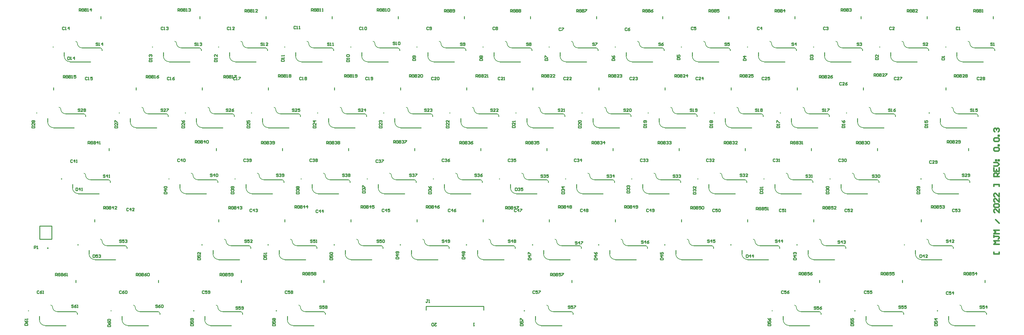
<source format=gto>
G04*
G04 #@! TF.GenerationSoftware,Altium Limited,Altium Designer,23.0.1 (38)*
G04*
G04 Layer_Color=65535*
%FSLAX25Y25*%
%MOIN*%
G70*
G04*
G04 #@! TF.SameCoordinates,F13AFC00-E614-4CB8-86FD-9C2A6168B690*
G04*
G04*
G04 #@! TF.FilePolarity,Positive*
G04*
G01*
G75*
%ADD10C,0.00787*%
%ADD11C,0.00500*%
%ADD12C,0.00394*%
%ADD13C,0.00984*%
%ADD14C,0.01000*%
%ADD15C,0.01500*%
D10*
X198415Y27621D02*
G03*
X198415Y27621I-394J0D01*
G01*
X104663D02*
G03*
X104663Y27621I-394J0D01*
G01*
X732788Y102621D02*
G03*
X732788Y102621I-394J0D01*
G01*
X1051538Y327621D02*
G03*
X1051538Y327621I-394J0D01*
G01*
X976538D02*
G03*
X976538Y327621I-394J0D01*
G01*
X901538D02*
G03*
X901538Y327621I-394J0D01*
G01*
X826538D02*
G03*
X826538Y327621I-394J0D01*
G01*
X751538D02*
G03*
X751538Y327621I-394J0D01*
G01*
X676541D02*
G03*
X676541Y327621I-394J0D01*
G01*
X601541D02*
G03*
X601541Y327621I-394J0D01*
G01*
X526537D02*
G03*
X526537Y327621I-394J0D01*
G01*
X451537D02*
G03*
X451537Y327621I-394J0D01*
G01*
X376537D02*
G03*
X376537Y327621I-394J0D01*
G01*
X301537D02*
G03*
X301537Y327621I-394J0D01*
G01*
X226537D02*
G03*
X226537Y327621I-394J0D01*
G01*
X151537D02*
G03*
X151537Y327621I-394J0D01*
G01*
X39037Y327621D02*
G03*
X39037Y327621I-394J0D01*
G01*
X20287Y252621D02*
G03*
X20287Y252621I-394J0D01*
G01*
X114037D02*
G03*
X114037Y252621I-394J0D01*
G01*
X189037D02*
G03*
X189037Y252621I-394J0D01*
G01*
X264037D02*
G03*
X264037Y252621I-394J0D01*
G01*
X339037D02*
G03*
X339037Y252621I-394J0D01*
G01*
X414037D02*
G03*
X414037Y252621I-394J0D01*
G01*
X489037D02*
G03*
X489037Y252621I-394J0D01*
G01*
X564037D02*
G03*
X564037Y252621I-394J0D01*
G01*
X639037D02*
G03*
X639037Y252621I-394J0D01*
G01*
X714038D02*
G03*
X714038Y252621I-394J0D01*
G01*
X789038D02*
G03*
X789038Y252621I-394J0D01*
G01*
X864038D02*
G03*
X864038Y252621I-394J0D01*
G01*
X939038D02*
G03*
X939038Y252621I-394J0D01*
G01*
X1032788D02*
G03*
X1032788Y252621I-394J0D01*
G01*
X48415Y177621D02*
G03*
X48415Y177621I-394J0D01*
G01*
X67165Y102620D02*
G03*
X67165Y102620I-394J0D01*
G01*
X170287Y177621D02*
G03*
X170287Y177621I-394J0D01*
G01*
X245287D02*
G03*
X245287Y177621I-394J0D01*
G01*
X320287D02*
G03*
X320287Y177621I-394J0D01*
G01*
X395287D02*
G03*
X395287Y177621I-394J0D01*
G01*
X470287D02*
G03*
X470287Y177621I-394J0D01*
G01*
X545287D02*
G03*
X545287Y177621I-394J0D01*
G01*
X620287D02*
G03*
X620287Y177621I-394J0D01*
G01*
X695287D02*
G03*
X695287Y177621I-394J0D01*
G01*
X770288D02*
G03*
X770288Y177621I-394J0D01*
G01*
X845288D02*
G03*
X845288Y177621I-394J0D01*
G01*
X920288D02*
G03*
X920288Y177621I-394J0D01*
G01*
X1023415D02*
G03*
X1023415Y177621I-394J0D01*
G01*
X1004663Y102620D02*
G03*
X1004663Y102620I-394J0D01*
G01*
X882788Y102621D02*
G03*
X882788Y102621I-394J0D01*
G01*
X807788D02*
G03*
X807788Y102621I-394J0D01*
G01*
X657787D02*
G03*
X657787Y102621I-394J0D01*
G01*
X582787D02*
G03*
X582787Y102621I-394J0D01*
G01*
X507787D02*
G03*
X507787Y102621I-394J0D01*
G01*
X432787D02*
G03*
X432787Y102621I-394J0D01*
G01*
X357787D02*
G03*
X357787Y102621I-394J0D01*
G01*
X282787D02*
G03*
X282787Y102621I-394J0D01*
G01*
X207787D02*
G03*
X207787Y102621I-394J0D01*
G01*
X10915Y27621D02*
G03*
X10915Y27621I-394J0D01*
G01*
X292163D02*
G03*
X292163Y27621I-394J0D01*
G01*
X573415Y27621D02*
G03*
X573415Y27621I-394J0D01*
G01*
X854663Y27621D02*
G03*
X854663Y27621I-394J0D01*
G01*
X948416D02*
G03*
X948416Y27621I-394J0D01*
G01*
X1042163D02*
G03*
X1042163Y27621I-394J0D01*
G01*
D11*
X210423Y17503D02*
G03*
X217018Y10908I6594J0D01*
G01*
X225285Y32129D02*
G03*
X223317Y34097I-1969J0D01*
G01*
X225285Y32129D02*
G03*
X230758Y26656I5472J0D01*
G01*
X253337Y24688D02*
G03*
X251368Y26656I-1969J0D01*
G01*
X116671Y17503D02*
G03*
X123266Y10908I6594J0D01*
G01*
X131534Y32129D02*
G03*
X129565Y34097I-1969J0D01*
G01*
X131534Y32129D02*
G03*
X137006Y26656I5472J0D01*
G01*
X159585Y24688D02*
G03*
X157616Y26656I-1969J0D01*
G01*
X744796Y92503D02*
G03*
X751390Y85908I6594J0D01*
G01*
X759658Y107129D02*
G03*
X757690Y109097I-1969J0D01*
G01*
X759658Y107129D02*
G03*
X765131Y101656I5472J0D01*
G01*
X787709Y99688D02*
G03*
X785741Y101656I-1969J0D01*
G01*
X1063546Y317503D02*
G03*
X1070140Y310908I6594J0D01*
G01*
X1078408Y332129D02*
G03*
X1076439Y334097I-1969J0D01*
G01*
X1078408Y332129D02*
G03*
X1083880Y326656I5472J0D01*
G01*
X1106459Y324688D02*
G03*
X1104490Y326656I-1969J0D01*
G01*
X988546Y317503D02*
G03*
X995140Y310908I6594J0D01*
G01*
X1003408Y332129D02*
G03*
X1001440Y334097I-1969J0D01*
G01*
X1003408Y332129D02*
G03*
X1008881Y326656I5472J0D01*
G01*
X1031459Y324688D02*
G03*
X1029491Y326656I-1969J0D01*
G01*
X913546Y317503D02*
G03*
X920140Y310908I6594J0D01*
G01*
X928408Y332129D02*
G03*
X926440Y334097I-1969J0D01*
G01*
X928408Y332129D02*
G03*
X933881Y326656I5472J0D01*
G01*
X956459Y324688D02*
G03*
X954491Y326656I-1969J0D01*
G01*
X838546Y317503D02*
G03*
X845140Y310908I6594J0D01*
G01*
X853408Y332129D02*
G03*
X851440Y334097I-1969J0D01*
G01*
X853408Y332129D02*
G03*
X858881Y326656I5472J0D01*
G01*
X881459Y324688D02*
G03*
X879491Y326656I-1969J0D01*
G01*
X763546Y317503D02*
G03*
X770140Y310908I6594J0D01*
G01*
X778408Y332129D02*
G03*
X776440Y334097I-1969J0D01*
G01*
X778408Y332129D02*
G03*
X783881Y326656I5472J0D01*
G01*
X806459Y324688D02*
G03*
X804491Y326656I-1969J0D01*
G01*
X688549Y317503D02*
G03*
X695143Y310908I6594J0D01*
G01*
X703411Y332129D02*
G03*
X701442Y334097I-1969J0D01*
G01*
X703411Y332129D02*
G03*
X708883Y326656I5472J0D01*
G01*
X731462Y324688D02*
G03*
X729494Y326656I-1969J0D01*
G01*
X613549Y317503D02*
G03*
X620144Y310908I6594J0D01*
G01*
X628411Y332129D02*
G03*
X626443Y334097I-1969J0D01*
G01*
X628411Y332129D02*
G03*
X633884Y326656I5472J0D01*
G01*
X656463Y324688D02*
G03*
X654494Y326656I-1969J0D01*
G01*
X538545Y317503D02*
G03*
X545140Y310908I6594J0D01*
G01*
X553407Y332129D02*
G03*
X551439Y334097I-1969J0D01*
G01*
X553407Y332129D02*
G03*
X558880Y326656I5472J0D01*
G01*
X581459Y324688D02*
G03*
X579490Y326656I-1969J0D01*
G01*
X463545Y317503D02*
G03*
X470140Y310908I6594J0D01*
G01*
X478407Y332129D02*
G03*
X476439Y334097I-1969J0D01*
G01*
X478407Y332129D02*
G03*
X483880Y326656I5472J0D01*
G01*
X506459Y324688D02*
G03*
X504490Y326656I-1969J0D01*
G01*
X388545Y317503D02*
G03*
X395140Y310908I6594J0D01*
G01*
X403407Y332129D02*
G03*
X401439Y334097I-1969J0D01*
G01*
X403407Y332129D02*
G03*
X408880Y326656I5472J0D01*
G01*
X431459Y324688D02*
G03*
X429490Y326656I-1969J0D01*
G01*
X313545Y317503D02*
G03*
X320140Y310908I6594J0D01*
G01*
X328408Y332129D02*
G03*
X326439Y334097I-1969J0D01*
G01*
X328408Y332129D02*
G03*
X333880Y326656I5472J0D01*
G01*
X356459Y324688D02*
G03*
X354490Y326656I-1969J0D01*
G01*
X238545Y317503D02*
G03*
X245140Y310908I6594J0D01*
G01*
X253408Y332129D02*
G03*
X251439Y334097I-1969J0D01*
G01*
X253408Y332129D02*
G03*
X258880Y326656I5472J0D01*
G01*
X281459Y324688D02*
G03*
X279490Y326656I-1969J0D01*
G01*
X163545Y317503D02*
G03*
X170140Y310908I6594J0D01*
G01*
X178408Y332129D02*
G03*
X176439Y334097I-1969J0D01*
G01*
X178408Y332129D02*
G03*
X183880Y326656I5472J0D01*
G01*
X206459Y324688D02*
G03*
X204490Y326656I-1969J0D01*
G01*
X93959Y324688D02*
G03*
X91990Y326657I-1969J0D01*
G01*
X65908Y332129D02*
G03*
X71380Y326657I5472J0D01*
G01*
X65908Y332129D02*
G03*
X63939Y334098I-1969J0D01*
G01*
X51045Y317503D02*
G03*
X57640Y310909I6594J0D01*
G01*
X32295Y242503D02*
G03*
X38890Y235908I6594J0D01*
G01*
X47157Y257129D02*
G03*
X45189Y259097I-1969J0D01*
G01*
X47157Y257129D02*
G03*
X52630Y251656I5472J0D01*
G01*
X75209Y249688D02*
G03*
X73240Y251656I-1969J0D01*
G01*
X126045Y242503D02*
G03*
X132640Y235908I6594J0D01*
G01*
X140908Y257129D02*
G03*
X138939Y259097I-1969J0D01*
G01*
X140908Y257129D02*
G03*
X146380Y251656I5472J0D01*
G01*
X168959Y249688D02*
G03*
X166990Y251656I-1969J0D01*
G01*
X201045Y242503D02*
G03*
X207640Y235908I6594J0D01*
G01*
X215908Y257129D02*
G03*
X213939Y259097I-1969J0D01*
G01*
X215908Y257129D02*
G03*
X221380Y251656I5472J0D01*
G01*
X243959Y249688D02*
G03*
X241990Y251656I-1969J0D01*
G01*
X276045Y242503D02*
G03*
X282640Y235908I6594J0D01*
G01*
X290908Y257129D02*
G03*
X288939Y259097I-1969J0D01*
G01*
X290908Y257129D02*
G03*
X296380Y251656I5472J0D01*
G01*
X318959Y249688D02*
G03*
X316990Y251656I-1969J0D01*
G01*
X351045Y242503D02*
G03*
X357640Y235908I6594J0D01*
G01*
X365908Y257129D02*
G03*
X363939Y259097I-1969J0D01*
G01*
X365908Y257129D02*
G03*
X371380Y251656I5472J0D01*
G01*
X393959Y249688D02*
G03*
X391990Y251656I-1969J0D01*
G01*
X426045Y242503D02*
G03*
X432640Y235908I6594J0D01*
G01*
X440907Y257129D02*
G03*
X438939Y259097I-1969J0D01*
G01*
X440907Y257129D02*
G03*
X446380Y251656I5472J0D01*
G01*
X468959Y249688D02*
G03*
X466990Y251656I-1969J0D01*
G01*
X501045Y242503D02*
G03*
X507640Y235908I6594J0D01*
G01*
X515907Y257129D02*
G03*
X513939Y259097I-1969J0D01*
G01*
X515907Y257129D02*
G03*
X521380Y251656I5472J0D01*
G01*
X543959Y249688D02*
G03*
X541990Y251656I-1969J0D01*
G01*
X576045Y242503D02*
G03*
X582640Y235908I6594J0D01*
G01*
X590907Y257129D02*
G03*
X588939Y259097I-1969J0D01*
G01*
X590907Y257129D02*
G03*
X596380Y251656I5472J0D01*
G01*
X618959Y249688D02*
G03*
X616990Y251656I-1969J0D01*
G01*
X651045Y242503D02*
G03*
X657640Y235908I6594J0D01*
G01*
X665907Y257129D02*
G03*
X663939Y259097I-1969J0D01*
G01*
X665907Y257129D02*
G03*
X671380Y251656I5472J0D01*
G01*
X693959Y249688D02*
G03*
X691990Y251656I-1969J0D01*
G01*
X726046Y242503D02*
G03*
X732640Y235908I6594J0D01*
G01*
X740908Y257129D02*
G03*
X738940Y259097I-1969J0D01*
G01*
X740908Y257129D02*
G03*
X746381Y251656I5472J0D01*
G01*
X768959Y249688D02*
G03*
X766991Y251656I-1969J0D01*
G01*
X801046Y242503D02*
G03*
X807640Y235908I6594J0D01*
G01*
X815908Y257129D02*
G03*
X813940Y259097I-1969J0D01*
G01*
X815908Y257129D02*
G03*
X821381Y251656I5472J0D01*
G01*
X843959Y249688D02*
G03*
X841991Y251656I-1969J0D01*
G01*
X876046Y242503D02*
G03*
X882640Y235908I6594J0D01*
G01*
X890908Y257129D02*
G03*
X888940Y259097I-1969J0D01*
G01*
X890908Y257129D02*
G03*
X896381Y251656I5472J0D01*
G01*
X918959Y249688D02*
G03*
X916991Y251656I-1969J0D01*
G01*
X951046Y242503D02*
G03*
X957640Y235908I6594J0D01*
G01*
X965908Y257129D02*
G03*
X963940Y259097I-1969J0D01*
G01*
X965908Y257129D02*
G03*
X971381Y251656I5472J0D01*
G01*
X993959Y249688D02*
G03*
X991991Y251656I-1969J0D01*
G01*
X1044796Y242503D02*
G03*
X1051390Y235908I6594J0D01*
G01*
X1059658Y257129D02*
G03*
X1057689Y259097I-1969J0D01*
G01*
X1059658Y257129D02*
G03*
X1065130Y251656I5472J0D01*
G01*
X1087709Y249688D02*
G03*
X1085740Y251656I-1969J0D01*
G01*
X103337Y174688D02*
G03*
X101368Y176656I-1969J0D01*
G01*
X75285Y182129D02*
G03*
X80758Y176656I5472J0D01*
G01*
X75285Y182129D02*
G03*
X73317Y184098I-1969J0D01*
G01*
X60423Y167503D02*
G03*
X67018Y160908I6594J0D01*
G01*
X122087Y99687D02*
G03*
X120118Y101656I-1969J0D01*
G01*
X94035Y107128D02*
G03*
X99508Y101656I5472J0D01*
G01*
X94035Y107128D02*
G03*
X92067Y109097I-1969J0D01*
G01*
X79173Y92502D02*
G03*
X85768Y85908I6594J0D01*
G01*
X182295Y167503D02*
G03*
X188890Y160908I6594J0D01*
G01*
X197158Y182129D02*
G03*
X195189Y184097I-1969J0D01*
G01*
X197158Y182129D02*
G03*
X202630Y176656I5472J0D01*
G01*
X225209Y174688D02*
G03*
X223240Y176656I-1969J0D01*
G01*
X257295Y167503D02*
G03*
X263890Y160908I6594J0D01*
G01*
X272158Y182129D02*
G03*
X270189Y184097I-1969J0D01*
G01*
X272158Y182129D02*
G03*
X277630Y176656I5472J0D01*
G01*
X300209Y174688D02*
G03*
X298240Y176656I-1969J0D01*
G01*
X332295Y167503D02*
G03*
X338890Y160908I6594J0D01*
G01*
X347158Y182129D02*
G03*
X345189Y184097I-1969J0D01*
G01*
X347158Y182129D02*
G03*
X352630Y176656I5472J0D01*
G01*
X375209Y174688D02*
G03*
X373240Y176656I-1969J0D01*
G01*
X407295Y167503D02*
G03*
X413890Y160908I6594J0D01*
G01*
X422157Y182129D02*
G03*
X420189Y184097I-1969J0D01*
G01*
X422157Y182129D02*
G03*
X427630Y176656I5472J0D01*
G01*
X450209Y174688D02*
G03*
X448240Y176656I-1969J0D01*
G01*
X482295Y167503D02*
G03*
X488890Y160908I6594J0D01*
G01*
X497157Y182129D02*
G03*
X495189Y184097I-1969J0D01*
G01*
X497157Y182129D02*
G03*
X502630Y176656I5472J0D01*
G01*
X525209Y174688D02*
G03*
X523240Y176656I-1969J0D01*
G01*
X557295Y167503D02*
G03*
X563890Y160908I6594J0D01*
G01*
X572157Y182129D02*
G03*
X570189Y184097I-1969J0D01*
G01*
X572157Y182129D02*
G03*
X577630Y176656I5472J0D01*
G01*
X600209Y174688D02*
G03*
X598240Y176656I-1969J0D01*
G01*
X632295Y167503D02*
G03*
X638890Y160908I6594J0D01*
G01*
X647157Y182129D02*
G03*
X645189Y184097I-1969J0D01*
G01*
X647157Y182129D02*
G03*
X652630Y176656I5472J0D01*
G01*
X675209Y174688D02*
G03*
X673240Y176656I-1969J0D01*
G01*
X707295Y167503D02*
G03*
X713889Y160908I6594J0D01*
G01*
X722157Y182129D02*
G03*
X720189Y184097I-1969J0D01*
G01*
X722157Y182129D02*
G03*
X727630Y176656I5472J0D01*
G01*
X750208Y174688D02*
G03*
X748240Y176656I-1969J0D01*
G01*
X782296Y167503D02*
G03*
X788890Y160908I6594J0D01*
G01*
X797158Y182129D02*
G03*
X795190Y184097I-1969J0D01*
G01*
X797158Y182129D02*
G03*
X802631Y176656I5472J0D01*
G01*
X825209Y174688D02*
G03*
X823241Y176656I-1969J0D01*
G01*
X857296Y167503D02*
G03*
X863890Y160908I6594J0D01*
G01*
X872158Y182129D02*
G03*
X870190Y184097I-1969J0D01*
G01*
X872158Y182129D02*
G03*
X877631Y176656I5472J0D01*
G01*
X900209Y174688D02*
G03*
X898241Y176656I-1969J0D01*
G01*
X932296Y167503D02*
G03*
X938890Y160908I6594J0D01*
G01*
X947158Y182129D02*
G03*
X945190Y184097I-1969J0D01*
G01*
X947158Y182129D02*
G03*
X952631Y176656I5472J0D01*
G01*
X975209Y174688D02*
G03*
X973241Y176656I-1969J0D01*
G01*
X1035423Y167503D02*
G03*
X1042018Y160908I6594J0D01*
G01*
X1050286Y182129D02*
G03*
X1048317Y184097I-1969J0D01*
G01*
X1050286Y182129D02*
G03*
X1055758Y176656I5472J0D01*
G01*
X1078337Y174688D02*
G03*
X1076368Y176656I-1969J0D01*
G01*
X1059584Y99687D02*
G03*
X1057616Y101656I-1969J0D01*
G01*
X1031533Y107128D02*
G03*
X1037005Y101656I5472J0D01*
G01*
X1031533Y107128D02*
G03*
X1029564Y109097I-1969J0D01*
G01*
X1016671Y92502D02*
G03*
X1023265Y85908I6594J0D01*
G01*
X894796Y92503D02*
G03*
X901390Y85908I6594J0D01*
G01*
X909658Y107129D02*
G03*
X907690Y109097I-1969J0D01*
G01*
X909658Y107129D02*
G03*
X915131Y101656I5472J0D01*
G01*
X937709Y99688D02*
G03*
X935741Y101656I-1969J0D01*
G01*
X819796Y92503D02*
G03*
X826390Y85908I6594J0D01*
G01*
X834658Y107129D02*
G03*
X832690Y109097I-1969J0D01*
G01*
X834658Y107129D02*
G03*
X840131Y101656I5472J0D01*
G01*
X862709Y99688D02*
G03*
X860741Y101656I-1969J0D01*
G01*
X669795Y92503D02*
G03*
X676390Y85908I6594J0D01*
G01*
X684657Y107129D02*
G03*
X682689Y109097I-1969J0D01*
G01*
X684657Y107129D02*
G03*
X690130Y101656I5472J0D01*
G01*
X712709Y99688D02*
G03*
X710740Y101656I-1969J0D01*
G01*
X594795Y92503D02*
G03*
X601390Y85908I6594J0D01*
G01*
X609657Y107129D02*
G03*
X607689Y109097I-1969J0D01*
G01*
X609657Y107129D02*
G03*
X615130Y101656I5472J0D01*
G01*
X637709Y99688D02*
G03*
X635740Y101656I-1969J0D01*
G01*
X519795Y92503D02*
G03*
X526390Y85908I6594J0D01*
G01*
X534657Y107129D02*
G03*
X532689Y109097I-1969J0D01*
G01*
X534657Y107129D02*
G03*
X540130Y101656I5472J0D01*
G01*
X562709Y99688D02*
G03*
X560740Y101656I-1969J0D01*
G01*
X444795Y92503D02*
G03*
X451390Y85908I6594J0D01*
G01*
X459657Y107129D02*
G03*
X457689Y109097I-1969J0D01*
G01*
X459657Y107129D02*
G03*
X465130Y101656I5472J0D01*
G01*
X487709Y99688D02*
G03*
X485740Y101656I-1969J0D01*
G01*
X369795Y92503D02*
G03*
X376390Y85908I6594J0D01*
G01*
X384658Y107129D02*
G03*
X382689Y109097I-1969J0D01*
G01*
X384658Y107129D02*
G03*
X390130Y101656I5472J0D01*
G01*
X412709Y99688D02*
G03*
X410740Y101656I-1969J0D01*
G01*
X294795Y92503D02*
G03*
X301390Y85908I6594J0D01*
G01*
X309658Y107129D02*
G03*
X307689Y109097I-1969J0D01*
G01*
X309658Y107129D02*
G03*
X315130Y101656I5472J0D01*
G01*
X337709Y99688D02*
G03*
X335740Y101656I-1969J0D01*
G01*
X219795Y92503D02*
G03*
X226390Y85908I6594J0D01*
G01*
X234658Y107129D02*
G03*
X232689Y109097I-1969J0D01*
G01*
X234658Y107129D02*
G03*
X240130Y101656I5472J0D01*
G01*
X262709Y99688D02*
G03*
X260740Y101656I-1969J0D01*
G01*
X22923Y17503D02*
G03*
X29518Y10908I6594J0D01*
G01*
X37785Y32129D02*
G03*
X35817Y34097I-1969J0D01*
G01*
X37785Y32129D02*
G03*
X43258Y26656I5472J0D01*
G01*
X65837Y24688D02*
G03*
X63868Y26656I-1969J0D01*
G01*
X304171Y17503D02*
G03*
X310766Y10908I6594J0D01*
G01*
X319034Y32129D02*
G03*
X317065Y34097I-1969J0D01*
G01*
X319034Y32129D02*
G03*
X324506Y26656I5472J0D01*
G01*
X347085Y24688D02*
G03*
X345116Y26656I-1969J0D01*
G01*
X585423Y17503D02*
G03*
X592018Y10908I6594J0D01*
G01*
X600285Y32129D02*
G03*
X598317Y34097I-1969J0D01*
G01*
X600285Y32129D02*
G03*
X605758Y26656I5472J0D01*
G01*
X628337Y24688D02*
G03*
X626368Y26656I-1969J0D01*
G01*
X866671Y17503D02*
G03*
X873265Y10908I6594J0D01*
G01*
X881533Y32129D02*
G03*
X879564Y34097I-1969J0D01*
G01*
X881533Y32129D02*
G03*
X887005Y26656I5472J0D01*
G01*
X909584Y24688D02*
G03*
X907616Y26656I-1969J0D01*
G01*
X960424Y17503D02*
G03*
X967018Y10908I6594J0D01*
G01*
X975286Y32129D02*
G03*
X973317Y34097I-1969J0D01*
G01*
X975286Y32129D02*
G03*
X980758Y26656I5472J0D01*
G01*
X1003337Y24688D02*
G03*
X1001369Y26656I-1969J0D01*
G01*
X1054171Y17503D02*
G03*
X1060765Y10908I6594J0D01*
G01*
X1069033Y32129D02*
G03*
X1067064Y34097I-1969J0D01*
G01*
X1069033Y32129D02*
G03*
X1074505Y26656I5472J0D01*
G01*
X1097084Y24688D02*
G03*
X1095115Y26656I-1969J0D01*
G01*
D12*
X548197Y161200D02*
G03*
X548197Y161200I-197J0D01*
G01*
X14197Y11200D02*
G03*
X14197Y11200I-197J0D01*
G01*
X108197Y11157D02*
G03*
X108197Y11157I-197J0D01*
G01*
X202197Y11200D02*
G03*
X202197Y11200I-197J0D01*
G01*
X296197D02*
G03*
X296197Y11200I-197J0D01*
G01*
X577197Y11157D02*
G03*
X577197Y11157I-197J0D01*
G01*
X858197D02*
G03*
X858197Y11157I-197J0D01*
G01*
X952197Y11200D02*
G03*
X952197Y11200I-197J0D01*
G01*
X1046197D02*
G03*
X1046197Y11200I-197J0D01*
G01*
X70197Y86200D02*
G03*
X70197Y86200I-197J0D01*
G01*
X211197Y86157D02*
G03*
X211197Y86157I-197J0D01*
G01*
X286197D02*
G03*
X286197Y86157I-197J0D01*
G01*
X361197Y86200D02*
G03*
X361197Y86200I-197J0D01*
G01*
X436197D02*
G03*
X436197Y86200I-197J0D01*
G01*
X511197D02*
G03*
X511197Y86200I-197J0D01*
G01*
X586197Y86157D02*
G03*
X586197Y86157I-197J0D01*
G01*
X661197Y86200D02*
G03*
X661197Y86200I-197J0D01*
G01*
X736197D02*
G03*
X736197Y86200I-197J0D01*
G01*
X811197Y86157D02*
G03*
X811197Y86157I-197J0D01*
G01*
X886197Y86200D02*
G03*
X886197Y86200I-197J0D01*
G01*
X1007197Y86157D02*
G03*
X1007197Y86157I-197J0D01*
G01*
X51197Y161200D02*
G03*
X51197Y161200I-197J0D01*
G01*
X173197D02*
G03*
X173197Y161200I-197J0D01*
G01*
X249197D02*
G03*
X249197Y161200I-197J0D01*
G01*
X323197D02*
G03*
X323197Y161200I-197J0D01*
G01*
X398197D02*
G03*
X398197Y161200I-197J0D01*
G01*
X473197D02*
G03*
X473197Y161200I-197J0D01*
G01*
X623197D02*
G03*
X623197Y161200I-197J0D01*
G01*
X698197D02*
G03*
X698197Y161200I-197J0D01*
G01*
X773197D02*
G03*
X773197Y161200I-197J0D01*
G01*
X848197D02*
G03*
X848197Y161200I-197J0D01*
G01*
X923197D02*
G03*
X923197Y161200I-197J0D01*
G01*
X1026197D02*
G03*
X1026197Y161200I-197J0D01*
G01*
X23197Y236200D02*
G03*
X23197Y236200I-197J0D01*
G01*
X117197D02*
G03*
X117197Y236200I-197J0D01*
G01*
X192197D02*
G03*
X192197Y236200I-197J0D01*
G01*
X267197D02*
G03*
X267197Y236200I-197J0D01*
G01*
X342197D02*
G03*
X342197Y236200I-197J0D01*
G01*
X417197D02*
G03*
X417197Y236200I-197J0D01*
G01*
X492197D02*
G03*
X492197Y236200I-197J0D01*
G01*
X567197D02*
G03*
X567197Y236200I-197J0D01*
G01*
X642197D02*
G03*
X642197Y236200I-197J0D01*
G01*
X717197D02*
G03*
X717197Y236200I-197J0D01*
G01*
X792197D02*
G03*
X792197Y236200I-197J0D01*
G01*
X867197D02*
G03*
X867197Y236200I-197J0D01*
G01*
X942197D02*
G03*
X942197Y236200I-197J0D01*
G01*
X1036197D02*
G03*
X1036197Y236200I-197J0D01*
G01*
X42197Y311200D02*
G03*
X42197Y311200I-197J0D01*
G01*
X155197D02*
G03*
X155197Y311200I-197J0D01*
G01*
X230197D02*
G03*
X230197Y311200I-197J0D01*
G01*
X305197D02*
G03*
X305197Y311200I-197J0D01*
G01*
X380197D02*
G03*
X380197Y311200I-197J0D01*
G01*
X455197D02*
G03*
X455197Y311200I-197J0D01*
G01*
X530197D02*
G03*
X530197Y311200I-197J0D01*
G01*
X605197D02*
G03*
X605197Y311200I-197J0D01*
G01*
X680197D02*
G03*
X680197Y311200I-197J0D01*
G01*
X755197D02*
G03*
X755197Y311200I-197J0D01*
G01*
X830197D02*
G03*
X830197Y311200I-197J0D01*
G01*
X906197D02*
G03*
X906197Y311200I-197J0D01*
G01*
X980197D02*
G03*
X980197Y311200I-197J0D01*
G01*
X1055197D02*
G03*
X1055197Y311200I-197J0D01*
G01*
D13*
X32953Y98976D02*
G03*
X32953Y98976I-492J0D01*
G01*
D14*
X253337Y23684D02*
Y24688D01*
X230758Y26656D02*
X251368D01*
X210423Y17503D02*
Y21322D01*
X217018Y10908D02*
X240443D01*
X159585Y23684D02*
Y24688D01*
X137006Y26656D02*
X157616D01*
X116671Y17503D02*
Y21322D01*
X123266Y10908D02*
X146691D01*
X64319Y59661D02*
Y62361D01*
X158067Y59661D02*
Y62361D01*
X251819Y59661D02*
Y62361D01*
X345567Y59661D02*
Y62361D01*
X626819Y59661D02*
Y62361D01*
X908067Y59661D02*
Y62361D01*
X1001820Y59661D02*
Y62361D01*
X1095567Y59661D02*
Y62361D01*
X1023188Y128666D02*
Y131366D01*
X901313Y128666D02*
Y131366D01*
X826313Y128666D02*
Y131366D01*
X751313Y128666D02*
Y131366D01*
X676313Y128666D02*
Y131366D01*
X601313Y128666D02*
Y131366D01*
X526313Y128666D02*
Y131366D01*
X451313Y128666D02*
Y131366D01*
X376313Y128666D02*
Y131366D01*
X301313Y128666D02*
Y131366D01*
X226313Y128666D02*
Y131366D01*
X85690Y128666D02*
Y131366D01*
X101819Y209661D02*
Y212361D01*
X223691Y209661D02*
Y212361D01*
X298691Y209661D02*
Y212361D01*
X373691Y209661D02*
Y212361D01*
X448691Y209661D02*
Y212361D01*
X523691Y209661D02*
Y212361D01*
X598691Y209661D02*
Y212361D01*
X673691Y209661D02*
Y212361D01*
X748691Y209661D02*
Y212361D01*
X823692Y209661D02*
Y212361D01*
X898692Y209661D02*
Y212361D01*
X973692Y209661D02*
Y212361D01*
X1076819Y209661D02*
Y212361D01*
X1051313Y278666D02*
Y281366D01*
X957563Y278666D02*
Y281366D01*
X882563Y278666D02*
Y281366D01*
X807563Y278666D02*
Y281366D01*
X732563Y278666D02*
Y281366D01*
X657563Y278666D02*
Y281366D01*
X582563Y278666D02*
Y281366D01*
X507563Y278666D02*
Y281366D01*
X432563Y278666D02*
Y281366D01*
X357563Y278666D02*
Y281366D01*
X282563Y278666D02*
Y281366D01*
X207563Y278666D02*
Y281366D01*
X132563Y278666D02*
Y281366D01*
X38813Y278666D02*
Y281366D01*
X92441Y359647D02*
Y362347D01*
X204941Y359647D02*
Y362347D01*
X279941Y359647D02*
Y362347D01*
X354941Y359647D02*
Y362347D01*
X429941Y359647D02*
Y362347D01*
X504941Y359647D02*
Y362347D01*
X579941Y359647D02*
Y362347D01*
X654945Y359647D02*
Y362347D01*
X729945Y359647D02*
Y362347D01*
X804942Y359647D02*
Y362347D01*
X879942Y359647D02*
Y362347D01*
X954942Y359647D02*
Y362347D01*
X1029942Y359647D02*
Y362347D01*
X1104939Y359647D02*
Y362347D01*
X787709Y98684D02*
Y99688D01*
X765131Y101656D02*
X785741D01*
X744796Y92503D02*
Y96322D01*
X751390Y85908D02*
X774816D01*
X1106459Y323684D02*
Y324688D01*
X1083880Y326656D02*
X1104490D01*
X1063546Y317503D02*
Y321322D01*
X1070140Y310908D02*
X1093565D01*
X1031459Y323684D02*
Y324688D01*
X1008881Y326656D02*
X1029491D01*
X988546Y317503D02*
Y321322D01*
X995140Y310908D02*
X1018566D01*
X956459Y323684D02*
Y324688D01*
X933881Y326656D02*
X954491D01*
X913546Y317503D02*
Y321322D01*
X920140Y310908D02*
X943566D01*
X881459Y323684D02*
Y324688D01*
X858881Y326656D02*
X879491D01*
X838546Y317503D02*
Y321322D01*
X845140Y310908D02*
X868566D01*
X806459Y323684D02*
Y324688D01*
X783881Y326656D02*
X804491D01*
X763546Y317503D02*
Y321322D01*
X770140Y310908D02*
X793566D01*
X731462Y323684D02*
Y324688D01*
X708883Y326656D02*
X729494D01*
X688549Y317503D02*
Y321322D01*
X695143Y310908D02*
X718568D01*
X656463Y323684D02*
Y324688D01*
X633884Y326656D02*
X654494D01*
X613549Y317503D02*
Y321322D01*
X620144Y310908D02*
X643569D01*
X581459Y323684D02*
Y324688D01*
X558880Y326656D02*
X579490D01*
X538545Y317503D02*
Y321322D01*
X545140Y310908D02*
X568565D01*
X506459Y323684D02*
Y324688D01*
X483880Y326656D02*
X504490D01*
X463545Y317503D02*
Y321322D01*
X470140Y310908D02*
X493565D01*
X431459Y323684D02*
Y324688D01*
X408880Y326656D02*
X429490D01*
X388545Y317503D02*
Y321322D01*
X395140Y310908D02*
X418565D01*
X333880Y326656D02*
X354490D01*
X313545Y317503D02*
Y321322D01*
X320140Y310908D02*
X343565D01*
X356459Y323684D02*
Y324688D01*
X281459Y323684D02*
Y324688D01*
X258880Y326656D02*
X279490D01*
X238545Y317503D02*
Y321322D01*
X245140Y310908D02*
X268565D01*
X206459Y323684D02*
Y324688D01*
X183880Y326656D02*
X204490D01*
X163545Y317503D02*
Y321322D01*
X170140Y310908D02*
X193565D01*
X57640Y310909D02*
X81065D01*
X51045Y317503D02*
Y321322D01*
X71380Y326657D02*
X91990D01*
X93959Y323684D02*
Y324688D01*
X75209Y248684D02*
Y249688D01*
X52630Y251656D02*
X73240D01*
X32295Y242503D02*
Y246322D01*
X38890Y235908D02*
X62315D01*
X168959Y248684D02*
Y249688D01*
X146380Y251656D02*
X166990D01*
X126045Y242503D02*
Y246322D01*
X132640Y235908D02*
X156065D01*
X243959Y248684D02*
Y249688D01*
X221380Y251656D02*
X241990D01*
X201045Y242503D02*
Y246322D01*
X207640Y235908D02*
X231065D01*
X296380Y251656D02*
X316990D01*
X276045Y242503D02*
Y246322D01*
X282640Y235908D02*
X306065D01*
X318959Y248684D02*
Y249688D01*
X393959Y248684D02*
Y249688D01*
X371380Y251656D02*
X391990D01*
X351045Y242503D02*
Y246322D01*
X357640Y235908D02*
X381065D01*
X468959Y248684D02*
Y249688D01*
X446380Y251656D02*
X466990D01*
X426045Y242503D02*
Y246322D01*
X432640Y235908D02*
X456065D01*
X543959Y248684D02*
Y249688D01*
X521380Y251656D02*
X541990D01*
X501045Y242503D02*
Y246322D01*
X507640Y235908D02*
X531065D01*
X618959Y248684D02*
Y249688D01*
X596380Y251656D02*
X616990D01*
X576045Y242503D02*
Y246322D01*
X582640Y235908D02*
X606065D01*
X693959Y248684D02*
Y249688D01*
X671380Y251656D02*
X691990D01*
X651045Y242503D02*
Y246322D01*
X657640Y235908D02*
X681065D01*
X768959Y248684D02*
Y249688D01*
X746381Y251656D02*
X766991D01*
X726046Y242503D02*
Y246322D01*
X732640Y235908D02*
X756066D01*
X843959Y248684D02*
Y249688D01*
X821381Y251656D02*
X841991D01*
X801046Y242503D02*
Y246322D01*
X807640Y235908D02*
X831066D01*
X918959Y248684D02*
Y249688D01*
X896381Y251656D02*
X916991D01*
X876046Y242503D02*
Y246322D01*
X882640Y235908D02*
X906066D01*
X993959Y248684D02*
Y249688D01*
X971381Y251656D02*
X991991D01*
X951046Y242503D02*
Y246322D01*
X957640Y235908D02*
X981066D01*
X1087709Y248684D02*
Y249688D01*
X1065130Y251656D02*
X1085740D01*
X1044796Y242503D02*
Y246322D01*
X1051390Y235908D02*
X1074815D01*
X67018Y160908D02*
X90443D01*
X60423Y167503D02*
Y171322D01*
X80758Y176656D02*
X101368D01*
X103337Y173684D02*
Y174688D01*
X85768Y85908D02*
X109193D01*
X79173Y92502D02*
Y96321D01*
X99508Y101656D02*
X120118D01*
X122087Y98684D02*
Y99687D01*
X225209Y173684D02*
Y174688D01*
X202630Y176656D02*
X223240D01*
X182295Y167503D02*
Y171322D01*
X188890Y160908D02*
X212315D01*
X300209Y173684D02*
Y174688D01*
X277630Y176656D02*
X298240D01*
X257295Y167503D02*
Y171322D01*
X263890Y160908D02*
X287315D01*
X375209Y173684D02*
Y174688D01*
X352630Y176656D02*
X373240D01*
X332295Y167503D02*
Y171322D01*
X338890Y160908D02*
X362315D01*
X450209Y173684D02*
Y174688D01*
X427630Y176656D02*
X448240D01*
X407295Y167503D02*
Y171322D01*
X413890Y160908D02*
X437315D01*
X525209Y173684D02*
Y174688D01*
X502630Y176656D02*
X523240D01*
X482295Y167503D02*
Y171322D01*
X488890Y160908D02*
X512315D01*
X577630Y176656D02*
X598240D01*
X557295Y167503D02*
Y171322D01*
X563890Y160908D02*
X587315D01*
X600209Y173684D02*
Y174688D01*
X675209Y173684D02*
Y174688D01*
X652630Y176656D02*
X673240D01*
X632295Y167503D02*
Y171322D01*
X638890Y160908D02*
X662315D01*
X750208Y173684D02*
Y174688D01*
X727630Y176656D02*
X748240D01*
X707295Y167503D02*
Y171322D01*
X713889Y160908D02*
X737315D01*
X825209Y173684D02*
Y174688D01*
X802631Y176656D02*
X823241D01*
X782296Y167503D02*
Y171322D01*
X788890Y160908D02*
X812315D01*
X900209Y173684D02*
Y174688D01*
X877631Y176656D02*
X898241D01*
X857296Y167503D02*
Y171322D01*
X863890Y160908D02*
X887316D01*
X975209Y173684D02*
Y174688D01*
X952631Y176656D02*
X973241D01*
X932296Y167503D02*
Y171322D01*
X938890Y160908D02*
X962316D01*
X1078337Y173684D02*
Y174688D01*
X1055758Y176656D02*
X1076368D01*
X1035423Y167503D02*
Y171322D01*
X1042018Y160908D02*
X1065443D01*
X1023265Y85908D02*
X1046690D01*
X1016671Y92502D02*
Y96321D01*
X1037005Y101656D02*
X1057616D01*
X1059584Y98684D02*
Y99687D01*
X937709Y98684D02*
Y99688D01*
X915131Y101656D02*
X935741D01*
X894796Y92503D02*
Y96322D01*
X901390Y85908D02*
X924816D01*
X862709Y98684D02*
Y99688D01*
X840131Y101656D02*
X860741D01*
X819796Y92503D02*
Y96322D01*
X826390Y85908D02*
X849816D01*
X712709Y98684D02*
Y99688D01*
X690130Y101656D02*
X710740D01*
X669795Y92503D02*
Y96322D01*
X676390Y85908D02*
X699815D01*
X637709Y98684D02*
Y99688D01*
X615130Y101656D02*
X635740D01*
X594795Y92503D02*
Y96322D01*
X601390Y85908D02*
X624815D01*
X562709Y98684D02*
Y99688D01*
X540130Y101656D02*
X560740D01*
X519795Y92503D02*
Y96322D01*
X526390Y85908D02*
X549815D01*
X487709Y98684D02*
Y99688D01*
X465130Y101656D02*
X485740D01*
X444795Y92503D02*
Y96322D01*
X451390Y85908D02*
X474815D01*
X412709Y98684D02*
Y99688D01*
X390130Y101656D02*
X410740D01*
X369795Y92503D02*
Y96322D01*
X376390Y85908D02*
X399815D01*
X337709Y98684D02*
Y99688D01*
X315130Y101656D02*
X335740D01*
X294795Y92503D02*
Y96322D01*
X301390Y85908D02*
X324815D01*
X262709Y98684D02*
Y99688D01*
X240130Y101656D02*
X260740D01*
X219795Y92503D02*
Y96322D01*
X226390Y85908D02*
X249815D01*
X23209Y109016D02*
X36791D01*
Y123976D01*
X23209D02*
X36791D01*
X23209Y109016D02*
Y123976D01*
X43258Y26656D02*
X63868D01*
X22923Y17503D02*
Y21322D01*
X29518Y10908D02*
X52943D01*
X65837Y23684D02*
Y24688D01*
X347085Y23684D02*
Y24688D01*
X324506Y26656D02*
X345116D01*
X304171Y17503D02*
Y21322D01*
X310766Y10908D02*
X334191D01*
X628337Y23684D02*
Y24688D01*
X605758Y26656D02*
X626368D01*
X585423Y17503D02*
Y21322D01*
X592018Y10908D02*
X615443D01*
X909584Y23684D02*
Y24688D01*
X887005Y26656D02*
X907616D01*
X866671Y17503D02*
Y21322D01*
X873265Y10908D02*
X896690D01*
X1003337Y23684D02*
Y24688D01*
X980758Y26656D02*
X1001369D01*
X960424Y17503D02*
Y21322D01*
X967018Y10908D02*
X990443D01*
X1097084Y23684D02*
Y24688D01*
X1074505Y26656D02*
X1095115D01*
X1054171Y17503D02*
Y21322D01*
X1060765Y10908D02*
X1084190D01*
X526752Y28508D02*
Y32839D01*
X461594D02*
X526752D01*
X461594Y28508D02*
Y32839D01*
X247867Y32066D02*
X247334Y32599D01*
X246268D01*
X245735Y32066D01*
Y31533D01*
X246268Y31000D01*
X247334D01*
X247867Y30467D01*
Y29934D01*
X247334Y29401D01*
X246268D01*
X245735Y29934D01*
X251066Y32599D02*
X248934D01*
Y31000D01*
X250000Y31533D01*
X250533D01*
X251066Y31000D01*
Y29934D01*
X250533Y29401D01*
X249467D01*
X248934Y29934D01*
X252133D02*
X252666Y29401D01*
X253732D01*
X254265Y29934D01*
Y32066D01*
X253732Y32599D01*
X252666D01*
X252133Y32066D01*
Y31533D01*
X252666Y31000D01*
X254265D01*
X156867Y34066D02*
X156334Y34600D01*
X155268D01*
X154735Y34066D01*
Y33533D01*
X155268Y33000D01*
X156334D01*
X156867Y32467D01*
Y31934D01*
X156334Y31400D01*
X155268D01*
X154735Y31934D01*
X160066Y34600D02*
X159000Y34066D01*
X157934Y33000D01*
Y31934D01*
X158467Y31400D01*
X159533D01*
X160066Y31934D01*
Y32467D01*
X159533Y33000D01*
X157934D01*
X161133Y34066D02*
X161666Y34600D01*
X162732D01*
X163265Y34066D01*
Y31934D01*
X162732Y31400D01*
X161666D01*
X161133Y31934D01*
Y34066D01*
X516221Y13803D02*
X515154D01*
X515687D01*
Y10604D01*
X516221Y11137D01*
X471174Y13803D02*
X473307D01*
X471174Y11671D01*
Y11137D01*
X471708Y10604D01*
X472774D01*
X473307Y11137D01*
X470108D02*
X469575Y10604D01*
X468509D01*
X467976Y11137D01*
Y13270D01*
X468509Y13803D01*
X469575D01*
X470108Y13270D01*
Y11137D01*
X16867Y98400D02*
Y101600D01*
X18467D01*
X19000Y101066D01*
Y100000D01*
X18467Y99467D01*
X16867D01*
X20066Y98400D02*
X21133D01*
X20599D01*
Y101600D01*
X20066Y101066D01*
X463433Y40299D02*
X462366D01*
X462899D01*
Y37633D01*
X462366Y37100D01*
X461833D01*
X461300Y37633D01*
X464499Y37100D02*
X465565D01*
X465032D01*
Y40299D01*
X464499Y39766D01*
X969867Y182066D02*
X969334Y182599D01*
X968268D01*
X967735Y182066D01*
Y181533D01*
X968268Y181000D01*
X969334D01*
X969867Y180467D01*
Y179934D01*
X969334Y179401D01*
X968268D01*
X967735Y179934D01*
X970934Y182066D02*
X971467Y182599D01*
X972533D01*
X973066Y182066D01*
Y181533D01*
X972533Y181000D01*
X972000D01*
X972533D01*
X973066Y180467D01*
Y179934D01*
X972533Y179401D01*
X971467D01*
X970934Y179934D01*
X974133Y182066D02*
X974666Y182599D01*
X975732D01*
X976265Y182066D01*
Y179934D01*
X975732Y179401D01*
X974666D01*
X974133Y179934D01*
Y182066D01*
X988134Y257066D02*
X987601Y257599D01*
X986535D01*
X986001Y257066D01*
Y256533D01*
X986535Y256000D01*
X987601D01*
X988134Y255467D01*
Y254934D01*
X987601Y254400D01*
X986535D01*
X986001Y254934D01*
X989200Y254400D02*
X990267D01*
X989733D01*
Y257599D01*
X989200Y257066D01*
X993999Y257599D02*
X992932Y257066D01*
X991866Y256000D01*
Y254934D01*
X992399Y254400D01*
X993466D01*
X993999Y254934D01*
Y255467D01*
X993466Y256000D01*
X991866D01*
X41069Y67400D02*
Y70600D01*
X42668D01*
X43202Y70066D01*
Y69000D01*
X42668Y68467D01*
X41069D01*
X42135D02*
X43202Y67400D01*
X46400Y70066D02*
X45867Y70600D01*
X44801D01*
X44268Y70066D01*
Y67934D01*
X44801Y67400D01*
X45867D01*
X46400Y67934D01*
Y69000D01*
X45334D01*
X47467Y70600D02*
Y67400D01*
X49066D01*
X49599Y67934D01*
Y68467D01*
X49066Y69000D01*
X47467D01*
X49066D01*
X49599Y69533D01*
Y70066D01*
X49066Y70600D01*
X47467D01*
X52798D02*
X51732Y70066D01*
X50666Y69000D01*
Y67934D01*
X51199Y67400D01*
X52265D01*
X52798Y67934D01*
Y68467D01*
X52265Y69000D01*
X50666D01*
X53865Y67400D02*
X54931D01*
X54398D01*
Y70600D01*
X53865Y70066D01*
X132536Y67400D02*
Y70600D01*
X134135D01*
X134668Y70066D01*
Y69000D01*
X134135Y68467D01*
X132536D01*
X133602D02*
X134668Y67400D01*
X137867Y70066D02*
X137334Y70600D01*
X136268D01*
X135735Y70066D01*
Y67934D01*
X136268Y67400D01*
X137334D01*
X137867Y67934D01*
Y69000D01*
X136801D01*
X138934Y70600D02*
Y67400D01*
X140533D01*
X141066Y67934D01*
Y68467D01*
X140533Y69000D01*
X138934D01*
X140533D01*
X141066Y69533D01*
Y70066D01*
X140533Y70600D01*
X138934D01*
X144265D02*
X143199Y70066D01*
X142133Y69000D01*
Y67934D01*
X142666Y67400D01*
X143732D01*
X144265Y67934D01*
Y68467D01*
X143732Y69000D01*
X142133D01*
X145332Y70066D02*
X145865Y70600D01*
X146931D01*
X147464Y70066D01*
Y67934D01*
X146931Y67400D01*
X145865D01*
X145332Y67934D01*
Y70066D01*
X227536Y67400D02*
Y70600D01*
X229135D01*
X229668Y70066D01*
Y69000D01*
X229135Y68467D01*
X227536D01*
X228602D02*
X229668Y67400D01*
X232867Y70066D02*
X232334Y70600D01*
X231268D01*
X230735Y70066D01*
Y67934D01*
X231268Y67400D01*
X232334D01*
X232867Y67934D01*
Y69000D01*
X231801D01*
X233934Y70600D02*
Y67400D01*
X235533D01*
X236066Y67934D01*
Y68467D01*
X235533Y69000D01*
X233934D01*
X235533D01*
X236066Y69533D01*
Y70066D01*
X235533Y70600D01*
X233934D01*
X239265D02*
X237133D01*
Y69000D01*
X238199Y69533D01*
X238732D01*
X239265Y69000D01*
Y67934D01*
X238732Y67400D01*
X237666D01*
X237133Y67934D01*
X240332D02*
X240865Y67400D01*
X241931D01*
X242464Y67934D01*
Y70066D01*
X241931Y70600D01*
X240865D01*
X240332Y70066D01*
Y69533D01*
X240865Y69000D01*
X242464D01*
X321536Y68401D02*
Y71600D01*
X323135D01*
X323668Y71066D01*
Y70000D01*
X323135Y69467D01*
X321536D01*
X322602D02*
X323668Y68401D01*
X326867Y71066D02*
X326334Y71600D01*
X325268D01*
X324735Y71066D01*
Y68934D01*
X325268Y68401D01*
X326334D01*
X326867Y68934D01*
Y70000D01*
X325801D01*
X327934Y71600D02*
Y68401D01*
X329533D01*
X330066Y68934D01*
Y69467D01*
X329533Y70000D01*
X327934D01*
X329533D01*
X330066Y70533D01*
Y71066D01*
X329533Y71600D01*
X327934D01*
X333265D02*
X331133D01*
Y70000D01*
X332199Y70533D01*
X332732D01*
X333265Y70000D01*
Y68934D01*
X332732Y68401D01*
X331666D01*
X331133Y68934D01*
X334332Y71066D02*
X334865Y71600D01*
X335931D01*
X336464Y71066D01*
Y70533D01*
X335931Y70000D01*
X336464Y69467D01*
Y68934D01*
X335931Y68401D01*
X334865D01*
X334332Y68934D01*
Y69467D01*
X334865Y70000D01*
X334332Y70533D01*
Y71066D01*
X334865Y70000D02*
X335931D01*
X602536Y67400D02*
Y70600D01*
X604135D01*
X604668Y70066D01*
Y69000D01*
X604135Y68467D01*
X602536D01*
X603602D02*
X604668Y67400D01*
X607867Y70066D02*
X607334Y70600D01*
X606268D01*
X605735Y70066D01*
Y67934D01*
X606268Y67400D01*
X607334D01*
X607867Y67934D01*
Y69000D01*
X606801D01*
X608934Y70600D02*
Y67400D01*
X610533D01*
X611066Y67934D01*
Y68467D01*
X610533Y69000D01*
X608934D01*
X610533D01*
X611066Y69533D01*
Y70066D01*
X610533Y70600D01*
X608934D01*
X614265D02*
X612133D01*
Y69000D01*
X613199Y69533D01*
X613732D01*
X614265Y69000D01*
Y67934D01*
X613732Y67400D01*
X612666D01*
X612133Y67934D01*
X615332Y70600D02*
X617464D01*
Y70066D01*
X615332Y67934D01*
Y67400D01*
X884536Y68401D02*
Y71600D01*
X886135D01*
X886668Y71066D01*
Y70000D01*
X886135Y69467D01*
X884536D01*
X885602D02*
X886668Y68401D01*
X889867Y71066D02*
X889334Y71600D01*
X888268D01*
X887735Y71066D01*
Y68934D01*
X888268Y68401D01*
X889334D01*
X889867Y68934D01*
Y70000D01*
X888801D01*
X890934Y71600D02*
Y68401D01*
X892533D01*
X893066Y68934D01*
Y69467D01*
X892533Y70000D01*
X890934D01*
X892533D01*
X893066Y70533D01*
Y71066D01*
X892533Y71600D01*
X890934D01*
X896265D02*
X894133D01*
Y70000D01*
X895199Y70533D01*
X895732D01*
X896265Y70000D01*
Y68934D01*
X895732Y68401D01*
X894666D01*
X894133Y68934D01*
X899464Y71600D02*
X898398Y71066D01*
X897332Y70000D01*
Y68934D01*
X897865Y68401D01*
X898931D01*
X899464Y68934D01*
Y69467D01*
X898931Y70000D01*
X897332D01*
X977536Y68401D02*
Y71600D01*
X979135D01*
X979668Y71066D01*
Y70000D01*
X979135Y69467D01*
X977536D01*
X978602D02*
X979668Y68401D01*
X982867Y71066D02*
X982334Y71600D01*
X981268D01*
X980735Y71066D01*
Y68934D01*
X981268Y68401D01*
X982334D01*
X982867Y68934D01*
Y70000D01*
X981801D01*
X983934Y71600D02*
Y68401D01*
X985533D01*
X986066Y68934D01*
Y69467D01*
X985533Y70000D01*
X983934D01*
X985533D01*
X986066Y70533D01*
Y71066D01*
X985533Y71600D01*
X983934D01*
X989265D02*
X987133D01*
Y70000D01*
X988199Y70533D01*
X988732D01*
X989265Y70000D01*
Y68934D01*
X988732Y68401D01*
X987666D01*
X987133Y68934D01*
X992464Y71600D02*
X990332D01*
Y70000D01*
X991398Y70533D01*
X991931D01*
X992464Y70000D01*
Y68934D01*
X991931Y68401D01*
X990865D01*
X990332Y68934D01*
X1071536Y68401D02*
Y71600D01*
X1073135D01*
X1073668Y71066D01*
Y70000D01*
X1073135Y69467D01*
X1071536D01*
X1072602D02*
X1073668Y68401D01*
X1076867Y71066D02*
X1076334Y71600D01*
X1075268D01*
X1074735Y71066D01*
Y68934D01*
X1075268Y68401D01*
X1076334D01*
X1076867Y68934D01*
Y70000D01*
X1075801D01*
X1077934Y71600D02*
Y68401D01*
X1079533D01*
X1080066Y68934D01*
Y69467D01*
X1079533Y70000D01*
X1077934D01*
X1079533D01*
X1080066Y70533D01*
Y71066D01*
X1079533Y71600D01*
X1077934D01*
X1083265D02*
X1081133D01*
Y70000D01*
X1082199Y70533D01*
X1082732D01*
X1083265Y70000D01*
Y68934D01*
X1082732Y68401D01*
X1081666D01*
X1081133Y68934D01*
X1085931Y68401D02*
Y71600D01*
X1084332Y70000D01*
X1086464D01*
X1034536Y144401D02*
Y147599D01*
X1036135D01*
X1036668Y147066D01*
Y146000D01*
X1036135Y145467D01*
X1034536D01*
X1035602D02*
X1036668Y144401D01*
X1039867Y147066D02*
X1039334Y147599D01*
X1038268D01*
X1037735Y147066D01*
Y144934D01*
X1038268Y144401D01*
X1039334D01*
X1039867Y144934D01*
Y146000D01*
X1038801D01*
X1040934Y147599D02*
Y144401D01*
X1042533D01*
X1043066Y144934D01*
Y145467D01*
X1042533Y146000D01*
X1040934D01*
X1042533D01*
X1043066Y146533D01*
Y147066D01*
X1042533Y147599D01*
X1040934D01*
X1046265D02*
X1044133D01*
Y146000D01*
X1045199Y146533D01*
X1045732D01*
X1046265Y146000D01*
Y144934D01*
X1045732Y144401D01*
X1044666D01*
X1044133Y144934D01*
X1047332Y147066D02*
X1047865Y147599D01*
X1048931D01*
X1049464Y147066D01*
Y146533D01*
X1048931Y146000D01*
X1048398D01*
X1048931D01*
X1049464Y145467D01*
Y144934D01*
X1048931Y144401D01*
X1047865D01*
X1047332Y144934D01*
X911536Y143401D02*
Y146599D01*
X913135D01*
X913668Y146066D01*
Y145000D01*
X913135Y144467D01*
X911536D01*
X912602D02*
X913668Y143401D01*
X916867Y146066D02*
X916334Y146599D01*
X915268D01*
X914735Y146066D01*
Y143934D01*
X915268Y143401D01*
X916334D01*
X916867Y143934D01*
Y145000D01*
X915801D01*
X917934Y146599D02*
Y143401D01*
X919533D01*
X920066Y143934D01*
Y144467D01*
X919533Y145000D01*
X917934D01*
X919533D01*
X920066Y145533D01*
Y146066D01*
X919533Y146599D01*
X917934D01*
X923265D02*
X921133D01*
Y145000D01*
X922199Y145533D01*
X922732D01*
X923265Y145000D01*
Y143934D01*
X922732Y143401D01*
X921666D01*
X921133Y143934D01*
X926464Y143401D02*
X924332D01*
X926464Y145533D01*
Y146066D01*
X925931Y146599D01*
X924865D01*
X924332Y146066D01*
X836069Y142401D02*
Y145599D01*
X837668D01*
X838202Y145066D01*
Y144000D01*
X837668Y143467D01*
X836069D01*
X837135D02*
X838202Y142401D01*
X841401Y145066D02*
X840867Y145599D01*
X839801D01*
X839268Y145066D01*
Y142934D01*
X839801Y142401D01*
X840867D01*
X841401Y142934D01*
Y144000D01*
X840334D01*
X842467Y145599D02*
Y142401D01*
X844066D01*
X844600Y142934D01*
Y143467D01*
X844066Y144000D01*
X842467D01*
X844066D01*
X844600Y144533D01*
Y145066D01*
X844066Y145599D01*
X842467D01*
X847799D02*
X845666D01*
Y144000D01*
X846732Y144533D01*
X847265D01*
X847799Y144000D01*
Y142934D01*
X847265Y142401D01*
X846199D01*
X845666Y142934D01*
X848865Y142401D02*
X849931D01*
X849398D01*
Y145599D01*
X848865Y145066D01*
X761536Y143401D02*
Y146599D01*
X763135D01*
X763668Y146066D01*
Y145000D01*
X763135Y144467D01*
X761536D01*
X762602D02*
X763668Y143401D01*
X766867Y146066D02*
X766334Y146599D01*
X765268D01*
X764735Y146066D01*
Y143934D01*
X765268Y143401D01*
X766334D01*
X766867Y143934D01*
Y145000D01*
X765801D01*
X767934Y146599D02*
Y143401D01*
X769533D01*
X770066Y143934D01*
Y144467D01*
X769533Y145000D01*
X767934D01*
X769533D01*
X770066Y145533D01*
Y146066D01*
X769533Y146599D01*
X767934D01*
X773265D02*
X771133D01*
Y145000D01*
X772199Y145533D01*
X772732D01*
X773265Y145000D01*
Y143934D01*
X772732Y143401D01*
X771666D01*
X771133Y143934D01*
X774332Y146066D02*
X774865Y146599D01*
X775931D01*
X776464Y146066D01*
Y143934D01*
X775931Y143401D01*
X774865D01*
X774332Y143934D01*
Y146066D01*
X686536Y144401D02*
Y147599D01*
X688135D01*
X688668Y147066D01*
Y146000D01*
X688135Y145467D01*
X686536D01*
X687602D02*
X688668Y144401D01*
X691867Y147066D02*
X691334Y147599D01*
X690268D01*
X689735Y147066D01*
Y144934D01*
X690268Y144401D01*
X691334D01*
X691867Y144934D01*
Y146000D01*
X690801D01*
X692934Y147599D02*
Y144401D01*
X694533D01*
X695066Y144934D01*
Y145467D01*
X694533Y146000D01*
X692934D01*
X694533D01*
X695066Y146533D01*
Y147066D01*
X694533Y147599D01*
X692934D01*
X697732Y144401D02*
Y147599D01*
X696133Y146000D01*
X698265D01*
X699332Y144934D02*
X699865Y144401D01*
X700931D01*
X701464Y144934D01*
Y147066D01*
X700931Y147599D01*
X699865D01*
X699332Y147066D01*
Y146533D01*
X699865Y146000D01*
X701464D01*
X611536Y144401D02*
Y147599D01*
X613135D01*
X613668Y147066D01*
Y146000D01*
X613135Y145467D01*
X611536D01*
X612602D02*
X613668Y144401D01*
X616867Y147066D02*
X616334Y147599D01*
X615268D01*
X614735Y147066D01*
Y144934D01*
X615268Y144401D01*
X616334D01*
X616867Y144934D01*
Y146000D01*
X615801D01*
X617934Y147599D02*
Y144401D01*
X619533D01*
X620066Y144934D01*
Y145467D01*
X619533Y146000D01*
X617934D01*
X619533D01*
X620066Y146533D01*
Y147066D01*
X619533Y147599D01*
X617934D01*
X622732Y144401D02*
Y147599D01*
X621133Y146000D01*
X623265D01*
X624332Y147066D02*
X624865Y147599D01*
X625931D01*
X626464Y147066D01*
Y146533D01*
X625931Y146000D01*
X626464Y145467D01*
Y144934D01*
X625931Y144401D01*
X624865D01*
X624332Y144934D01*
Y145467D01*
X624865Y146000D01*
X624332Y146533D01*
Y147066D01*
X624865Y146000D02*
X625931D01*
X551536Y143401D02*
Y146599D01*
X553135D01*
X553668Y146066D01*
Y145000D01*
X553135Y144467D01*
X551536D01*
X552602D02*
X553668Y143401D01*
X556867Y146066D02*
X556334Y146599D01*
X555268D01*
X554735Y146066D01*
Y143934D01*
X555268Y143401D01*
X556334D01*
X556867Y143934D01*
Y145000D01*
X555801D01*
X557934Y146599D02*
Y143401D01*
X559533D01*
X560066Y143934D01*
Y144467D01*
X559533Y145000D01*
X557934D01*
X559533D01*
X560066Y145533D01*
Y146066D01*
X559533Y146599D01*
X557934D01*
X562732Y143401D02*
Y146599D01*
X561133Y145000D01*
X563265D01*
X564332Y146599D02*
X566464D01*
Y146066D01*
X564332Y143934D01*
Y143401D01*
X461536Y144401D02*
Y147599D01*
X463135D01*
X463668Y147066D01*
Y146000D01*
X463135Y145467D01*
X461536D01*
X462602D02*
X463668Y144401D01*
X466867Y147066D02*
X466334Y147599D01*
X465268D01*
X464735Y147066D01*
Y144934D01*
X465268Y144401D01*
X466334D01*
X466867Y144934D01*
Y146000D01*
X465801D01*
X467934Y147599D02*
Y144401D01*
X469533D01*
X470066Y144934D01*
Y145467D01*
X469533Y146000D01*
X467934D01*
X469533D01*
X470066Y146533D01*
Y147066D01*
X469533Y147599D01*
X467934D01*
X472732Y144401D02*
Y147599D01*
X471133Y146000D01*
X473265D01*
X476464Y147599D02*
X475398Y147066D01*
X474332Y146000D01*
Y144934D01*
X474865Y144401D01*
X475931D01*
X476464Y144934D01*
Y145467D01*
X475931Y146000D01*
X474332D01*
X387536Y144401D02*
Y147599D01*
X389135D01*
X389668Y147066D01*
Y146000D01*
X389135Y145467D01*
X387536D01*
X388602D02*
X389668Y144401D01*
X392867Y147066D02*
X392334Y147599D01*
X391268D01*
X390735Y147066D01*
Y144934D01*
X391268Y144401D01*
X392334D01*
X392867Y144934D01*
Y146000D01*
X391801D01*
X393934Y147599D02*
Y144401D01*
X395533D01*
X396066Y144934D01*
Y145467D01*
X395533Y146000D01*
X393934D01*
X395533D01*
X396066Y146533D01*
Y147066D01*
X395533Y147599D01*
X393934D01*
X398732Y144401D02*
Y147599D01*
X397133Y146000D01*
X399265D01*
X402464Y147599D02*
X400332D01*
Y146000D01*
X401398Y146533D01*
X401931D01*
X402464Y146000D01*
Y144934D01*
X401931Y144401D01*
X400865D01*
X400332Y144934D01*
X312536Y144401D02*
Y147599D01*
X314135D01*
X314668Y147066D01*
Y146000D01*
X314135Y145467D01*
X312536D01*
X313602D02*
X314668Y144401D01*
X317867Y147066D02*
X317334Y147599D01*
X316268D01*
X315735Y147066D01*
Y144934D01*
X316268Y144401D01*
X317334D01*
X317867Y144934D01*
Y146000D01*
X316801D01*
X318934Y147599D02*
Y144401D01*
X320533D01*
X321066Y144934D01*
Y145467D01*
X320533Y146000D01*
X318934D01*
X320533D01*
X321066Y146533D01*
Y147066D01*
X320533Y147599D01*
X318934D01*
X323732Y144401D02*
Y147599D01*
X322133Y146000D01*
X324265D01*
X326931Y144401D02*
Y147599D01*
X325332Y146000D01*
X327464D01*
X237536Y143401D02*
Y146599D01*
X239135D01*
X239668Y146066D01*
Y145000D01*
X239135Y144467D01*
X237536D01*
X238602D02*
X239668Y143401D01*
X242867Y146066D02*
X242334Y146599D01*
X241268D01*
X240735Y146066D01*
Y143934D01*
X241268Y143401D01*
X242334D01*
X242867Y143934D01*
Y145000D01*
X241801D01*
X243934Y146599D02*
Y143401D01*
X245533D01*
X246066Y143934D01*
Y144467D01*
X245533Y145000D01*
X243934D01*
X245533D01*
X246066Y145533D01*
Y146066D01*
X245533Y146599D01*
X243934D01*
X248732Y143401D02*
Y146599D01*
X247133Y145000D01*
X249265D01*
X250332Y146066D02*
X250865Y146599D01*
X251931D01*
X252464Y146066D01*
Y145533D01*
X251931Y145000D01*
X251398D01*
X251931D01*
X252464Y144467D01*
Y143934D01*
X251931Y143401D01*
X250865D01*
X250332Y143934D01*
X95536Y143401D02*
Y146599D01*
X97135D01*
X97668Y146066D01*
Y145000D01*
X97135Y144467D01*
X95536D01*
X96602D02*
X97668Y143401D01*
X100867Y146066D02*
X100334Y146599D01*
X99268D01*
X98735Y146066D01*
Y143934D01*
X99268Y143401D01*
X100334D01*
X100867Y143934D01*
Y145000D01*
X99801D01*
X101934Y146599D02*
Y143401D01*
X103533D01*
X104066Y143934D01*
Y144467D01*
X103533Y145000D01*
X101934D01*
X103533D01*
X104066Y145533D01*
Y146066D01*
X103533Y146599D01*
X101934D01*
X106732Y143401D02*
Y146599D01*
X105133Y145000D01*
X107265D01*
X110464Y143401D02*
X108332D01*
X110464Y145533D01*
Y146066D01*
X109931Y146599D01*
X108865D01*
X108332Y146066D01*
X78069Y217401D02*
Y220600D01*
X79668D01*
X80202Y220066D01*
Y219000D01*
X79668Y218467D01*
X78069D01*
X79135D02*
X80202Y217401D01*
X83400Y220066D02*
X82867Y220600D01*
X81801D01*
X81268Y220066D01*
Y217934D01*
X81801Y217401D01*
X82867D01*
X83400Y217934D01*
Y219000D01*
X82334D01*
X84467Y220600D02*
Y217401D01*
X86066D01*
X86599Y217934D01*
Y218467D01*
X86066Y219000D01*
X84467D01*
X86066D01*
X86599Y219533D01*
Y220066D01*
X86066Y220600D01*
X84467D01*
X89265Y217401D02*
Y220600D01*
X87666Y219000D01*
X89798D01*
X90865Y217401D02*
X91931D01*
X91398D01*
Y220600D01*
X90865Y220066D01*
X199536Y218401D02*
Y221600D01*
X201135D01*
X201668Y221066D01*
Y220000D01*
X201135Y219467D01*
X199536D01*
X200602D02*
X201668Y218401D01*
X204867Y221066D02*
X204334Y221600D01*
X203268D01*
X202735Y221066D01*
Y218934D01*
X203268Y218401D01*
X204334D01*
X204867Y218934D01*
Y220000D01*
X203801D01*
X205934Y221600D02*
Y218401D01*
X207533D01*
X208066Y218934D01*
Y219467D01*
X207533Y220000D01*
X205934D01*
X207533D01*
X208066Y220533D01*
Y221066D01*
X207533Y221600D01*
X205934D01*
X210732Y218401D02*
Y221600D01*
X209133Y220000D01*
X211265D01*
X212332Y221066D02*
X212865Y221600D01*
X213931D01*
X214464Y221066D01*
Y218934D01*
X213931Y218401D01*
X212865D01*
X212332Y218934D01*
Y221066D01*
X274536Y217401D02*
Y220600D01*
X276135D01*
X276668Y220066D01*
Y219000D01*
X276135Y218467D01*
X274536D01*
X275602D02*
X276668Y217401D01*
X279867Y220066D02*
X279334Y220600D01*
X278268D01*
X277735Y220066D01*
Y217934D01*
X278268Y217401D01*
X279334D01*
X279867Y217934D01*
Y219000D01*
X278801D01*
X280934Y220600D02*
Y217401D01*
X282533D01*
X283066Y217934D01*
Y218467D01*
X282533Y219000D01*
X280934D01*
X282533D01*
X283066Y219533D01*
Y220066D01*
X282533Y220600D01*
X280934D01*
X284133Y220066D02*
X284666Y220600D01*
X285732D01*
X286265Y220066D01*
Y219533D01*
X285732Y219000D01*
X285199D01*
X285732D01*
X286265Y218467D01*
Y217934D01*
X285732Y217401D01*
X284666D01*
X284133Y217934D01*
X287332D02*
X287865Y217401D01*
X288931D01*
X289464Y217934D01*
Y220066D01*
X288931Y220600D01*
X287865D01*
X287332Y220066D01*
Y219533D01*
X287865Y219000D01*
X289464D01*
X348536Y217401D02*
Y220600D01*
X350135D01*
X350668Y220066D01*
Y219000D01*
X350135Y218467D01*
X348536D01*
X349602D02*
X350668Y217401D01*
X353867Y220066D02*
X353334Y220600D01*
X352268D01*
X351735Y220066D01*
Y217934D01*
X352268Y217401D01*
X353334D01*
X353867Y217934D01*
Y219000D01*
X352801D01*
X354934Y220600D02*
Y217401D01*
X356533D01*
X357066Y217934D01*
Y218467D01*
X356533Y219000D01*
X354934D01*
X356533D01*
X357066Y219533D01*
Y220066D01*
X356533Y220600D01*
X354934D01*
X358133Y220066D02*
X358666Y220600D01*
X359732D01*
X360265Y220066D01*
Y219533D01*
X359732Y219000D01*
X359199D01*
X359732D01*
X360265Y218467D01*
Y217934D01*
X359732Y217401D01*
X358666D01*
X358133Y217934D01*
X361332Y220066D02*
X361865Y220600D01*
X362931D01*
X363464Y220066D01*
Y219533D01*
X362931Y219000D01*
X363464Y218467D01*
Y217934D01*
X362931Y217401D01*
X361865D01*
X361332Y217934D01*
Y218467D01*
X361865Y219000D01*
X361332Y219533D01*
Y220066D01*
X361865Y219000D02*
X362931D01*
X424536Y218401D02*
Y221600D01*
X426135D01*
X426668Y221066D01*
Y220000D01*
X426135Y219467D01*
X424536D01*
X425602D02*
X426668Y218401D01*
X429867Y221066D02*
X429334Y221600D01*
X428268D01*
X427735Y221066D01*
Y218934D01*
X428268Y218401D01*
X429334D01*
X429867Y218934D01*
Y220000D01*
X428801D01*
X430934Y221600D02*
Y218401D01*
X432533D01*
X433066Y218934D01*
Y219467D01*
X432533Y220000D01*
X430934D01*
X432533D01*
X433066Y220533D01*
Y221066D01*
X432533Y221600D01*
X430934D01*
X434133Y221066D02*
X434666Y221600D01*
X435732D01*
X436265Y221066D01*
Y220533D01*
X435732Y220000D01*
X435199D01*
X435732D01*
X436265Y219467D01*
Y218934D01*
X435732Y218401D01*
X434666D01*
X434133Y218934D01*
X437332Y221600D02*
X439464D01*
Y221066D01*
X437332Y218934D01*
Y218401D01*
X499536Y217401D02*
Y220600D01*
X501135D01*
X501668Y220066D01*
Y219000D01*
X501135Y218467D01*
X499536D01*
X500602D02*
X501668Y217401D01*
X504867Y220066D02*
X504334Y220600D01*
X503268D01*
X502735Y220066D01*
Y217934D01*
X503268Y217401D01*
X504334D01*
X504867Y217934D01*
Y219000D01*
X503801D01*
X505934Y220600D02*
Y217401D01*
X507533D01*
X508066Y217934D01*
Y218467D01*
X507533Y219000D01*
X505934D01*
X507533D01*
X508066Y219533D01*
Y220066D01*
X507533Y220600D01*
X505934D01*
X509133Y220066D02*
X509666Y220600D01*
X510732D01*
X511265Y220066D01*
Y219533D01*
X510732Y219000D01*
X510199D01*
X510732D01*
X511265Y218467D01*
Y217934D01*
X510732Y217401D01*
X509666D01*
X509133Y217934D01*
X514464Y220600D02*
X513398Y220066D01*
X512332Y219000D01*
Y217934D01*
X512865Y217401D01*
X513931D01*
X514464Y217934D01*
Y218467D01*
X513931Y219000D01*
X512332D01*
X574536Y217401D02*
Y220600D01*
X576135D01*
X576668Y220066D01*
Y219000D01*
X576135Y218467D01*
X574536D01*
X575602D02*
X576668Y217401D01*
X579867Y220066D02*
X579334Y220600D01*
X578268D01*
X577735Y220066D01*
Y217934D01*
X578268Y217401D01*
X579334D01*
X579867Y217934D01*
Y219000D01*
X578801D01*
X580934Y220600D02*
Y217401D01*
X582533D01*
X583066Y217934D01*
Y218467D01*
X582533Y219000D01*
X580934D01*
X582533D01*
X583066Y219533D01*
Y220066D01*
X582533Y220600D01*
X580934D01*
X584133Y220066D02*
X584666Y220600D01*
X585732D01*
X586265Y220066D01*
Y219533D01*
X585732Y219000D01*
X585199D01*
X585732D01*
X586265Y218467D01*
Y217934D01*
X585732Y217401D01*
X584666D01*
X584133Y217934D01*
X589464Y220600D02*
X587332D01*
Y219000D01*
X588398Y219533D01*
X588931D01*
X589464Y219000D01*
Y217934D01*
X588931Y217401D01*
X587865D01*
X587332Y217934D01*
X649536Y217401D02*
Y220600D01*
X651135D01*
X651668Y220066D01*
Y219000D01*
X651135Y218467D01*
X649536D01*
X650602D02*
X651668Y217401D01*
X654867Y220066D02*
X654334Y220600D01*
X653268D01*
X652735Y220066D01*
Y217934D01*
X653268Y217401D01*
X654334D01*
X654867Y217934D01*
Y219000D01*
X653801D01*
X655934Y220600D02*
Y217401D01*
X657533D01*
X658066Y217934D01*
Y218467D01*
X657533Y219000D01*
X655934D01*
X657533D01*
X658066Y219533D01*
Y220066D01*
X657533Y220600D01*
X655934D01*
X659133Y220066D02*
X659666Y220600D01*
X660732D01*
X661265Y220066D01*
Y219533D01*
X660732Y219000D01*
X660199D01*
X660732D01*
X661265Y218467D01*
Y217934D01*
X660732Y217401D01*
X659666D01*
X659133Y217934D01*
X663931Y217401D02*
Y220600D01*
X662332Y219000D01*
X664464D01*
X724536Y217401D02*
Y220600D01*
X726135D01*
X726668Y220066D01*
Y219000D01*
X726135Y218467D01*
X724536D01*
X725602D02*
X726668Y217401D01*
X729867Y220066D02*
X729334Y220600D01*
X728268D01*
X727735Y220066D01*
Y217934D01*
X728268Y217401D01*
X729334D01*
X729867Y217934D01*
Y219000D01*
X728801D01*
X730934Y220600D02*
Y217401D01*
X732533D01*
X733066Y217934D01*
Y218467D01*
X732533Y219000D01*
X730934D01*
X732533D01*
X733066Y219533D01*
Y220066D01*
X732533Y220600D01*
X730934D01*
X734133Y220066D02*
X734666Y220600D01*
X735732D01*
X736265Y220066D01*
Y219533D01*
X735732Y219000D01*
X735199D01*
X735732D01*
X736265Y218467D01*
Y217934D01*
X735732Y217401D01*
X734666D01*
X734133Y217934D01*
X737332Y220066D02*
X737865Y220600D01*
X738931D01*
X739464Y220066D01*
Y219533D01*
X738931Y219000D01*
X738398D01*
X738931D01*
X739464Y218467D01*
Y217934D01*
X738931Y217401D01*
X737865D01*
X737332Y217934D01*
X799536Y217401D02*
Y220600D01*
X801135D01*
X801668Y220066D01*
Y219000D01*
X801135Y218467D01*
X799536D01*
X800602D02*
X801668Y217401D01*
X804867Y220066D02*
X804334Y220600D01*
X803268D01*
X802735Y220066D01*
Y217934D01*
X803268Y217401D01*
X804334D01*
X804867Y217934D01*
Y219000D01*
X803801D01*
X805934Y220600D02*
Y217401D01*
X807533D01*
X808066Y217934D01*
Y218467D01*
X807533Y219000D01*
X805934D01*
X807533D01*
X808066Y219533D01*
Y220066D01*
X807533Y220600D01*
X805934D01*
X809133Y220066D02*
X809666Y220600D01*
X810732D01*
X811265Y220066D01*
Y219533D01*
X810732Y219000D01*
X810199D01*
X810732D01*
X811265Y218467D01*
Y217934D01*
X810732Y217401D01*
X809666D01*
X809133Y217934D01*
X814464Y217401D02*
X812332D01*
X814464Y219533D01*
Y220066D01*
X813931Y220600D01*
X812865D01*
X812332Y220066D01*
X875069Y217401D02*
Y220600D01*
X876668D01*
X877201Y220066D01*
Y219000D01*
X876668Y218467D01*
X875069D01*
X876135D02*
X877201Y217401D01*
X880400Y220066D02*
X879867Y220600D01*
X878801D01*
X878268Y220066D01*
Y217934D01*
X878801Y217401D01*
X879867D01*
X880400Y217934D01*
Y219000D01*
X879334D01*
X881467Y220600D02*
Y217401D01*
X883066D01*
X883599Y217934D01*
Y218467D01*
X883066Y219000D01*
X881467D01*
X883066D01*
X883599Y219533D01*
Y220066D01*
X883066Y220600D01*
X881467D01*
X884666Y220066D02*
X885199Y220600D01*
X886265D01*
X886798Y220066D01*
Y219533D01*
X886265Y219000D01*
X885732D01*
X886265D01*
X886798Y218467D01*
Y217934D01*
X886265Y217401D01*
X885199D01*
X884666Y217934D01*
X887865Y217401D02*
X888931D01*
X888398D01*
Y220600D01*
X887865Y220066D01*
X949536Y217401D02*
Y220600D01*
X951135D01*
X951668Y220066D01*
Y219000D01*
X951135Y218467D01*
X949536D01*
X950602D02*
X951668Y217401D01*
X954867Y220066D02*
X954334Y220600D01*
X953268D01*
X952735Y220066D01*
Y217934D01*
X953268Y217401D01*
X954334D01*
X954867Y217934D01*
Y219000D01*
X953801D01*
X955934Y220600D02*
Y217401D01*
X957533D01*
X958066Y217934D01*
Y218467D01*
X957533Y219000D01*
X955934D01*
X957533D01*
X958066Y219533D01*
Y220066D01*
X957533Y220600D01*
X955934D01*
X959133Y220066D02*
X959666Y220600D01*
X960732D01*
X961265Y220066D01*
Y219533D01*
X960732Y219000D01*
X960199D01*
X960732D01*
X961265Y218467D01*
Y217934D01*
X960732Y217401D01*
X959666D01*
X959133Y217934D01*
X962332Y220066D02*
X962865Y220600D01*
X963931D01*
X964464Y220066D01*
Y217934D01*
X963931Y217401D01*
X962865D01*
X962332Y217934D01*
Y220066D01*
X1052536Y218401D02*
Y221600D01*
X1054135D01*
X1054668Y221066D01*
Y220000D01*
X1054135Y219467D01*
X1052536D01*
X1053602D02*
X1054668Y218401D01*
X1057867Y221066D02*
X1057334Y221600D01*
X1056268D01*
X1055735Y221066D01*
Y218934D01*
X1056268Y218401D01*
X1057334D01*
X1057867Y218934D01*
Y220000D01*
X1056801D01*
X1058934Y221600D02*
Y218401D01*
X1060533D01*
X1061066Y218934D01*
Y219467D01*
X1060533Y220000D01*
X1058934D01*
X1060533D01*
X1061066Y220533D01*
Y221066D01*
X1060533Y221600D01*
X1058934D01*
X1064265Y218401D02*
X1062133D01*
X1064265Y220533D01*
Y221066D01*
X1063732Y221600D01*
X1062666D01*
X1062133Y221066D01*
X1065332Y218934D02*
X1065865Y218401D01*
X1066931D01*
X1067464Y218934D01*
Y221066D01*
X1066931Y221600D01*
X1065865D01*
X1065332Y221066D01*
Y220533D01*
X1065865Y220000D01*
X1067464D01*
X1060536Y293401D02*
Y296600D01*
X1062135D01*
X1062668Y296066D01*
Y295000D01*
X1062135Y294467D01*
X1060536D01*
X1061602D02*
X1062668Y293401D01*
X1065867Y296066D02*
X1065334Y296600D01*
X1064268D01*
X1063735Y296066D01*
Y293934D01*
X1064268Y293401D01*
X1065334D01*
X1065867Y293934D01*
Y295000D01*
X1064801D01*
X1066934Y296600D02*
Y293401D01*
X1068533D01*
X1069066Y293934D01*
Y294467D01*
X1068533Y295000D01*
X1066934D01*
X1068533D01*
X1069066Y295533D01*
Y296066D01*
X1068533Y296600D01*
X1066934D01*
X1072265Y293401D02*
X1070133D01*
X1072265Y295533D01*
Y296066D01*
X1071732Y296600D01*
X1070666D01*
X1070133Y296066D01*
X1073332D02*
X1073865Y296600D01*
X1074931D01*
X1075464Y296066D01*
Y295533D01*
X1074931Y295000D01*
X1075464Y294467D01*
Y293934D01*
X1074931Y293401D01*
X1073865D01*
X1073332Y293934D01*
Y294467D01*
X1073865Y295000D01*
X1073332Y295533D01*
Y296066D01*
X1073865Y295000D02*
X1074931D01*
X969536Y294401D02*
Y297600D01*
X971135D01*
X971668Y297066D01*
Y296000D01*
X971135Y295467D01*
X969536D01*
X970602D02*
X971668Y294401D01*
X974867Y297066D02*
X974334Y297600D01*
X973268D01*
X972735Y297066D01*
Y294934D01*
X973268Y294401D01*
X974334D01*
X974867Y294934D01*
Y296000D01*
X973801D01*
X975934Y297600D02*
Y294401D01*
X977533D01*
X978066Y294934D01*
Y295467D01*
X977533Y296000D01*
X975934D01*
X977533D01*
X978066Y296533D01*
Y297066D01*
X977533Y297600D01*
X975934D01*
X981265Y294401D02*
X979133D01*
X981265Y296533D01*
Y297066D01*
X980732Y297600D01*
X979666D01*
X979133Y297066D01*
X982332Y297600D02*
X984464D01*
Y297066D01*
X982332Y294934D01*
Y294401D01*
X907536Y292401D02*
Y295600D01*
X909135D01*
X909668Y295066D01*
Y294000D01*
X909135Y293467D01*
X907536D01*
X908602D02*
X909668Y292401D01*
X912867Y295066D02*
X912334Y295600D01*
X911268D01*
X910735Y295066D01*
Y292934D01*
X911268Y292401D01*
X912334D01*
X912867Y292934D01*
Y294000D01*
X911801D01*
X913934Y295600D02*
Y292401D01*
X915533D01*
X916066Y292934D01*
Y293467D01*
X915533Y294000D01*
X913934D01*
X915533D01*
X916066Y294533D01*
Y295066D01*
X915533Y295600D01*
X913934D01*
X919265Y292401D02*
X917133D01*
X919265Y294533D01*
Y295066D01*
X918732Y295600D01*
X917666D01*
X917133Y295066D01*
X922464Y295600D02*
X921398Y295066D01*
X920332Y294000D01*
Y292934D01*
X920865Y292401D01*
X921931D01*
X922464Y292934D01*
Y293467D01*
X921931Y294000D01*
X920332D01*
X817536Y293401D02*
Y296600D01*
X819135D01*
X819668Y296066D01*
Y295000D01*
X819135Y294467D01*
X817536D01*
X818602D02*
X819668Y293401D01*
X822867Y296066D02*
X822334Y296600D01*
X821268D01*
X820735Y296066D01*
Y293934D01*
X821268Y293401D01*
X822334D01*
X822867Y293934D01*
Y295000D01*
X821801D01*
X823934Y296600D02*
Y293401D01*
X825533D01*
X826066Y293934D01*
Y294467D01*
X825533Y295000D01*
X823934D01*
X825533D01*
X826066Y295533D01*
Y296066D01*
X825533Y296600D01*
X823934D01*
X829265Y293401D02*
X827133D01*
X829265Y295533D01*
Y296066D01*
X828732Y296600D01*
X827666D01*
X827133Y296066D01*
X832464Y296600D02*
X830332D01*
Y295000D01*
X831398Y295533D01*
X831931D01*
X832464Y295000D01*
Y293934D01*
X831931Y293401D01*
X830865D01*
X830332Y293934D01*
X743536Y293401D02*
Y296600D01*
X745135D01*
X745668Y296066D01*
Y295000D01*
X745135Y294467D01*
X743536D01*
X744602D02*
X745668Y293401D01*
X748867Y296066D02*
X748334Y296600D01*
X747268D01*
X746735Y296066D01*
Y293934D01*
X747268Y293401D01*
X748334D01*
X748867Y293934D01*
Y295000D01*
X747801D01*
X749934Y296600D02*
Y293401D01*
X751533D01*
X752066Y293934D01*
Y294467D01*
X751533Y295000D01*
X749934D01*
X751533D01*
X752066Y295533D01*
Y296066D01*
X751533Y296600D01*
X749934D01*
X755265Y293401D02*
X753133D01*
X755265Y295533D01*
Y296066D01*
X754732Y296600D01*
X753666D01*
X753133Y296066D01*
X757931Y293401D02*
Y296600D01*
X756332Y295000D01*
X758464D01*
X668536Y293401D02*
Y296600D01*
X670135D01*
X670668Y296066D01*
Y295000D01*
X670135Y294467D01*
X668536D01*
X669602D02*
X670668Y293401D01*
X673867Y296066D02*
X673334Y296600D01*
X672268D01*
X671735Y296066D01*
Y293934D01*
X672268Y293401D01*
X673334D01*
X673867Y293934D01*
Y295000D01*
X672801D01*
X674934Y296600D02*
Y293401D01*
X676533D01*
X677066Y293934D01*
Y294467D01*
X676533Y295000D01*
X674934D01*
X676533D01*
X677066Y295533D01*
Y296066D01*
X676533Y296600D01*
X674934D01*
X680265Y293401D02*
X678133D01*
X680265Y295533D01*
Y296066D01*
X679732Y296600D01*
X678666D01*
X678133Y296066D01*
X681332D02*
X681865Y296600D01*
X682931D01*
X683464Y296066D01*
Y295533D01*
X682931Y295000D01*
X682398D01*
X682931D01*
X683464Y294467D01*
Y293934D01*
X682931Y293401D01*
X681865D01*
X681332Y293934D01*
X592536Y293401D02*
Y296600D01*
X594135D01*
X594668Y296066D01*
Y295000D01*
X594135Y294467D01*
X592536D01*
X593602D02*
X594668Y293401D01*
X597867Y296066D02*
X597334Y296600D01*
X596268D01*
X595735Y296066D01*
Y293934D01*
X596268Y293401D01*
X597334D01*
X597867Y293934D01*
Y295000D01*
X596801D01*
X598934Y296600D02*
Y293401D01*
X600533D01*
X601066Y293934D01*
Y294467D01*
X600533Y295000D01*
X598934D01*
X600533D01*
X601066Y295533D01*
Y296066D01*
X600533Y296600D01*
X598934D01*
X604265Y293401D02*
X602133D01*
X604265Y295533D01*
Y296066D01*
X603732Y296600D01*
X602666D01*
X602133Y296066D01*
X607464Y293401D02*
X605332D01*
X607464Y295533D01*
Y296066D01*
X606931Y296600D01*
X605865D01*
X605332Y296066D01*
X518069Y293401D02*
Y296600D01*
X519668D01*
X520201Y296066D01*
Y295000D01*
X519668Y294467D01*
X518069D01*
X519135D02*
X520201Y293401D01*
X523400Y296066D02*
X522867Y296600D01*
X521801D01*
X521268Y296066D01*
Y293934D01*
X521801Y293401D01*
X522867D01*
X523400Y293934D01*
Y295000D01*
X522334D01*
X524467Y296600D02*
Y293401D01*
X526066D01*
X526600Y293934D01*
Y294467D01*
X526066Y295000D01*
X524467D01*
X526066D01*
X526600Y295533D01*
Y296066D01*
X526066Y296600D01*
X524467D01*
X529798Y293401D02*
X527666D01*
X529798Y295533D01*
Y296066D01*
X529265Y296600D01*
X528199D01*
X527666Y296066D01*
X530865Y293401D02*
X531931D01*
X531398D01*
Y296600D01*
X530865Y296066D01*
X442536Y293401D02*
Y296600D01*
X444135D01*
X444668Y296066D01*
Y295000D01*
X444135Y294467D01*
X442536D01*
X443602D02*
X444668Y293401D01*
X447867Y296066D02*
X447334Y296600D01*
X446268D01*
X445735Y296066D01*
Y293934D01*
X446268Y293401D01*
X447334D01*
X447867Y293934D01*
Y295000D01*
X446801D01*
X448934Y296600D02*
Y293401D01*
X450533D01*
X451066Y293934D01*
Y294467D01*
X450533Y295000D01*
X448934D01*
X450533D01*
X451066Y295533D01*
Y296066D01*
X450533Y296600D01*
X448934D01*
X454265Y293401D02*
X452133D01*
X454265Y295533D01*
Y296066D01*
X453732Y296600D01*
X452666D01*
X452133Y296066D01*
X455332D02*
X455865Y296600D01*
X456931D01*
X457464Y296066D01*
Y293934D01*
X456931Y293401D01*
X455865D01*
X455332Y293934D01*
Y296066D01*
X368802Y293401D02*
Y296600D01*
X370402D01*
X370935Y296066D01*
Y295000D01*
X370402Y294467D01*
X368802D01*
X369869D02*
X370935Y293401D01*
X374134Y296066D02*
X373601Y296600D01*
X372534D01*
X372001Y296066D01*
Y293934D01*
X372534Y293401D01*
X373601D01*
X374134Y293934D01*
Y295000D01*
X373068D01*
X375200Y296600D02*
Y293401D01*
X376800D01*
X377333Y293934D01*
Y294467D01*
X376800Y295000D01*
X375200D01*
X376800D01*
X377333Y295533D01*
Y296066D01*
X376800Y296600D01*
X375200D01*
X378399Y293401D02*
X379466D01*
X378932D01*
Y296600D01*
X378399Y296066D01*
X381065Y293934D02*
X381598Y293401D01*
X382664D01*
X383198Y293934D01*
Y296066D01*
X382664Y296600D01*
X381598D01*
X381065Y296066D01*
Y295533D01*
X381598Y295000D01*
X383198D01*
X293802Y293401D02*
Y296600D01*
X295402D01*
X295935Y296066D01*
Y295000D01*
X295402Y294467D01*
X293802D01*
X294869D02*
X295935Y293401D01*
X299134Y296066D02*
X298601Y296600D01*
X297534D01*
X297001Y296066D01*
Y293934D01*
X297534Y293401D01*
X298601D01*
X299134Y293934D01*
Y295000D01*
X298068D01*
X300200Y296600D02*
Y293401D01*
X301800D01*
X302333Y293934D01*
Y294467D01*
X301800Y295000D01*
X300200D01*
X301800D01*
X302333Y295533D01*
Y296066D01*
X301800Y296600D01*
X300200D01*
X303399Y293401D02*
X304466D01*
X303932D01*
Y296600D01*
X303399Y296066D01*
X306065D02*
X306598Y296600D01*
X307664D01*
X308198Y296066D01*
Y295533D01*
X307664Y295000D01*
X308198Y294467D01*
Y293934D01*
X307664Y293401D01*
X306598D01*
X306065Y293934D01*
Y294467D01*
X306598Y295000D01*
X306065Y295533D01*
Y296066D01*
X306598Y295000D02*
X307664D01*
X231802Y292401D02*
Y295600D01*
X233402D01*
X233935Y295066D01*
Y294000D01*
X233402Y293467D01*
X231802D01*
X232869D02*
X233935Y292401D01*
X237134Y295066D02*
X236601Y295600D01*
X235535D01*
X235001Y295066D01*
Y292934D01*
X235535Y292401D01*
X236601D01*
X237134Y292934D01*
Y294000D01*
X236068D01*
X238200Y295600D02*
Y292401D01*
X239800D01*
X240333Y292934D01*
Y293467D01*
X239800Y294000D01*
X238200D01*
X239800D01*
X240333Y294533D01*
Y295066D01*
X239800Y295600D01*
X238200D01*
X241399Y292401D02*
X242466D01*
X241932D01*
Y295600D01*
X241399Y295066D01*
X244065Y295600D02*
X246198D01*
Y295066D01*
X244065Y292934D01*
Y292401D01*
X143802D02*
Y295600D01*
X145402D01*
X145935Y295066D01*
Y294000D01*
X145402Y293467D01*
X143802D01*
X144869D02*
X145935Y292401D01*
X149134Y295066D02*
X148601Y295600D01*
X147535D01*
X147001Y295066D01*
Y292934D01*
X147535Y292401D01*
X148601D01*
X149134Y292934D01*
Y294000D01*
X148068D01*
X150200Y295600D02*
Y292401D01*
X151800D01*
X152333Y292934D01*
Y293467D01*
X151800Y294000D01*
X150200D01*
X151800D01*
X152333Y294533D01*
Y295066D01*
X151800Y295600D01*
X150200D01*
X153399Y292401D02*
X154466D01*
X153932D01*
Y295600D01*
X153399Y295066D01*
X158198Y295600D02*
X157131Y295066D01*
X156065Y294000D01*
Y292934D01*
X156598Y292401D01*
X157665D01*
X158198Y292934D01*
Y293467D01*
X157665Y294000D01*
X156065D01*
X49802Y292401D02*
Y295600D01*
X51402D01*
X51935Y295066D01*
Y294000D01*
X51402Y293467D01*
X49802D01*
X50869D02*
X51935Y292401D01*
X55134Y295066D02*
X54601Y295600D01*
X53535D01*
X53001Y295066D01*
Y292934D01*
X53535Y292401D01*
X54601D01*
X55134Y292934D01*
Y294000D01*
X54068D01*
X56200Y295600D02*
Y292401D01*
X57800D01*
X58333Y292934D01*
Y293467D01*
X57800Y294000D01*
X56200D01*
X57800D01*
X58333Y294533D01*
Y295066D01*
X57800Y295600D01*
X56200D01*
X59399Y292401D02*
X60466D01*
X59932D01*
Y295600D01*
X59399Y295066D01*
X64198Y295600D02*
X62065D01*
Y294000D01*
X63131Y294533D01*
X63665D01*
X64198Y294000D01*
Y292934D01*
X63665Y292401D01*
X62598D01*
X62065Y292934D01*
X67802Y368401D02*
Y371600D01*
X69402D01*
X69935Y371066D01*
Y370000D01*
X69402Y369467D01*
X67802D01*
X68869D02*
X69935Y368401D01*
X73134Y371066D02*
X72601Y371600D01*
X71535D01*
X71001Y371066D01*
Y368934D01*
X71535Y368401D01*
X72601D01*
X73134Y368934D01*
Y370000D01*
X72068D01*
X74200Y371600D02*
Y368401D01*
X75800D01*
X76333Y368934D01*
Y369467D01*
X75800Y370000D01*
X74200D01*
X75800D01*
X76333Y370533D01*
Y371066D01*
X75800Y371600D01*
X74200D01*
X77399Y368401D02*
X78466D01*
X77932D01*
Y371600D01*
X77399Y371066D01*
X81665Y368401D02*
Y371600D01*
X80065Y370000D01*
X82198D01*
X179802Y368401D02*
Y371600D01*
X181402D01*
X181935Y371066D01*
Y370000D01*
X181402Y369467D01*
X179802D01*
X180869D02*
X181935Y368401D01*
X185134Y371066D02*
X184601Y371600D01*
X183535D01*
X183001Y371066D01*
Y368934D01*
X183535Y368401D01*
X184601D01*
X185134Y368934D01*
Y370000D01*
X184068D01*
X186200Y371600D02*
Y368401D01*
X187800D01*
X188333Y368934D01*
Y369467D01*
X187800Y370000D01*
X186200D01*
X187800D01*
X188333Y370533D01*
Y371066D01*
X187800Y371600D01*
X186200D01*
X189399Y368401D02*
X190466D01*
X189932D01*
Y371600D01*
X189399Y371066D01*
X192065D02*
X192598Y371600D01*
X193665D01*
X194198Y371066D01*
Y370533D01*
X193665Y370000D01*
X193131D01*
X193665D01*
X194198Y369467D01*
Y368934D01*
X193665Y368401D01*
X192598D01*
X192065Y368934D01*
X255802Y367401D02*
Y370600D01*
X257402D01*
X257935Y370066D01*
Y369000D01*
X257402Y368467D01*
X255802D01*
X256869D02*
X257935Y367401D01*
X261134Y370066D02*
X260601Y370600D01*
X259535D01*
X259001Y370066D01*
Y367934D01*
X259535Y367401D01*
X260601D01*
X261134Y367934D01*
Y369000D01*
X260068D01*
X262200Y370600D02*
Y367401D01*
X263800D01*
X264333Y367934D01*
Y368467D01*
X263800Y369000D01*
X262200D01*
X263800D01*
X264333Y369533D01*
Y370066D01*
X263800Y370600D01*
X262200D01*
X265399Y367401D02*
X266466D01*
X265932D01*
Y370600D01*
X265399Y370066D01*
X270198Y367401D02*
X268065D01*
X270198Y369533D01*
Y370066D01*
X269665Y370600D01*
X268598D01*
X268065Y370066D01*
X331335Y368401D02*
Y371600D01*
X332935D01*
X333468Y371066D01*
Y370000D01*
X332935Y369467D01*
X331335D01*
X332402D02*
X333468Y368401D01*
X336667Y371066D02*
X336134Y371600D01*
X335068D01*
X334535Y371066D01*
Y368934D01*
X335068Y368401D01*
X336134D01*
X336667Y368934D01*
Y370000D01*
X335601D01*
X337733Y371600D02*
Y368401D01*
X339333D01*
X339866Y368934D01*
Y369467D01*
X339333Y370000D01*
X337733D01*
X339333D01*
X339866Y370533D01*
Y371066D01*
X339333Y371600D01*
X337733D01*
X340932Y368401D02*
X341999D01*
X341466D01*
Y371600D01*
X340932Y371066D01*
X343598Y368401D02*
X344665D01*
X344131D01*
Y371600D01*
X343598Y371066D01*
X405802Y368401D02*
Y371600D01*
X407402D01*
X407935Y371066D01*
Y370000D01*
X407402Y369467D01*
X405802D01*
X406869D02*
X407935Y368401D01*
X411134Y371066D02*
X410601Y371600D01*
X409535D01*
X409001Y371066D01*
Y368934D01*
X409535Y368401D01*
X410601D01*
X411134Y368934D01*
Y370000D01*
X410068D01*
X412200Y371600D02*
Y368401D01*
X413800D01*
X414333Y368934D01*
Y369467D01*
X413800Y370000D01*
X412200D01*
X413800D01*
X414333Y370533D01*
Y371066D01*
X413800Y371600D01*
X412200D01*
X415399Y368401D02*
X416466D01*
X415932D01*
Y371600D01*
X415399Y371066D01*
X418065D02*
X418598Y371600D01*
X419664D01*
X420198Y371066D01*
Y368934D01*
X419664Y368401D01*
X418598D01*
X418065Y368934D01*
Y371066D01*
X482135Y367401D02*
Y370600D01*
X483735D01*
X484268Y370066D01*
Y369000D01*
X483735Y368467D01*
X482135D01*
X483202D02*
X484268Y367401D01*
X487467Y370066D02*
X486934Y370600D01*
X485867D01*
X485334Y370066D01*
Y367934D01*
X485867Y367401D01*
X486934D01*
X487467Y367934D01*
Y369000D01*
X486401D01*
X488533Y370600D02*
Y367401D01*
X490133D01*
X490666Y367934D01*
Y368467D01*
X490133Y369000D01*
X488533D01*
X490133D01*
X490666Y369533D01*
Y370066D01*
X490133Y370600D01*
X488533D01*
X491732Y367934D02*
X492265Y367401D01*
X493332D01*
X493865Y367934D01*
Y370066D01*
X493332Y370600D01*
X492265D01*
X491732Y370066D01*
Y369533D01*
X492265Y369000D01*
X493865D01*
X557135Y367401D02*
Y370600D01*
X558735D01*
X559268Y370066D01*
Y369000D01*
X558735Y368467D01*
X557135D01*
X558202D02*
X559268Y367401D01*
X562467Y370066D02*
X561934Y370600D01*
X560867D01*
X560334Y370066D01*
Y367934D01*
X560867Y367401D01*
X561934D01*
X562467Y367934D01*
Y369000D01*
X561401D01*
X563533Y370600D02*
Y367401D01*
X565133D01*
X565666Y367934D01*
Y368467D01*
X565133Y369000D01*
X563533D01*
X565133D01*
X565666Y369533D01*
Y370066D01*
X565133Y370600D01*
X563533D01*
X566732Y370066D02*
X567265Y370600D01*
X568332D01*
X568865Y370066D01*
Y369533D01*
X568332Y369000D01*
X568865Y368467D01*
Y367934D01*
X568332Y367401D01*
X567265D01*
X566732Y367934D01*
Y368467D01*
X567265Y369000D01*
X566732Y369533D01*
Y370066D01*
X567265Y369000D02*
X568332D01*
X632135Y367401D02*
Y370600D01*
X633735D01*
X634268Y370066D01*
Y369000D01*
X633735Y368467D01*
X632135D01*
X633202D02*
X634268Y367401D01*
X637467Y370066D02*
X636934Y370600D01*
X635867D01*
X635334Y370066D01*
Y367934D01*
X635867Y367401D01*
X636934D01*
X637467Y367934D01*
Y369000D01*
X636401D01*
X638533Y370600D02*
Y367401D01*
X640133D01*
X640666Y367934D01*
Y368467D01*
X640133Y369000D01*
X638533D01*
X640133D01*
X640666Y369533D01*
Y370066D01*
X640133Y370600D01*
X638533D01*
X641732D02*
X643865D01*
Y370066D01*
X641732Y367934D01*
Y367401D01*
X707135D02*
Y370600D01*
X708735D01*
X709268Y370066D01*
Y369000D01*
X708735Y368467D01*
X707135D01*
X708202D02*
X709268Y367401D01*
X712467Y370066D02*
X711934Y370600D01*
X710867D01*
X710334Y370066D01*
Y367934D01*
X710867Y367401D01*
X711934D01*
X712467Y367934D01*
Y369000D01*
X711401D01*
X713533Y370600D02*
Y367401D01*
X715133D01*
X715666Y367934D01*
Y368467D01*
X715133Y369000D01*
X713533D01*
X715133D01*
X715666Y369533D01*
Y370066D01*
X715133Y370600D01*
X713533D01*
X718865D02*
X717799Y370066D01*
X716732Y369000D01*
Y367934D01*
X717265Y367401D01*
X718332D01*
X718865Y367934D01*
Y368467D01*
X718332Y369000D01*
X716732D01*
X782135Y367401D02*
Y370600D01*
X783735D01*
X784268Y370066D01*
Y369000D01*
X783735Y368467D01*
X782135D01*
X783202D02*
X784268Y367401D01*
X787467Y370066D02*
X786934Y370600D01*
X785867D01*
X785334Y370066D01*
Y367934D01*
X785867Y367401D01*
X786934D01*
X787467Y367934D01*
Y369000D01*
X786401D01*
X788533Y370600D02*
Y367401D01*
X790133D01*
X790666Y367934D01*
Y368467D01*
X790133Y369000D01*
X788533D01*
X790133D01*
X790666Y369533D01*
Y370066D01*
X790133Y370600D01*
X788533D01*
X793865D02*
X791732D01*
Y369000D01*
X792799Y369533D01*
X793332D01*
X793865Y369000D01*
Y367934D01*
X793332Y367401D01*
X792265D01*
X791732Y367934D01*
X857135Y367401D02*
Y370600D01*
X858735D01*
X859268Y370066D01*
Y369000D01*
X858735Y368467D01*
X857135D01*
X858202D02*
X859268Y367401D01*
X862467Y370066D02*
X861934Y370600D01*
X860867D01*
X860334Y370066D01*
Y367934D01*
X860867Y367401D01*
X861934D01*
X862467Y367934D01*
Y369000D01*
X861401D01*
X863533Y370600D02*
Y367401D01*
X865133D01*
X865666Y367934D01*
Y368467D01*
X865133Y369000D01*
X863533D01*
X865133D01*
X865666Y369533D01*
Y370066D01*
X865133Y370600D01*
X863533D01*
X868332Y367401D02*
Y370600D01*
X866732Y369000D01*
X868865D01*
X932135Y368401D02*
Y371600D01*
X933735D01*
X934268Y371066D01*
Y370000D01*
X933735Y369467D01*
X932135D01*
X933202D02*
X934268Y368401D01*
X937467Y371066D02*
X936934Y371600D01*
X935867D01*
X935334Y371066D01*
Y368934D01*
X935867Y368401D01*
X936934D01*
X937467Y368934D01*
Y370000D01*
X936401D01*
X938533Y371600D02*
Y368401D01*
X940133D01*
X940666Y368934D01*
Y369467D01*
X940133Y370000D01*
X938533D01*
X940133D01*
X940666Y370533D01*
Y371066D01*
X940133Y371600D01*
X938533D01*
X941732Y371066D02*
X942265Y371600D01*
X943332D01*
X943865Y371066D01*
Y370533D01*
X943332Y370000D01*
X942799D01*
X943332D01*
X943865Y369467D01*
Y368934D01*
X943332Y368401D01*
X942265D01*
X941732Y368934D01*
X1007135Y367401D02*
Y370600D01*
X1008735D01*
X1009268Y370066D01*
Y369000D01*
X1008735Y368467D01*
X1007135D01*
X1008202D02*
X1009268Y367401D01*
X1012467Y370066D02*
X1011934Y370600D01*
X1010867D01*
X1010334Y370066D01*
Y367934D01*
X1010867Y367401D01*
X1011934D01*
X1012467Y367934D01*
Y369000D01*
X1011401D01*
X1013533Y370600D02*
Y367401D01*
X1015133D01*
X1015666Y367934D01*
Y368467D01*
X1015133Y369000D01*
X1013533D01*
X1015133D01*
X1015666Y369533D01*
Y370066D01*
X1015133Y370600D01*
X1013533D01*
X1018865Y367401D02*
X1016732D01*
X1018865Y369533D01*
Y370066D01*
X1018332Y370600D01*
X1017265D01*
X1016732Y370066D01*
X1082668Y367401D02*
Y370600D01*
X1084268D01*
X1084801Y370066D01*
Y369000D01*
X1084268Y368467D01*
X1082668D01*
X1083735D02*
X1084801Y367401D01*
X1088000Y370066D02*
X1087467Y370600D01*
X1086401D01*
X1085867Y370066D01*
Y367934D01*
X1086401Y367401D01*
X1087467D01*
X1088000Y367934D01*
Y369000D01*
X1086934D01*
X1089066Y370600D02*
Y367401D01*
X1090666D01*
X1091199Y367934D01*
Y368467D01*
X1090666Y369000D01*
X1089066D01*
X1090666D01*
X1091199Y369533D01*
Y370066D01*
X1090666Y370600D01*
X1089066D01*
X1092265Y367401D02*
X1093332D01*
X1092799D01*
Y370600D01*
X1092265Y370066D01*
X22400Y50066D02*
X21867Y50599D01*
X20801D01*
X20268Y50066D01*
Y47934D01*
X20801Y47401D01*
X21867D01*
X22400Y47934D01*
X25600Y50599D02*
X24533Y50066D01*
X23467Y49000D01*
Y47934D01*
X24000Y47401D01*
X25066D01*
X25600Y47934D01*
Y48467D01*
X25066Y49000D01*
X23467D01*
X26666Y47401D02*
X27732D01*
X27199D01*
Y50599D01*
X26666Y50066D01*
X115867D02*
X115334Y50599D01*
X114268D01*
X113735Y50066D01*
Y47934D01*
X114268Y47401D01*
X115334D01*
X115867Y47934D01*
X119066Y50599D02*
X118000Y50066D01*
X116934Y49000D01*
Y47934D01*
X117467Y47401D01*
X118533D01*
X119066Y47934D01*
Y48467D01*
X118533Y49000D01*
X116934D01*
X120133Y50066D02*
X120666Y50599D01*
X121732D01*
X122265Y50066D01*
Y47934D01*
X121732Y47401D01*
X120666D01*
X120133Y47934D01*
Y50066D01*
X209867D02*
X209334Y50599D01*
X208268D01*
X207735Y50066D01*
Y47934D01*
X208268Y47401D01*
X209334D01*
X209867Y47934D01*
X213066Y50599D02*
X210934D01*
Y49000D01*
X212000Y49533D01*
X212533D01*
X213066Y49000D01*
Y47934D01*
X212533Y47401D01*
X211467D01*
X210934Y47934D01*
X214133D02*
X214666Y47401D01*
X215732D01*
X216265Y47934D01*
Y50066D01*
X215732Y50599D01*
X214666D01*
X214133Y50066D01*
Y49533D01*
X214666Y49000D01*
X216265D01*
X303867Y50066D02*
X303334Y50599D01*
X302268D01*
X301735Y50066D01*
Y47934D01*
X302268Y47401D01*
X303334D01*
X303867Y47934D01*
X307066Y50599D02*
X304934D01*
Y49000D01*
X306000Y49533D01*
X306533D01*
X307066Y49000D01*
Y47934D01*
X306533Y47401D01*
X305467D01*
X304934Y47934D01*
X308133Y50066D02*
X308666Y50599D01*
X309732D01*
X310265Y50066D01*
Y49533D01*
X309732Y49000D01*
X310265Y48467D01*
Y47934D01*
X309732Y47401D01*
X308666D01*
X308133Y47934D01*
Y48467D01*
X308666Y49000D01*
X308133Y49533D01*
Y50066D01*
X308666Y49000D02*
X309732D01*
X584867Y50066D02*
X584334Y50599D01*
X583268D01*
X582735Y50066D01*
Y47934D01*
X583268Y47401D01*
X584334D01*
X584867Y47934D01*
X588066Y50599D02*
X585934D01*
Y49000D01*
X587000Y49533D01*
X587533D01*
X588066Y49000D01*
Y47934D01*
X587533Y47401D01*
X586467D01*
X585934Y47934D01*
X589133Y50599D02*
X591265D01*
Y50066D01*
X589133Y47934D01*
Y47401D01*
X866867Y50066D02*
X866334Y50599D01*
X865268D01*
X864735Y50066D01*
Y47934D01*
X865268Y47401D01*
X866334D01*
X866867Y47934D01*
X870066Y50599D02*
X867934D01*
Y49000D01*
X869000Y49533D01*
X869533D01*
X870066Y49000D01*
Y47934D01*
X869533Y47401D01*
X868467D01*
X867934Y47934D01*
X873265Y50599D02*
X872199Y50066D01*
X871133Y49000D01*
Y47934D01*
X871666Y47401D01*
X872732D01*
X873265Y47934D01*
Y48467D01*
X872732Y49000D01*
X871133D01*
X960867Y50066D02*
X960334Y50599D01*
X959268D01*
X958735Y50066D01*
Y47934D01*
X959268Y47401D01*
X960334D01*
X960867Y47934D01*
X964066Y50599D02*
X961934D01*
Y49000D01*
X963000Y49533D01*
X963533D01*
X964066Y49000D01*
Y47934D01*
X963533Y47401D01*
X962467D01*
X961934Y47934D01*
X967265Y50599D02*
X965133D01*
Y49000D01*
X966199Y49533D01*
X966732D01*
X967265Y49000D01*
Y47934D01*
X966732Y47401D01*
X965666D01*
X965133Y47934D01*
X1053867Y49066D02*
X1053334Y49599D01*
X1052268D01*
X1051735Y49066D01*
Y46934D01*
X1052268Y46400D01*
X1053334D01*
X1053867Y46934D01*
X1057066Y49599D02*
X1054934D01*
Y48000D01*
X1056000Y48533D01*
X1056533D01*
X1057066Y48000D01*
Y46934D01*
X1056533Y46400D01*
X1055467D01*
X1054934Y46934D01*
X1059732Y46400D02*
Y49599D01*
X1058133Y48000D01*
X1060265D01*
X1060867Y143066D02*
X1060334Y143599D01*
X1059268D01*
X1058735Y143066D01*
Y140934D01*
X1059268Y140401D01*
X1060334D01*
X1060867Y140934D01*
X1064066Y143599D02*
X1061934D01*
Y142000D01*
X1063000Y142533D01*
X1063533D01*
X1064066Y142000D01*
Y140934D01*
X1063533Y140401D01*
X1062467D01*
X1061934Y140934D01*
X1065133Y143066D02*
X1065666Y143599D01*
X1066732D01*
X1067265Y143066D01*
Y142533D01*
X1066732Y142000D01*
X1066199D01*
X1066732D01*
X1067265Y141467D01*
Y140934D01*
X1066732Y140401D01*
X1065666D01*
X1065133Y140934D01*
X938867Y143066D02*
X938334Y143599D01*
X937268D01*
X936735Y143066D01*
Y140934D01*
X937268Y140401D01*
X938334D01*
X938867Y140934D01*
X942066Y143599D02*
X939934D01*
Y142000D01*
X941000Y142533D01*
X941533D01*
X942066Y142000D01*
Y140934D01*
X941533Y140401D01*
X940467D01*
X939934Y140934D01*
X945265Y140401D02*
X943133D01*
X945265Y142533D01*
Y143066D01*
X944732Y143599D01*
X943666D01*
X943133Y143066D01*
X864400D02*
X863867Y143599D01*
X862801D01*
X862268Y143066D01*
Y140934D01*
X862801Y140401D01*
X863867D01*
X864400Y140934D01*
X867599Y143599D02*
X865467D01*
Y142000D01*
X866533Y142533D01*
X867066D01*
X867599Y142000D01*
Y140934D01*
X867066Y140401D01*
X866000D01*
X865467Y140934D01*
X868666Y140401D02*
X869732D01*
X869199D01*
Y143599D01*
X868666Y143066D01*
X788867D02*
X788334Y143599D01*
X787268D01*
X786735Y143066D01*
Y140934D01*
X787268Y140401D01*
X788334D01*
X788867Y140934D01*
X792066Y143599D02*
X789934D01*
Y142000D01*
X791000Y142533D01*
X791533D01*
X792066Y142000D01*
Y140934D01*
X791533Y140401D01*
X790467D01*
X789934Y140934D01*
X793133Y143066D02*
X793666Y143599D01*
X794732D01*
X795265Y143066D01*
Y140934D01*
X794732Y140401D01*
X793666D01*
X793133Y140934D01*
Y143066D01*
X713867D02*
X713334Y143599D01*
X712268D01*
X711735Y143066D01*
Y140934D01*
X712268Y140401D01*
X713334D01*
X713867Y140934D01*
X716533Y140401D02*
Y143599D01*
X714934Y142000D01*
X717066D01*
X718133Y140934D02*
X718666Y140401D01*
X719732D01*
X720265Y140934D01*
Y143066D01*
X719732Y143599D01*
X718666D01*
X718133Y143066D01*
Y142533D01*
X718666Y142000D01*
X720265D01*
X638867Y143066D02*
X638334Y143599D01*
X637268D01*
X636735Y143066D01*
Y140934D01*
X637268Y140401D01*
X638334D01*
X638867Y140934D01*
X641533Y140401D02*
Y143599D01*
X639934Y142000D01*
X642066D01*
X643133Y143066D02*
X643666Y143599D01*
X644732D01*
X645265Y143066D01*
Y142533D01*
X644732Y142000D01*
X645265Y141467D01*
Y140934D01*
X644732Y140401D01*
X643666D01*
X643133Y140934D01*
Y141467D01*
X643666Y142000D01*
X643133Y142533D01*
Y143066D01*
X643666Y142000D02*
X644732D01*
X563867Y143066D02*
X563334Y143599D01*
X562268D01*
X561735Y143066D01*
Y140934D01*
X562268Y140401D01*
X563334D01*
X563867Y140934D01*
X566533Y140401D02*
Y143599D01*
X564934Y142000D01*
X567066D01*
X568133Y143599D02*
X570265D01*
Y143066D01*
X568133Y140934D01*
Y140401D01*
X488867Y143066D02*
X488334Y143599D01*
X487268D01*
X486735Y143066D01*
Y140934D01*
X487268Y140401D01*
X488334D01*
X488867Y140934D01*
X491533Y140401D02*
Y143599D01*
X489934Y142000D01*
X492066D01*
X495265Y143599D02*
X494199Y143066D01*
X493133Y142000D01*
Y140934D01*
X493666Y140401D01*
X494732D01*
X495265Y140934D01*
Y141467D01*
X494732Y142000D01*
X493133D01*
X413867Y143066D02*
X413334Y143599D01*
X412268D01*
X411735Y143066D01*
Y140934D01*
X412268Y140401D01*
X413334D01*
X413867Y140934D01*
X416533Y140401D02*
Y143599D01*
X414934Y142000D01*
X417066D01*
X420265Y143599D02*
X418133D01*
Y142000D01*
X419199Y142533D01*
X419732D01*
X420265Y142000D01*
Y140934D01*
X419732Y140401D01*
X418666D01*
X418133Y140934D01*
X338867Y142066D02*
X338334Y142599D01*
X337268D01*
X336735Y142066D01*
Y139934D01*
X337268Y139400D01*
X338334D01*
X338867Y139934D01*
X341533Y139400D02*
Y142599D01*
X339934Y141000D01*
X342066D01*
X344732Y139400D02*
Y142599D01*
X343133Y141000D01*
X345265D01*
X263867Y143066D02*
X263334Y143599D01*
X262268D01*
X261735Y143066D01*
Y140934D01*
X262268Y140401D01*
X263334D01*
X263867Y140934D01*
X266533Y140401D02*
Y143599D01*
X264934Y142000D01*
X267066D01*
X268133Y143066D02*
X268666Y143599D01*
X269732D01*
X270265Y143066D01*
Y142533D01*
X269732Y142000D01*
X269199D01*
X269732D01*
X270265Y141467D01*
Y140934D01*
X269732Y140401D01*
X268666D01*
X268133Y140934D01*
X123915Y144066D02*
X123381Y144599D01*
X122315D01*
X121782Y144066D01*
Y141934D01*
X122315Y141401D01*
X123381D01*
X123915Y141934D01*
X126580Y141401D02*
Y144599D01*
X124981Y143000D01*
X127114D01*
X130313Y141401D02*
X128180D01*
X130313Y143533D01*
Y144066D01*
X129779Y144599D01*
X128713D01*
X128180Y144066D01*
X60400Y199066D02*
X59867Y199600D01*
X58801D01*
X58268Y199066D01*
Y196934D01*
X58801Y196400D01*
X59867D01*
X60400Y196934D01*
X63066Y196400D02*
Y199600D01*
X61467Y198000D01*
X63599D01*
X64666Y196400D02*
X65732D01*
X65199D01*
Y199600D01*
X64666Y199066D01*
X181820Y200066D02*
X181287Y200600D01*
X180221D01*
X179688Y200066D01*
Y197934D01*
X180221Y197400D01*
X181287D01*
X181820Y197934D01*
X184486Y197400D02*
Y200600D01*
X182886Y199000D01*
X185019D01*
X186085Y200066D02*
X186619Y200600D01*
X187685D01*
X188218Y200066D01*
Y197934D01*
X187685Y197400D01*
X186619D01*
X186085Y197934D01*
Y200066D01*
X256867D02*
X256334Y200600D01*
X255268D01*
X254735Y200066D01*
Y197934D01*
X255268Y197400D01*
X256334D01*
X256867Y197934D01*
X257934Y200066D02*
X258467Y200600D01*
X259533D01*
X260066Y200066D01*
Y199533D01*
X259533Y199000D01*
X259000D01*
X259533D01*
X260066Y198467D01*
Y197934D01*
X259533Y197400D01*
X258467D01*
X257934Y197934D01*
X261133D02*
X261666Y197400D01*
X262732D01*
X263265Y197934D01*
Y200066D01*
X262732Y200600D01*
X261666D01*
X261133Y200066D01*
Y199533D01*
X261666Y199000D01*
X263265D01*
X331867Y200066D02*
X331334Y200600D01*
X330268D01*
X329735Y200066D01*
Y197934D01*
X330268Y197400D01*
X331334D01*
X331867Y197934D01*
X332934Y200066D02*
X333467Y200600D01*
X334533D01*
X335066Y200066D01*
Y199533D01*
X334533Y199000D01*
X334000D01*
X334533D01*
X335066Y198467D01*
Y197934D01*
X334533Y197400D01*
X333467D01*
X332934Y197934D01*
X336133Y200066D02*
X336666Y200600D01*
X337732D01*
X338265Y200066D01*
Y199533D01*
X337732Y199000D01*
X338265Y198467D01*
Y197934D01*
X337732Y197400D01*
X336666D01*
X336133Y197934D01*
Y198467D01*
X336666Y199000D01*
X336133Y199533D01*
Y200066D01*
X336666Y199000D02*
X337732D01*
X406867Y199066D02*
X406334Y199600D01*
X405268D01*
X404735Y199066D01*
Y196934D01*
X405268Y196400D01*
X406334D01*
X406867Y196934D01*
X407934Y199066D02*
X408467Y199600D01*
X409533D01*
X410066Y199066D01*
Y198533D01*
X409533Y198000D01*
X409000D01*
X409533D01*
X410066Y197467D01*
Y196934D01*
X409533Y196400D01*
X408467D01*
X407934Y196934D01*
X411133Y199600D02*
X413265D01*
Y199066D01*
X411133Y196934D01*
Y196400D01*
X481867Y200066D02*
X481334Y200600D01*
X480268D01*
X479735Y200066D01*
Y197934D01*
X480268Y197400D01*
X481334D01*
X481867Y197934D01*
X482934Y200066D02*
X483467Y200600D01*
X484533D01*
X485066Y200066D01*
Y199533D01*
X484533Y199000D01*
X484000D01*
X484533D01*
X485066Y198467D01*
Y197934D01*
X484533Y197400D01*
X483467D01*
X482934Y197934D01*
X488265Y200600D02*
X487199Y200066D01*
X486133Y199000D01*
Y197934D01*
X486666Y197400D01*
X487732D01*
X488265Y197934D01*
Y198467D01*
X487732Y199000D01*
X486133D01*
X556867Y200066D02*
X556334Y200600D01*
X555268D01*
X554735Y200066D01*
Y197934D01*
X555268Y197400D01*
X556334D01*
X556867Y197934D01*
X557934Y200066D02*
X558467Y200600D01*
X559533D01*
X560066Y200066D01*
Y199533D01*
X559533Y199000D01*
X559000D01*
X559533D01*
X560066Y198467D01*
Y197934D01*
X559533Y197400D01*
X558467D01*
X557934Y197934D01*
X563265Y200600D02*
X561133D01*
Y199000D01*
X562199Y199533D01*
X562732D01*
X563265Y199000D01*
Y197934D01*
X562732Y197400D01*
X561666D01*
X561133Y197934D01*
X631867Y200066D02*
X631334Y200600D01*
X630268D01*
X629735Y200066D01*
Y197934D01*
X630268Y197400D01*
X631334D01*
X631867Y197934D01*
X632934Y200066D02*
X633467Y200600D01*
X634533D01*
X635066Y200066D01*
Y199533D01*
X634533Y199000D01*
X634000D01*
X634533D01*
X635066Y198467D01*
Y197934D01*
X634533Y197400D01*
X633467D01*
X632934Y197934D01*
X637732Y197400D02*
Y200600D01*
X636133Y199000D01*
X638265D01*
X706867Y200066D02*
X706334Y200600D01*
X705268D01*
X704735Y200066D01*
Y197934D01*
X705268Y197400D01*
X706334D01*
X706867Y197934D01*
X707934Y200066D02*
X708467Y200600D01*
X709533D01*
X710066Y200066D01*
Y199533D01*
X709533Y199000D01*
X709000D01*
X709533D01*
X710066Y198467D01*
Y197934D01*
X709533Y197400D01*
X708467D01*
X707934Y197934D01*
X711133Y200066D02*
X711666Y200600D01*
X712732D01*
X713265Y200066D01*
Y199533D01*
X712732Y199000D01*
X712199D01*
X712732D01*
X713265Y198467D01*
Y197934D01*
X712732Y197400D01*
X711666D01*
X711133Y197934D01*
X781867Y200066D02*
X781334Y200600D01*
X780268D01*
X779735Y200066D01*
Y197934D01*
X780268Y197400D01*
X781334D01*
X781867Y197934D01*
X782934Y200066D02*
X783467Y200600D01*
X784533D01*
X785066Y200066D01*
Y199533D01*
X784533Y199000D01*
X784000D01*
X784533D01*
X785066Y198467D01*
Y197934D01*
X784533Y197400D01*
X783467D01*
X782934Y197934D01*
X788265Y197400D02*
X786133D01*
X788265Y199533D01*
Y200066D01*
X787732Y200600D01*
X786666D01*
X786133Y200066D01*
X857401D02*
X856867Y200600D01*
X855801D01*
X855268Y200066D01*
Y197934D01*
X855801Y197400D01*
X856867D01*
X857401Y197934D01*
X858467Y200066D02*
X859000Y200600D01*
X860066D01*
X860600Y200066D01*
Y199533D01*
X860066Y199000D01*
X859533D01*
X860066D01*
X860600Y198467D01*
Y197934D01*
X860066Y197400D01*
X859000D01*
X858467Y197934D01*
X861666Y197400D02*
X862732D01*
X862199D01*
Y200600D01*
X861666Y200066D01*
X931867D02*
X931334Y200600D01*
X930268D01*
X929735Y200066D01*
Y197934D01*
X930268Y197400D01*
X931334D01*
X931867Y197934D01*
X932934Y200066D02*
X933467Y200600D01*
X934533D01*
X935066Y200066D01*
Y199533D01*
X934533Y199000D01*
X934000D01*
X934533D01*
X935066Y198467D01*
Y197934D01*
X934533Y197400D01*
X933467D01*
X932934Y197934D01*
X936133Y200066D02*
X936666Y200600D01*
X937732D01*
X938265Y200066D01*
Y197934D01*
X937732Y197400D01*
X936666D01*
X936133Y197934D01*
Y200066D01*
X1034867Y198066D02*
X1034334Y198600D01*
X1033268D01*
X1032735Y198066D01*
Y195934D01*
X1033268Y195401D01*
X1034334D01*
X1034867Y195934D01*
X1038066Y195401D02*
X1035934D01*
X1038066Y197533D01*
Y198066D01*
X1037533Y198600D01*
X1036467D01*
X1035934Y198066D01*
X1039133Y195934D02*
X1039666Y195401D01*
X1040732D01*
X1041265Y195934D01*
Y198066D01*
X1040732Y198600D01*
X1039666D01*
X1039133Y198066D01*
Y197533D01*
X1039666Y197000D01*
X1041265D01*
X1088867Y293066D02*
X1088334Y293600D01*
X1087268D01*
X1086735Y293066D01*
Y290934D01*
X1087268Y290401D01*
X1088334D01*
X1088867Y290934D01*
X1092066Y290401D02*
X1089934D01*
X1092066Y292533D01*
Y293066D01*
X1091533Y293600D01*
X1090467D01*
X1089934Y293066D01*
X1093133D02*
X1093666Y293600D01*
X1094732D01*
X1095265Y293066D01*
Y292533D01*
X1094732Y292000D01*
X1095265Y291467D01*
Y290934D01*
X1094732Y290401D01*
X1093666D01*
X1093133Y290934D01*
Y291467D01*
X1093666Y292000D01*
X1093133Y292533D01*
Y293066D01*
X1093666Y292000D02*
X1094732D01*
X994867Y293066D02*
X994334Y293600D01*
X993268D01*
X992735Y293066D01*
Y290934D01*
X993268Y290401D01*
X994334D01*
X994867Y290934D01*
X998066Y290401D02*
X995934D01*
X998066Y292533D01*
Y293066D01*
X997533Y293600D01*
X996467D01*
X995934Y293066D01*
X999133Y293600D02*
X1001265D01*
Y293066D01*
X999133Y290934D01*
Y290401D01*
X932867Y287066D02*
X932334Y287599D01*
X931268D01*
X930735Y287066D01*
Y284934D01*
X931268Y284401D01*
X932334D01*
X932867Y284934D01*
X936066Y284401D02*
X933934D01*
X936066Y286533D01*
Y287066D01*
X935533Y287599D01*
X934467D01*
X933934Y287066D01*
X939265Y287599D02*
X938199Y287066D01*
X937133Y286000D01*
Y284934D01*
X937666Y284401D01*
X938732D01*
X939265Y284934D01*
Y285467D01*
X938732Y286000D01*
X937133D01*
X844867Y293066D02*
X844334Y293600D01*
X843268D01*
X842735Y293066D01*
Y290934D01*
X843268Y290401D01*
X844334D01*
X844867Y290934D01*
X848066Y290401D02*
X845934D01*
X848066Y292533D01*
Y293066D01*
X847533Y293600D01*
X846467D01*
X845934Y293066D01*
X851265Y293600D02*
X849133D01*
Y292000D01*
X850199Y292533D01*
X850732D01*
X851265Y292000D01*
Y290934D01*
X850732Y290401D01*
X849666D01*
X849133Y290934D01*
X769867Y293066D02*
X769334Y293600D01*
X768268D01*
X767735Y293066D01*
Y290934D01*
X768268Y290401D01*
X769334D01*
X769867Y290934D01*
X773066Y290401D02*
X770934D01*
X773066Y292533D01*
Y293066D01*
X772533Y293600D01*
X771467D01*
X770934Y293066D01*
X775732Y290401D02*
Y293600D01*
X774133Y292000D01*
X776265D01*
X694867Y293066D02*
X694334Y293600D01*
X693268D01*
X692735Y293066D01*
Y290934D01*
X693268Y290401D01*
X694334D01*
X694867Y290934D01*
X698066Y290401D02*
X695934D01*
X698066Y292533D01*
Y293066D01*
X697533Y293600D01*
X696467D01*
X695934Y293066D01*
X699133D02*
X699666Y293600D01*
X700732D01*
X701265Y293066D01*
Y292533D01*
X700732Y292000D01*
X700199D01*
X700732D01*
X701265Y291467D01*
Y290934D01*
X700732Y290401D01*
X699666D01*
X699133Y290934D01*
X619867Y293066D02*
X619334Y293600D01*
X618268D01*
X617735Y293066D01*
Y290934D01*
X618268Y290401D01*
X619334D01*
X619867Y290934D01*
X623066Y290401D02*
X620934D01*
X623066Y292533D01*
Y293066D01*
X622533Y293600D01*
X621467D01*
X620934Y293066D01*
X626265Y290401D02*
X624133D01*
X626265Y292533D01*
Y293066D01*
X625732Y293600D01*
X624666D01*
X624133Y293066D01*
X545400D02*
X544867Y293600D01*
X543801D01*
X543268Y293066D01*
Y290934D01*
X543801Y290401D01*
X544867D01*
X545400Y290934D01*
X548599Y290401D02*
X546467D01*
X548599Y292533D01*
Y293066D01*
X548066Y293600D01*
X547000D01*
X546467Y293066D01*
X549666Y290401D02*
X550732D01*
X550199D01*
Y293600D01*
X549666Y293066D01*
X469867D02*
X469334Y293600D01*
X468268D01*
X467735Y293066D01*
Y290934D01*
X468268Y290401D01*
X469334D01*
X469867Y290934D01*
X473066Y290401D02*
X470934D01*
X473066Y292533D01*
Y293066D01*
X472533Y293600D01*
X471467D01*
X470934Y293066D01*
X474133D02*
X474666Y293600D01*
X475732D01*
X476265Y293066D01*
Y290934D01*
X475732Y290401D01*
X474666D01*
X474133Y290934D01*
Y293066D01*
X395134D02*
X394601Y293600D01*
X393534D01*
X393001Y293066D01*
Y290934D01*
X393534Y290401D01*
X394601D01*
X395134Y290934D01*
X396200Y290401D02*
X397267D01*
X396733D01*
Y293600D01*
X396200Y293066D01*
X398866Y290934D02*
X399399Y290401D01*
X400465D01*
X400999Y290934D01*
Y293066D01*
X400465Y293600D01*
X399399D01*
X398866Y293066D01*
Y292533D01*
X399399Y292000D01*
X400999D01*
X320134Y293066D02*
X319601Y293600D01*
X318534D01*
X318001Y293066D01*
Y290934D01*
X318534Y290401D01*
X319601D01*
X320134Y290934D01*
X321200Y290401D02*
X322267D01*
X321733D01*
Y293600D01*
X321200Y293066D01*
X323866D02*
X324399Y293600D01*
X325465D01*
X325999Y293066D01*
Y292533D01*
X325465Y292000D01*
X325999Y291467D01*
Y290934D01*
X325465Y290401D01*
X324399D01*
X323866Y290934D01*
Y291467D01*
X324399Y292000D01*
X323866Y292533D01*
Y293066D01*
X324399Y292000D02*
X325465D01*
X245134Y293066D02*
X244601Y293600D01*
X243534D01*
X243001Y293066D01*
Y290934D01*
X243534Y290401D01*
X244601D01*
X245134Y290934D01*
X246200Y290401D02*
X247267D01*
X246733D01*
Y293600D01*
X246200Y293066D01*
X248866Y293600D02*
X250999D01*
Y293066D01*
X248866Y290934D01*
Y290401D01*
X170134Y293066D02*
X169601Y293600D01*
X168535D01*
X168001Y293066D01*
Y290934D01*
X168535Y290401D01*
X169601D01*
X170134Y290934D01*
X171200Y290401D02*
X172267D01*
X171733D01*
Y293600D01*
X171200Y293066D01*
X175999Y293600D02*
X174932Y293066D01*
X173866Y292000D01*
Y290934D01*
X174399Y290401D01*
X175466D01*
X175999Y290934D01*
Y291467D01*
X175466Y292000D01*
X173866D01*
X77134Y293066D02*
X76601Y293600D01*
X75534D01*
X75001Y293066D01*
Y290934D01*
X75534Y290401D01*
X76601D01*
X77134Y290934D01*
X78200Y290401D02*
X79267D01*
X78733D01*
Y293600D01*
X78200Y293066D01*
X82999Y293600D02*
X80866D01*
Y292000D01*
X81932Y292533D01*
X82465D01*
X82999Y292000D01*
Y290934D01*
X82465Y290401D01*
X81399D01*
X80866Y290934D01*
X51134Y350066D02*
X50601Y350600D01*
X49534D01*
X49001Y350066D01*
Y347934D01*
X49534Y347400D01*
X50601D01*
X51134Y347934D01*
X52200Y347400D02*
X53267D01*
X52733D01*
Y350600D01*
X52200Y350066D01*
X56466Y347400D02*
Y350600D01*
X54866Y349000D01*
X56999D01*
X163134Y350066D02*
X162601Y350600D01*
X161535D01*
X161001Y350066D01*
Y347934D01*
X161535Y347400D01*
X162601D01*
X163134Y347934D01*
X164200Y347400D02*
X165267D01*
X164733D01*
Y350600D01*
X164200Y350066D01*
X166866D02*
X167399Y350600D01*
X168466D01*
X168999Y350066D01*
Y349533D01*
X168466Y349000D01*
X167932D01*
X168466D01*
X168999Y348467D01*
Y347934D01*
X168466Y347400D01*
X167399D01*
X166866Y347934D01*
X238134Y350066D02*
X237601Y350600D01*
X236535D01*
X236001Y350066D01*
Y347934D01*
X236535Y347400D01*
X237601D01*
X238134Y347934D01*
X239200Y347400D02*
X240267D01*
X239733D01*
Y350600D01*
X239200Y350066D01*
X243999Y347400D02*
X241866D01*
X243999Y349533D01*
Y350066D01*
X243465Y350600D01*
X242399D01*
X241866Y350066D01*
X313667Y351066D02*
X313134Y351600D01*
X312068D01*
X311535Y351066D01*
Y348934D01*
X312068Y348400D01*
X313134D01*
X313667Y348934D01*
X314733Y348400D02*
X315800D01*
X315267D01*
Y351600D01*
X314733Y351066D01*
X317399Y348400D02*
X318465D01*
X317932D01*
Y351600D01*
X317399Y351066D01*
X388134Y350066D02*
X387601Y350600D01*
X386535D01*
X386001Y350066D01*
Y347934D01*
X386535Y347400D01*
X387601D01*
X388134Y347934D01*
X389200Y347400D02*
X390267D01*
X389733D01*
Y350600D01*
X389200Y350066D01*
X391866D02*
X392399Y350600D01*
X393465D01*
X393999Y350066D01*
Y347934D01*
X393465Y347400D01*
X392399D01*
X391866Y347934D01*
Y350066D01*
X464467D02*
X463934Y350600D01*
X462867D01*
X462334Y350066D01*
Y347934D01*
X462867Y347400D01*
X463934D01*
X464467Y347934D01*
X465533D02*
X466066Y347400D01*
X467133D01*
X467666Y347934D01*
Y350066D01*
X467133Y350600D01*
X466066D01*
X465533Y350066D01*
Y349533D01*
X466066Y349000D01*
X467666D01*
X539467Y350066D02*
X538934Y350600D01*
X537867D01*
X537334Y350066D01*
Y347934D01*
X537867Y347400D01*
X538934D01*
X539467Y347934D01*
X540533Y350066D02*
X541066Y350600D01*
X542133D01*
X542666Y350066D01*
Y349533D01*
X542133Y349000D01*
X542666Y348467D01*
Y347934D01*
X542133Y347400D01*
X541066D01*
X540533Y347934D01*
Y348467D01*
X541066Y349000D01*
X540533Y349533D01*
Y350066D01*
X541066Y349000D02*
X542133D01*
X614467Y349066D02*
X613934Y349600D01*
X612867D01*
X612334Y349066D01*
Y346934D01*
X612867Y346400D01*
X613934D01*
X614467Y346934D01*
X615533Y349600D02*
X617666D01*
Y349066D01*
X615533Y346934D01*
Y346400D01*
X689467Y349066D02*
X688934Y349600D01*
X687867D01*
X687334Y349066D01*
Y346934D01*
X687867Y346400D01*
X688934D01*
X689467Y346934D01*
X692666Y349600D02*
X691600Y349066D01*
X690533Y348000D01*
Y346934D01*
X691066Y346400D01*
X692133D01*
X692666Y346934D01*
Y347467D01*
X692133Y348000D01*
X690533D01*
X764467Y350066D02*
X763934Y350600D01*
X762867D01*
X762334Y350066D01*
Y347934D01*
X762867Y347400D01*
X763934D01*
X764467Y347934D01*
X767666Y350600D02*
X765533D01*
Y349000D01*
X766600Y349533D01*
X767133D01*
X767666Y349000D01*
Y347934D01*
X767133Y347400D01*
X766066D01*
X765533Y347934D01*
X839467Y350066D02*
X838934Y350600D01*
X837867D01*
X837334Y350066D01*
Y347934D01*
X837867Y347400D01*
X838934D01*
X839467Y347934D01*
X842133Y347400D02*
Y350600D01*
X840533Y349000D01*
X842666D01*
X914467Y350066D02*
X913934Y350600D01*
X912867D01*
X912334Y350066D01*
Y347934D01*
X912867Y347400D01*
X913934D01*
X914467Y347934D01*
X915533Y350066D02*
X916066Y350600D01*
X917133D01*
X917666Y350066D01*
Y349533D01*
X917133Y349000D01*
X916599D01*
X917133D01*
X917666Y348467D01*
Y347934D01*
X917133Y347400D01*
X916066D01*
X915533Y347934D01*
X989467Y350066D02*
X988934Y350600D01*
X987867D01*
X987334Y350066D01*
Y347934D01*
X987867Y347400D01*
X988934D01*
X989467Y347934D01*
X992666Y347400D02*
X990533D01*
X992666Y349533D01*
Y350066D01*
X992133Y350600D01*
X991066D01*
X990533Y350066D01*
X1064953D02*
X1064420Y350600D01*
X1063353D01*
X1062820Y350066D01*
Y347934D01*
X1063353Y347400D01*
X1064420D01*
X1064953Y347934D01*
X1066019Y347400D02*
X1067085D01*
X1066552D01*
Y350600D01*
X1066019Y350066D01*
X6401Y11268D02*
X9600D01*
Y12867D01*
X9066Y13400D01*
X6934D01*
X6401Y12867D01*
Y11268D01*
Y16600D02*
X6934Y15533D01*
X8000Y14467D01*
X9066D01*
X9600Y15000D01*
Y16066D01*
X9066Y16600D01*
X8533D01*
X8000Y16066D01*
Y14467D01*
X9600Y17666D02*
Y18732D01*
Y18199D01*
X6401D01*
X6934Y17666D01*
X100400Y9691D02*
X103600D01*
Y11291D01*
X103066Y11824D01*
X100934D01*
X100400Y11291D01*
Y9691D01*
Y15023D02*
X100934Y13957D01*
X102000Y12890D01*
X103066D01*
X103600Y13423D01*
Y14490D01*
X103066Y15023D01*
X102533D01*
X102000Y14490D01*
Y12890D01*
X100934Y16089D02*
X100400Y16623D01*
Y17689D01*
X100934Y18222D01*
X103066D01*
X103600Y17689D01*
Y16623D01*
X103066Y16089D01*
X100934D01*
X194401Y10735D02*
X197599D01*
Y12334D01*
X197066Y12867D01*
X194934D01*
X194401Y12334D01*
Y10735D01*
Y16066D02*
Y13934D01*
X196000D01*
X195467Y15000D01*
Y15533D01*
X196000Y16066D01*
X197066D01*
X197599Y15533D01*
Y14467D01*
X197066Y13934D01*
Y17133D02*
X197599Y17666D01*
Y18732D01*
X197066Y19265D01*
X194934D01*
X194401Y18732D01*
Y17666D01*
X194934Y17133D01*
X195467D01*
X196000Y17666D01*
Y19265D01*
X287401Y10735D02*
X290599D01*
Y12334D01*
X290066Y12867D01*
X287934D01*
X287401Y12334D01*
Y10735D01*
Y16066D02*
Y13934D01*
X289000D01*
X288467Y15000D01*
Y15533D01*
X289000Y16066D01*
X290066D01*
X290599Y15533D01*
Y14467D01*
X290066Y13934D01*
X287934Y17133D02*
X287401Y17666D01*
Y18732D01*
X287934Y19265D01*
X288467D01*
X289000Y18732D01*
X289533Y19265D01*
X290066D01*
X290599Y18732D01*
Y17666D01*
X290066Y17133D01*
X289533D01*
X289000Y17666D01*
X288467Y17133D01*
X287934D01*
X289000Y17666D02*
Y18732D01*
X568400Y10691D02*
X571599D01*
Y12291D01*
X571066Y12824D01*
X568934D01*
X568400Y12291D01*
Y10691D01*
Y16023D02*
Y13890D01*
X570000D01*
X569467Y14957D01*
Y15490D01*
X570000Y16023D01*
X571066D01*
X571599Y15490D01*
Y14424D01*
X571066Y13890D01*
X568400Y17089D02*
Y19222D01*
X568934D01*
X571066Y17089D01*
X571599D01*
X849401Y10691D02*
X852600D01*
Y12291D01*
X852066Y12824D01*
X849934D01*
X849401Y12291D01*
Y10691D01*
Y16023D02*
Y13890D01*
X851000D01*
X850467Y14957D01*
Y15490D01*
X851000Y16023D01*
X852066D01*
X852600Y15490D01*
Y14424D01*
X852066Y13890D01*
X849401Y19222D02*
X849934Y18156D01*
X851000Y17089D01*
X852066D01*
X852600Y17623D01*
Y18689D01*
X852066Y19222D01*
X851533D01*
X851000Y18689D01*
Y17089D01*
X943400Y10735D02*
X946599D01*
Y12334D01*
X946066Y12867D01*
X943934D01*
X943400Y12334D01*
Y10735D01*
Y16066D02*
Y13934D01*
X945000D01*
X944467Y15000D01*
Y15533D01*
X945000Y16066D01*
X946066D01*
X946599Y15533D01*
Y14467D01*
X946066Y13934D01*
X943400Y19265D02*
Y17133D01*
X945000D01*
X944467Y18199D01*
Y18732D01*
X945000Y19265D01*
X946066D01*
X946599Y18732D01*
Y17666D01*
X946066Y17133D01*
X1038400Y10735D02*
X1041599D01*
Y12334D01*
X1041066Y12867D01*
X1038934D01*
X1038400Y12334D01*
Y10735D01*
Y16066D02*
Y13934D01*
X1040000D01*
X1039467Y15000D01*
Y15533D01*
X1040000Y16066D01*
X1041066D01*
X1041599Y15533D01*
Y14467D01*
X1041066Y13934D01*
X1041599Y18732D02*
X1038400D01*
X1040000Y17133D01*
Y19265D01*
X83735Y91600D02*
Y88401D01*
X85334D01*
X85867Y88934D01*
Y91066D01*
X85334Y91600D01*
X83735D01*
X89066D02*
X86934D01*
Y90000D01*
X88000Y90533D01*
X88533D01*
X89066Y90000D01*
Y88934D01*
X88533Y88401D01*
X87467D01*
X86934Y88934D01*
X90133Y91066D02*
X90666Y91600D01*
X91732D01*
X92265Y91066D01*
Y90533D01*
X91732Y90000D01*
X91199D01*
X91732D01*
X92265Y89467D01*
Y88934D01*
X91732Y88401D01*
X90666D01*
X90133Y88934D01*
X202400Y85691D02*
X205599D01*
Y87291D01*
X205066Y87824D01*
X202934D01*
X202400Y87291D01*
Y85691D01*
Y91023D02*
Y88890D01*
X204000D01*
X203467Y89957D01*
Y90490D01*
X204000Y91023D01*
X205066D01*
X205599Y90490D01*
Y89424D01*
X205066Y88890D01*
X205599Y94222D02*
Y92089D01*
X203467Y94222D01*
X202934D01*
X202400Y93689D01*
Y92623D01*
X202934Y92089D01*
X277400Y86225D02*
X280599D01*
Y87824D01*
X280066Y88357D01*
X277934D01*
X277400Y87824D01*
Y86225D01*
Y91556D02*
Y89424D01*
X279000D01*
X278467Y90490D01*
Y91023D01*
X279000Y91556D01*
X280066D01*
X280599Y91023D01*
Y89957D01*
X280066Y89424D01*
X280599Y92623D02*
Y93689D01*
Y93156D01*
X277400D01*
X277934Y92623D01*
X352400Y85735D02*
X355599D01*
Y87334D01*
X355066Y87867D01*
X352934D01*
X352400Y87334D01*
Y85735D01*
Y91066D02*
Y88934D01*
X354000D01*
X353467Y90000D01*
Y90533D01*
X354000Y91066D01*
X355066D01*
X355599Y90533D01*
Y89467D01*
X355066Y88934D01*
X352934Y92133D02*
X352400Y92666D01*
Y93732D01*
X352934Y94265D01*
X355066D01*
X355599Y93732D01*
Y92666D01*
X355066Y92133D01*
X352934D01*
X427400Y86735D02*
X430599D01*
Y88334D01*
X430066Y88867D01*
X427934D01*
X427400Y88334D01*
Y86735D01*
X430599Y91533D02*
X427400D01*
X429000Y89934D01*
Y92066D01*
X430066Y93133D02*
X430599Y93666D01*
Y94732D01*
X430066Y95265D01*
X427934D01*
X427400Y94732D01*
Y93666D01*
X427934Y93133D01*
X428467D01*
X429000Y93666D01*
Y95265D01*
X502400Y86735D02*
X505599D01*
Y88334D01*
X505066Y88867D01*
X502934D01*
X502400Y88334D01*
Y86735D01*
X505599Y91533D02*
X502400D01*
X504000Y89934D01*
Y92066D01*
X502934Y93133D02*
X502400Y93666D01*
Y94732D01*
X502934Y95265D01*
X503467D01*
X504000Y94732D01*
X504533Y95265D01*
X505066D01*
X505599Y94732D01*
Y93666D01*
X505066Y93133D01*
X504533D01*
X504000Y93666D01*
X503467Y93133D01*
X502934D01*
X504000Y93666D02*
Y94732D01*
X577400Y85691D02*
X580599D01*
Y87291D01*
X580066Y87824D01*
X577934D01*
X577400Y87291D01*
Y85691D01*
X580599Y90490D02*
X577400D01*
X579000Y88890D01*
Y91023D01*
X577400Y92089D02*
Y94222D01*
X577934D01*
X580066Y92089D01*
X580599D01*
X652400Y85735D02*
X655599D01*
Y87334D01*
X655066Y87867D01*
X652934D01*
X652400Y87334D01*
Y85735D01*
X655599Y90533D02*
X652400D01*
X654000Y88934D01*
Y91066D01*
X652400Y94265D02*
X652934Y93199D01*
X654000Y92133D01*
X655066D01*
X655599Y92666D01*
Y93732D01*
X655066Y94265D01*
X654533D01*
X654000Y93732D01*
Y92133D01*
X727400Y85735D02*
X730599D01*
Y87334D01*
X730066Y87867D01*
X727934D01*
X727400Y87334D01*
Y85735D01*
X730599Y90533D02*
X727400D01*
X729000Y88934D01*
Y91066D01*
X727400Y94265D02*
Y92133D01*
X729000D01*
X728467Y93199D01*
Y93732D01*
X729000Y94265D01*
X730066D01*
X730599Y93732D01*
Y92666D01*
X730066Y92133D01*
X824735Y91600D02*
Y88401D01*
X826334D01*
X826867Y88934D01*
Y91066D01*
X826334Y91600D01*
X824735D01*
X829533Y88401D02*
Y91600D01*
X827934Y90000D01*
X830066D01*
X832732Y88401D02*
Y91600D01*
X831133Y90000D01*
X833265D01*
X878401Y85735D02*
X881600D01*
Y87334D01*
X881066Y87867D01*
X878934D01*
X878401Y87334D01*
Y85735D01*
X881600Y90533D02*
X878401D01*
X880000Y88934D01*
Y91066D01*
X878934Y92133D02*
X878401Y92666D01*
Y93732D01*
X878934Y94265D01*
X879467D01*
X880000Y93732D01*
Y93199D01*
Y93732D01*
X880533Y94265D01*
X881066D01*
X881600Y93732D01*
Y92666D01*
X881066Y92133D01*
X1021735Y91600D02*
Y88401D01*
X1023334D01*
X1023867Y88934D01*
Y91066D01*
X1023334Y91600D01*
X1021735D01*
X1026533Y88401D02*
Y91600D01*
X1024934Y90000D01*
X1027066D01*
X1030265Y88401D02*
X1028133D01*
X1030265Y90533D01*
Y91066D01*
X1029732Y91600D01*
X1028666D01*
X1028133Y91066D01*
X64268Y167599D02*
Y164400D01*
X65867D01*
X66400Y164934D01*
Y167066D01*
X65867Y167599D01*
X64268D01*
X69066Y164400D02*
Y167599D01*
X67467Y166000D01*
X69599D01*
X70666Y164400D02*
X71732D01*
X71199D01*
Y167599D01*
X70666Y167066D01*
X164400Y160735D02*
X167599D01*
Y162334D01*
X167066Y162867D01*
X164934D01*
X164400Y162334D01*
Y160735D01*
X167599Y165533D02*
X164400D01*
X166000Y163934D01*
Y166066D01*
X164934Y167133D02*
X164400Y167666D01*
Y168732D01*
X164934Y169265D01*
X167066D01*
X167599Y168732D01*
Y167666D01*
X167066Y167133D01*
X164934D01*
X240401Y160735D02*
X243600D01*
Y162334D01*
X243066Y162867D01*
X240934D01*
X240401Y162334D01*
Y160735D01*
X240934Y163934D02*
X240401Y164467D01*
Y165533D01*
X240934Y166066D01*
X241467D01*
X242000Y165533D01*
Y165000D01*
Y165533D01*
X242533Y166066D01*
X243066D01*
X243600Y165533D01*
Y164467D01*
X243066Y163934D01*
Y167133D02*
X243600Y167666D01*
Y168732D01*
X243066Y169265D01*
X240934D01*
X240401Y168732D01*
Y167666D01*
X240934Y167133D01*
X241467D01*
X242000Y167666D01*
Y169265D01*
X314401Y160735D02*
X317600D01*
Y162334D01*
X317066Y162867D01*
X314934D01*
X314401Y162334D01*
Y160735D01*
X314934Y163934D02*
X314401Y164467D01*
Y165533D01*
X314934Y166066D01*
X315467D01*
X316000Y165533D01*
Y165000D01*
Y165533D01*
X316533Y166066D01*
X317066D01*
X317600Y165533D01*
Y164467D01*
X317066Y163934D01*
X314934Y167133D02*
X314401Y167666D01*
Y168732D01*
X314934Y169265D01*
X315467D01*
X316000Y168732D01*
X316533Y169265D01*
X317066D01*
X317600Y168732D01*
Y167666D01*
X317066Y167133D01*
X316533D01*
X316000Y167666D01*
X315467Y167133D01*
X314934D01*
X316000Y167666D02*
Y168732D01*
X389401Y161735D02*
X392600D01*
Y163334D01*
X392066Y163867D01*
X389934D01*
X389401Y163334D01*
Y161735D01*
X389934Y164934D02*
X389401Y165467D01*
Y166533D01*
X389934Y167066D01*
X390467D01*
X391000Y166533D01*
Y166000D01*
Y166533D01*
X391533Y167066D01*
X392066D01*
X392600Y166533D01*
Y165467D01*
X392066Y164934D01*
X389401Y168133D02*
Y170265D01*
X389934D01*
X392066Y168133D01*
X392600D01*
X464400Y160735D02*
X467599D01*
Y162334D01*
X467066Y162867D01*
X464934D01*
X464400Y162334D01*
Y160735D01*
X464934Y163934D02*
X464400Y164467D01*
Y165533D01*
X464934Y166066D01*
X465467D01*
X466000Y165533D01*
Y165000D01*
Y165533D01*
X466533Y166066D01*
X467066D01*
X467599Y165533D01*
Y164467D01*
X467066Y163934D01*
X464400Y169265D02*
X464934Y168199D01*
X466000Y167133D01*
X467066D01*
X467599Y167666D01*
Y168732D01*
X467066Y169265D01*
X466533D01*
X466000Y168732D01*
Y167133D01*
X562735Y167599D02*
Y164400D01*
X564334D01*
X564867Y164934D01*
Y167066D01*
X564334Y167599D01*
X562735D01*
X565934Y167066D02*
X566467Y167599D01*
X567533D01*
X568066Y167066D01*
Y166533D01*
X567533Y166000D01*
X567000D01*
X567533D01*
X568066Y165467D01*
Y164934D01*
X567533Y164400D01*
X566467D01*
X565934Y164934D01*
X571265Y167599D02*
X569133D01*
Y166000D01*
X570199Y166533D01*
X570732D01*
X571265Y166000D01*
Y164934D01*
X570732Y164400D01*
X569666D01*
X569133Y164934D01*
X615401Y160735D02*
X618600D01*
Y162334D01*
X618066Y162867D01*
X615934D01*
X615401Y162334D01*
Y160735D01*
X615934Y163934D02*
X615401Y164467D01*
Y165533D01*
X615934Y166066D01*
X616467D01*
X617000Y165533D01*
Y165000D01*
Y165533D01*
X617533Y166066D01*
X618066D01*
X618600Y165533D01*
Y164467D01*
X618066Y163934D01*
X618600Y168732D02*
X615401D01*
X617000Y167133D01*
Y169265D01*
X689400Y161735D02*
X692599D01*
Y163334D01*
X692066Y163867D01*
X689934D01*
X689400Y163334D01*
Y161735D01*
X689934Y164934D02*
X689400Y165467D01*
Y166533D01*
X689934Y167066D01*
X690467D01*
X691000Y166533D01*
Y166000D01*
Y166533D01*
X691533Y167066D01*
X692066D01*
X692599Y166533D01*
Y165467D01*
X692066Y164934D01*
X689934Y168133D02*
X689400Y168666D01*
Y169732D01*
X689934Y170265D01*
X690467D01*
X691000Y169732D01*
Y169199D01*
Y169732D01*
X691533Y170265D01*
X692066D01*
X692599Y169732D01*
Y168666D01*
X692066Y168133D01*
X764517Y160428D02*
X767716D01*
Y162027D01*
X767182Y162560D01*
X765050D01*
X764517Y162027D01*
Y160428D01*
X765050Y163627D02*
X764517Y164160D01*
Y165226D01*
X765050Y165759D01*
X765583D01*
X766116Y165226D01*
Y164693D01*
Y165226D01*
X766649Y165759D01*
X767182D01*
X767716Y165226D01*
Y164160D01*
X767182Y163627D01*
X767716Y168958D02*
Y166826D01*
X765583Y168958D01*
X765050D01*
X764517Y168425D01*
Y167359D01*
X765050Y166826D01*
X840401Y161268D02*
X843600D01*
Y162867D01*
X843066Y163400D01*
X840934D01*
X840401Y162867D01*
Y161268D01*
X840934Y164467D02*
X840401Y165000D01*
Y166066D01*
X840934Y166600D01*
X841467D01*
X842000Y166066D01*
Y165533D01*
Y166066D01*
X842533Y166600D01*
X843066D01*
X843600Y166066D01*
Y165000D01*
X843066Y164467D01*
X843600Y167666D02*
Y168732D01*
Y168199D01*
X840401D01*
X840934Y167666D01*
X915401Y160735D02*
X918600D01*
Y162334D01*
X918066Y162867D01*
X915934D01*
X915401Y162334D01*
Y160735D01*
X915934Y163934D02*
X915401Y164467D01*
Y165533D01*
X915934Y166066D01*
X916467D01*
X917000Y165533D01*
Y165000D01*
Y165533D01*
X917533Y166066D01*
X918066D01*
X918600Y165533D01*
Y164467D01*
X918066Y163934D01*
X915934Y167133D02*
X915401Y167666D01*
Y168732D01*
X915934Y169265D01*
X918066D01*
X918600Y168732D01*
Y167666D01*
X918066Y167133D01*
X915934D01*
X1018400Y160735D02*
X1021599D01*
Y162334D01*
X1021066Y162867D01*
X1018934D01*
X1018400Y162334D01*
Y160735D01*
X1021599Y166066D02*
Y163934D01*
X1019467Y166066D01*
X1018934D01*
X1018400Y165533D01*
Y164467D01*
X1018934Y163934D01*
X1021066Y167133D02*
X1021599Y167666D01*
Y168732D01*
X1021066Y169265D01*
X1018934D01*
X1018400Y168732D01*
Y167666D01*
X1018934Y167133D01*
X1019467D01*
X1020000Y167666D01*
Y169265D01*
X14401Y235735D02*
X17600D01*
Y237334D01*
X17066Y237867D01*
X14934D01*
X14401Y237334D01*
Y235735D01*
X17600Y241066D02*
Y238934D01*
X15467Y241066D01*
X14934D01*
X14401Y240533D01*
Y239467D01*
X14934Y238934D01*
Y242133D02*
X14401Y242666D01*
Y243732D01*
X14934Y244265D01*
X15467D01*
X16000Y243732D01*
X16533Y244265D01*
X17066D01*
X17600Y243732D01*
Y242666D01*
X17066Y242133D01*
X16533D01*
X16000Y242666D01*
X15467Y242133D01*
X14934D01*
X16000Y242666D02*
Y243732D01*
X108400Y235735D02*
X111600D01*
Y237334D01*
X111066Y237867D01*
X108934D01*
X108400Y237334D01*
Y235735D01*
X111600Y241066D02*
Y238934D01*
X109467Y241066D01*
X108934D01*
X108400Y240533D01*
Y239467D01*
X108934Y238934D01*
X108400Y242133D02*
Y244265D01*
X108934D01*
X111066Y242133D01*
X111600D01*
X184400Y235735D02*
X187600D01*
Y237334D01*
X187066Y237867D01*
X184934D01*
X184400Y237334D01*
Y235735D01*
X187600Y241066D02*
Y238934D01*
X185467Y241066D01*
X184934D01*
X184400Y240533D01*
Y239467D01*
X184934Y238934D01*
X184400Y244265D02*
X184934Y243199D01*
X186000Y242133D01*
X187066D01*
X187600Y242666D01*
Y243732D01*
X187066Y244265D01*
X186533D01*
X186000Y243732D01*
Y242133D01*
X258401Y235735D02*
X261599D01*
Y237334D01*
X261066Y237867D01*
X258934D01*
X258401Y237334D01*
Y235735D01*
X261599Y241066D02*
Y238934D01*
X259467Y241066D01*
X258934D01*
X258401Y240533D01*
Y239467D01*
X258934Y238934D01*
X258401Y244265D02*
Y242133D01*
X260000D01*
X259467Y243199D01*
Y243732D01*
X260000Y244265D01*
X261066D01*
X261599Y243732D01*
Y242666D01*
X261066Y242133D01*
X333401Y235735D02*
X336599D01*
Y237334D01*
X336066Y237867D01*
X333934D01*
X333401Y237334D01*
Y235735D01*
X336599Y241066D02*
Y238934D01*
X334467Y241066D01*
X333934D01*
X333401Y240533D01*
Y239467D01*
X333934Y238934D01*
X336599Y243732D02*
X333401D01*
X335000Y242133D01*
Y244265D01*
X408400Y235735D02*
X411599D01*
Y237334D01*
X411066Y237867D01*
X408934D01*
X408400Y237334D01*
Y235735D01*
X411599Y241066D02*
Y238934D01*
X409467Y241066D01*
X408934D01*
X408400Y240533D01*
Y239467D01*
X408934Y238934D01*
Y242133D02*
X408400Y242666D01*
Y243732D01*
X408934Y244265D01*
X409467D01*
X410000Y243732D01*
Y243199D01*
Y243732D01*
X410533Y244265D01*
X411066D01*
X411599Y243732D01*
Y242666D01*
X411066Y242133D01*
X484401Y235735D02*
X487600D01*
Y237334D01*
X487066Y237867D01*
X484934D01*
X484401Y237334D01*
Y235735D01*
X487600Y241066D02*
Y238934D01*
X485467Y241066D01*
X484934D01*
X484401Y240533D01*
Y239467D01*
X484934Y238934D01*
X487600Y244265D02*
Y242133D01*
X485467Y244265D01*
X484934D01*
X484401Y243732D01*
Y242666D01*
X484934Y242133D01*
X559401Y236268D02*
X562600D01*
Y237867D01*
X562066Y238401D01*
X559934D01*
X559401Y237867D01*
Y236268D01*
X562600Y241599D02*
Y239467D01*
X560467Y241599D01*
X559934D01*
X559401Y241066D01*
Y240000D01*
X559934Y239467D01*
X562600Y242666D02*
Y243732D01*
Y243199D01*
X559401D01*
X559934Y242666D01*
X634401Y235735D02*
X637600D01*
Y237334D01*
X637066Y237867D01*
X634934D01*
X634401Y237334D01*
Y235735D01*
X637600Y241066D02*
Y238934D01*
X635467Y241066D01*
X634934D01*
X634401Y240533D01*
Y239467D01*
X634934Y238934D01*
Y242133D02*
X634401Y242666D01*
Y243732D01*
X634934Y244265D01*
X637066D01*
X637600Y243732D01*
Y242666D01*
X637066Y242133D01*
X634934D01*
X708400Y236001D02*
X711599D01*
Y237601D01*
X711066Y238134D01*
X708934D01*
X708400Y237601D01*
Y236001D01*
X711599Y239200D02*
Y240267D01*
Y239733D01*
X708400D01*
X708934Y239200D01*
X711066Y241866D02*
X711599Y242399D01*
Y243465D01*
X711066Y243999D01*
X708934D01*
X708400Y243465D01*
Y242399D01*
X708934Y241866D01*
X709467D01*
X710000Y242399D01*
Y243999D01*
X783400Y236001D02*
X786599D01*
Y237601D01*
X786066Y238134D01*
X783934D01*
X783400Y237601D01*
Y236001D01*
X786599Y239200D02*
Y240267D01*
Y239733D01*
X783400D01*
X783934Y239200D01*
Y241866D02*
X783400Y242399D01*
Y243465D01*
X783934Y243999D01*
X784467D01*
X785000Y243465D01*
X785533Y243999D01*
X786066D01*
X786599Y243465D01*
Y242399D01*
X786066Y241866D01*
X785533D01*
X785000Y242399D01*
X784467Y241866D01*
X783934D01*
X785000Y242399D02*
Y243465D01*
X859400Y236001D02*
X862599D01*
Y237601D01*
X862066Y238134D01*
X859934D01*
X859400Y237601D01*
Y236001D01*
X862599Y239200D02*
Y240267D01*
Y239733D01*
X859400D01*
X859934Y239200D01*
X859400Y241866D02*
Y243999D01*
X859934D01*
X862066Y241866D01*
X862599D01*
X933401Y236001D02*
X936600D01*
Y237601D01*
X936066Y238134D01*
X933934D01*
X933401Y237601D01*
Y236001D01*
X936600Y239200D02*
Y240267D01*
Y239733D01*
X933401D01*
X933934Y239200D01*
X933401Y243999D02*
X933934Y242932D01*
X935000Y241866D01*
X936066D01*
X936600Y242399D01*
Y243465D01*
X936066Y243999D01*
X935533D01*
X935000Y243465D01*
Y241866D01*
X1027400Y236001D02*
X1030599D01*
Y237601D01*
X1030066Y238134D01*
X1027934D01*
X1027400Y237601D01*
Y236001D01*
X1030599Y239200D02*
Y240267D01*
Y239733D01*
X1027400D01*
X1027934Y239200D01*
X1027400Y243999D02*
Y241866D01*
X1029000D01*
X1028467Y242932D01*
Y243465D01*
X1029000Y243999D01*
X1030066D01*
X1030599Y243465D01*
Y242399D01*
X1030066Y241866D01*
X55001Y316599D02*
Y313401D01*
X56601D01*
X57134Y313934D01*
Y316066D01*
X56601Y316599D01*
X55001D01*
X58200Y313401D02*
X59267D01*
X58733D01*
Y316599D01*
X58200Y316066D01*
X62466Y313401D02*
Y316599D01*
X60866Y315000D01*
X62999D01*
X147400Y311001D02*
X150600D01*
Y312601D01*
X150066Y313134D01*
X147934D01*
X147400Y312601D01*
Y311001D01*
X150600Y314200D02*
Y315267D01*
Y314733D01*
X147400D01*
X147934Y314200D01*
Y316866D02*
X147400Y317399D01*
Y318465D01*
X147934Y318999D01*
X148467D01*
X149000Y318465D01*
Y317932D01*
Y318465D01*
X149533Y318999D01*
X150066D01*
X150600Y318465D01*
Y317399D01*
X150066Y316866D01*
X221400Y311001D02*
X224600D01*
Y312601D01*
X224066Y313134D01*
X221934D01*
X221400Y312601D01*
Y311001D01*
X224600Y314200D02*
Y315267D01*
Y314733D01*
X221400D01*
X221934Y314200D01*
X224600Y318999D02*
Y316866D01*
X222467Y318999D01*
X221934D01*
X221400Y318465D01*
Y317399D01*
X221934Y316866D01*
X297400Y311535D02*
X300600D01*
Y313134D01*
X300066Y313667D01*
X297934D01*
X297400Y313134D01*
Y311535D01*
X300600Y314733D02*
Y315800D01*
Y315267D01*
X297400D01*
X297934Y314733D01*
X300600Y317399D02*
Y318465D01*
Y317932D01*
X297400D01*
X297934Y317399D01*
X371400Y311001D02*
X374600D01*
Y312601D01*
X374066Y313134D01*
X371934D01*
X371400Y312601D01*
Y311001D01*
X374600Y314200D02*
Y315267D01*
Y314733D01*
X371400D01*
X371934Y314200D01*
Y316866D02*
X371400Y317399D01*
Y318465D01*
X371934Y318999D01*
X374066D01*
X374600Y318465D01*
Y317399D01*
X374066Y316866D01*
X371934D01*
X446400Y312334D02*
X449600D01*
Y313934D01*
X449066Y314467D01*
X446934D01*
X446400Y313934D01*
Y312334D01*
X449066Y315533D02*
X449600Y316066D01*
Y317133D01*
X449066Y317666D01*
X446934D01*
X446400Y317133D01*
Y316066D01*
X446934Y315533D01*
X447467D01*
X448000Y316066D01*
Y317666D01*
X522401Y312334D02*
X525599D01*
Y313934D01*
X525066Y314467D01*
X522934D01*
X522401Y313934D01*
Y312334D01*
X522934Y315533D02*
X522401Y316066D01*
Y317133D01*
X522934Y317666D01*
X523467D01*
X524000Y317133D01*
X524533Y317666D01*
X525066D01*
X525599Y317133D01*
Y316066D01*
X525066Y315533D01*
X524533D01*
X524000Y316066D01*
X523467Y315533D01*
X522934D01*
X524000Y316066D02*
Y317133D01*
X596400Y312334D02*
X599600D01*
Y313934D01*
X599066Y314467D01*
X596934D01*
X596400Y313934D01*
Y312334D01*
Y315533D02*
Y317666D01*
X596934D01*
X599066Y315533D01*
X599600D01*
X672401Y312334D02*
X675599D01*
Y313934D01*
X675066Y314467D01*
X672934D01*
X672401Y313934D01*
Y312334D01*
Y317666D02*
X672934Y316599D01*
X674000Y315533D01*
X675066D01*
X675599Y316066D01*
Y317133D01*
X675066Y317666D01*
X674533D01*
X674000Y317133D01*
Y315533D01*
X746400Y313334D02*
X749600D01*
Y314934D01*
X749066Y315467D01*
X746934D01*
X746400Y314934D01*
Y313334D01*
Y318666D02*
Y316533D01*
X748000D01*
X747467Y317600D01*
Y318133D01*
X748000Y318666D01*
X749066D01*
X749600Y318133D01*
Y317066D01*
X749066Y316533D01*
X821401Y312334D02*
X824599D01*
Y313934D01*
X824066Y314467D01*
X821934D01*
X821401Y313934D01*
Y312334D01*
X824599Y317133D02*
X821401D01*
X823000Y315533D01*
Y317666D01*
X897400Y313334D02*
X900599D01*
Y314934D01*
X900066Y315467D01*
X897934D01*
X897400Y314934D01*
Y313334D01*
X897934Y316533D02*
X897400Y317066D01*
Y318133D01*
X897934Y318666D01*
X898467D01*
X899000Y318133D01*
Y317600D01*
Y318133D01*
X899533Y318666D01*
X900066D01*
X900599Y318133D01*
Y317066D01*
X900066Y316533D01*
X971401Y313334D02*
X974599D01*
Y314934D01*
X974066Y315467D01*
X971934D01*
X971401Y314934D01*
Y313334D01*
X974599Y318666D02*
Y316533D01*
X972467Y318666D01*
X971934D01*
X971401Y318133D01*
Y317066D01*
X971934Y316533D01*
X1046517Y313174D02*
X1049716D01*
Y314774D01*
X1049183Y315307D01*
X1047050D01*
X1046517Y314774D01*
Y313174D01*
X1049716Y316373D02*
Y317440D01*
Y316907D01*
X1046517D01*
X1047050Y316373D01*
X61401Y34066D02*
X60867Y34600D01*
X59801D01*
X59268Y34066D01*
Y33533D01*
X59801Y33000D01*
X60867D01*
X61401Y32467D01*
Y31934D01*
X60867Y31400D01*
X59801D01*
X59268Y31934D01*
X64600Y34600D02*
X63533Y34066D01*
X62467Y33000D01*
Y31934D01*
X63000Y31400D01*
X64066D01*
X64600Y31934D01*
Y32467D01*
X64066Y33000D01*
X62467D01*
X65666Y31400D02*
X66732D01*
X66199D01*
Y34600D01*
X65666Y34066D01*
X342867Y33066D02*
X342334Y33599D01*
X341268D01*
X340735Y33066D01*
Y32533D01*
X341268Y32000D01*
X342334D01*
X342867Y31467D01*
Y30934D01*
X342334Y30400D01*
X341268D01*
X340735Y30934D01*
X346066Y33599D02*
X343934D01*
Y32000D01*
X345000Y32533D01*
X345533D01*
X346066Y32000D01*
Y30934D01*
X345533Y30400D01*
X344467D01*
X343934Y30934D01*
X347133Y33066D02*
X347666Y33599D01*
X348732D01*
X349265Y33066D01*
Y32533D01*
X348732Y32000D01*
X349265Y31467D01*
Y30934D01*
X348732Y30400D01*
X347666D01*
X347133Y30934D01*
Y31467D01*
X347666Y32000D01*
X347133Y32533D01*
Y33066D01*
X347666Y32000D02*
X348732D01*
X624867Y33066D02*
X624334Y33599D01*
X623268D01*
X622735Y33066D01*
Y32533D01*
X623268Y32000D01*
X624334D01*
X624867Y31467D01*
Y30934D01*
X624334Y30400D01*
X623268D01*
X622735Y30934D01*
X628066Y33599D02*
X625934D01*
Y32000D01*
X627000Y32533D01*
X627533D01*
X628066Y32000D01*
Y30934D01*
X627533Y30400D01*
X626467D01*
X625934Y30934D01*
X629133Y33599D02*
X631265D01*
Y33066D01*
X629133Y30934D01*
Y30400D01*
X903867Y32066D02*
X903334Y32599D01*
X902268D01*
X901735Y32066D01*
Y31533D01*
X902268Y31000D01*
X903334D01*
X903867Y30467D01*
Y29934D01*
X903334Y29401D01*
X902268D01*
X901735Y29934D01*
X907066Y32599D02*
X904934D01*
Y31000D01*
X906000Y31533D01*
X906533D01*
X907066Y31000D01*
Y29934D01*
X906533Y29401D01*
X905467D01*
X904934Y29934D01*
X910265Y32599D02*
X909199Y32066D01*
X908133Y31000D01*
Y29934D01*
X908666Y29401D01*
X909732D01*
X910265Y29934D01*
Y30467D01*
X909732Y31000D01*
X908133D01*
X999867Y33066D02*
X999334Y33599D01*
X998268D01*
X997735Y33066D01*
Y32533D01*
X998268Y32000D01*
X999334D01*
X999867Y31467D01*
Y30934D01*
X999334Y30400D01*
X998268D01*
X997735Y30934D01*
X1003066Y33599D02*
X1000934D01*
Y32000D01*
X1002000Y32533D01*
X1002533D01*
X1003066Y32000D01*
Y30934D01*
X1002533Y30400D01*
X1001467D01*
X1000934Y30934D01*
X1006265Y33599D02*
X1004133D01*
Y32000D01*
X1005199Y32533D01*
X1005732D01*
X1006265Y32000D01*
Y30934D01*
X1005732Y30400D01*
X1004666D01*
X1004133Y30934D01*
X1091867Y33066D02*
X1091334Y33599D01*
X1090268D01*
X1089735Y33066D01*
Y32533D01*
X1090268Y32000D01*
X1091334D01*
X1091867Y31467D01*
Y30934D01*
X1091334Y30400D01*
X1090268D01*
X1089735Y30934D01*
X1095066Y33599D02*
X1092934D01*
Y32000D01*
X1094000Y32533D01*
X1094533D01*
X1095066Y32000D01*
Y30934D01*
X1094533Y30400D01*
X1093467D01*
X1092934Y30934D01*
X1097732Y30400D02*
Y33599D01*
X1096133Y32000D01*
X1098265D01*
X115867Y108066D02*
X115334Y108599D01*
X114268D01*
X113735Y108066D01*
Y107533D01*
X114268Y107000D01*
X115334D01*
X115867Y106467D01*
Y105934D01*
X115334Y105401D01*
X114268D01*
X113735Y105934D01*
X119066Y108599D02*
X116934D01*
Y107000D01*
X118000Y107533D01*
X118533D01*
X119066Y107000D01*
Y105934D01*
X118533Y105401D01*
X117467D01*
X116934Y105934D01*
X120133Y108066D02*
X120666Y108599D01*
X121732D01*
X122265Y108066D01*
Y107533D01*
X121732Y107000D01*
X121199D01*
X121732D01*
X122265Y106467D01*
Y105934D01*
X121732Y105401D01*
X120666D01*
X120133Y105934D01*
X257867Y108066D02*
X257334Y108599D01*
X256268D01*
X255735Y108066D01*
Y107533D01*
X256268Y107000D01*
X257334D01*
X257867Y106467D01*
Y105934D01*
X257334Y105401D01*
X256268D01*
X255735Y105934D01*
X261066Y108599D02*
X258934D01*
Y107000D01*
X260000Y107533D01*
X260533D01*
X261066Y107000D01*
Y105934D01*
X260533Y105401D01*
X259467D01*
X258934Y105934D01*
X264265Y105401D02*
X262133D01*
X264265Y107533D01*
Y108066D01*
X263732Y108599D01*
X262666D01*
X262133Y108066D01*
X332400D02*
X331867Y108599D01*
X330801D01*
X330268Y108066D01*
Y107533D01*
X330801Y107000D01*
X331867D01*
X332400Y106467D01*
Y105934D01*
X331867Y105401D01*
X330801D01*
X330268Y105934D01*
X335599Y108599D02*
X333467D01*
Y107000D01*
X334533Y107533D01*
X335066D01*
X335599Y107000D01*
Y105934D01*
X335066Y105401D01*
X334000D01*
X333467Y105934D01*
X336666Y105401D02*
X337732D01*
X337199D01*
Y108599D01*
X336666Y108066D01*
X407867D02*
X407334Y108599D01*
X406268D01*
X405735Y108066D01*
Y107533D01*
X406268Y107000D01*
X407334D01*
X407867Y106467D01*
Y105934D01*
X407334Y105401D01*
X406268D01*
X405735Y105934D01*
X411066Y108599D02*
X408934D01*
Y107000D01*
X410000Y107533D01*
X410533D01*
X411066Y107000D01*
Y105934D01*
X410533Y105401D01*
X409467D01*
X408934Y105934D01*
X412133Y108066D02*
X412666Y108599D01*
X413732D01*
X414265Y108066D01*
Y105934D01*
X413732Y105401D01*
X412666D01*
X412133Y105934D01*
Y108066D01*
X481867D02*
X481334Y108599D01*
X480268D01*
X479735Y108066D01*
Y107533D01*
X480268Y107000D01*
X481334D01*
X481867Y106467D01*
Y105934D01*
X481334Y105401D01*
X480268D01*
X479735Y105934D01*
X484533Y105401D02*
Y108599D01*
X482934Y107000D01*
X485066D01*
X486133Y105934D02*
X486666Y105401D01*
X487732D01*
X488265Y105934D01*
Y108066D01*
X487732Y108599D01*
X486666D01*
X486133Y108066D01*
Y107533D01*
X486666Y107000D01*
X488265D01*
X556867Y108066D02*
X556334Y108599D01*
X555268D01*
X554735Y108066D01*
Y107533D01*
X555268Y107000D01*
X556334D01*
X556867Y106467D01*
Y105934D01*
X556334Y105401D01*
X555268D01*
X554735Y105934D01*
X559533Y105401D02*
Y108599D01*
X557934Y107000D01*
X560066D01*
X561133Y108066D02*
X561666Y108599D01*
X562732D01*
X563265Y108066D01*
Y107533D01*
X562732Y107000D01*
X563265Y106467D01*
Y105934D01*
X562732Y105401D01*
X561666D01*
X561133Y105934D01*
Y106467D01*
X561666Y107000D01*
X561133Y107533D01*
Y108066D01*
X561666Y107000D02*
X562732D01*
X632867Y106066D02*
X632334Y106599D01*
X631268D01*
X630735Y106066D01*
Y105533D01*
X631268Y105000D01*
X632334D01*
X632867Y104467D01*
Y103934D01*
X632334Y103401D01*
X631268D01*
X630735Y103934D01*
X635533Y103401D02*
Y106599D01*
X633934Y105000D01*
X636066D01*
X637133Y106599D02*
X639265D01*
Y106066D01*
X637133Y103934D01*
Y103401D01*
X707867Y107066D02*
X707334Y107599D01*
X706268D01*
X705735Y107066D01*
Y106533D01*
X706268Y106000D01*
X707334D01*
X707867Y105467D01*
Y104934D01*
X707334Y104401D01*
X706268D01*
X705735Y104934D01*
X710533Y104401D02*
Y107599D01*
X708934Y106000D01*
X711066D01*
X714265Y107599D02*
X713199Y107066D01*
X712133Y106000D01*
Y104934D01*
X712666Y104401D01*
X713732D01*
X714265Y104934D01*
Y105467D01*
X713732Y106000D01*
X712133D01*
X782867Y108066D02*
X782334Y108599D01*
X781268D01*
X780735Y108066D01*
Y107533D01*
X781268Y107000D01*
X782334D01*
X782867Y106467D01*
Y105934D01*
X782334Y105401D01*
X781268D01*
X780735Y105934D01*
X785533Y105401D02*
Y108599D01*
X783934Y107000D01*
X786066D01*
X789265Y108599D02*
X787133D01*
Y107000D01*
X788199Y107533D01*
X788732D01*
X789265Y107000D01*
Y105934D01*
X788732Y105401D01*
X787666D01*
X787133Y105934D01*
X859867Y108066D02*
X859334Y108599D01*
X858268D01*
X857735Y108066D01*
Y107533D01*
X858268Y107000D01*
X859334D01*
X859867Y106467D01*
Y105934D01*
X859334Y105401D01*
X858268D01*
X857735Y105934D01*
X862533Y105401D02*
Y108599D01*
X860934Y107000D01*
X863066D01*
X865732Y105401D02*
Y108599D01*
X864133Y107000D01*
X866265D01*
X930867Y107066D02*
X930334Y107599D01*
X929268D01*
X928735Y107066D01*
Y106533D01*
X929268Y106000D01*
X930334D01*
X930867Y105467D01*
Y104934D01*
X930334Y104401D01*
X929268D01*
X928735Y104934D01*
X933533Y104401D02*
Y107599D01*
X931934Y106000D01*
X934066D01*
X935133Y107066D02*
X935666Y107599D01*
X936732D01*
X937265Y107066D01*
Y106533D01*
X936732Y106000D01*
X936199D01*
X936732D01*
X937265Y105467D01*
Y104934D01*
X936732Y104401D01*
X935666D01*
X935133Y104934D01*
X1053867Y108066D02*
X1053334Y108599D01*
X1052268D01*
X1051735Y108066D01*
Y107533D01*
X1052268Y107000D01*
X1053334D01*
X1053867Y106467D01*
Y105934D01*
X1053334Y105401D01*
X1052268D01*
X1051735Y105934D01*
X1056533Y105401D02*
Y108599D01*
X1054934Y107000D01*
X1057066D01*
X1060265Y105401D02*
X1058133D01*
X1060265Y107533D01*
Y108066D01*
X1059732Y108599D01*
X1058666D01*
X1058133Y108066D01*
X97400Y182066D02*
X96867Y182599D01*
X95801D01*
X95268Y182066D01*
Y181533D01*
X95801Y181000D01*
X96867D01*
X97400Y180467D01*
Y179934D01*
X96867Y179401D01*
X95801D01*
X95268Y179934D01*
X100066Y179401D02*
Y182599D01*
X98467Y181000D01*
X100600D01*
X101666Y179401D02*
X102732D01*
X102199D01*
Y182599D01*
X101666Y182066D01*
X218867Y183066D02*
X218334Y183599D01*
X217268D01*
X216735Y183066D01*
Y182533D01*
X217268Y182000D01*
X218334D01*
X218867Y181467D01*
Y180934D01*
X218334Y180401D01*
X217268D01*
X216735Y180934D01*
X221533Y180401D02*
Y183599D01*
X219934Y182000D01*
X222066D01*
X223133Y183066D02*
X223666Y183599D01*
X224732D01*
X225265Y183066D01*
Y180934D01*
X224732Y180401D01*
X223666D01*
X223133Y180934D01*
Y183066D01*
X293867D02*
X293334Y183599D01*
X292268D01*
X291735Y183066D01*
Y182533D01*
X292268Y182000D01*
X293334D01*
X293867Y181467D01*
Y180934D01*
X293334Y180401D01*
X292268D01*
X291735Y180934D01*
X294934Y183066D02*
X295467Y183599D01*
X296533D01*
X297066Y183066D01*
Y182533D01*
X296533Y182000D01*
X296000D01*
X296533D01*
X297066Y181467D01*
Y180934D01*
X296533Y180401D01*
X295467D01*
X294934Y180934D01*
X298133D02*
X298666Y180401D01*
X299732D01*
X300265Y180934D01*
Y183066D01*
X299732Y183599D01*
X298666D01*
X298133Y183066D01*
Y182533D01*
X298666Y182000D01*
X300265D01*
X368867Y183066D02*
X368334Y183599D01*
X367268D01*
X366735Y183066D01*
Y182533D01*
X367268Y182000D01*
X368334D01*
X368867Y181467D01*
Y180934D01*
X368334Y180401D01*
X367268D01*
X366735Y180934D01*
X369934Y183066D02*
X370467Y183599D01*
X371533D01*
X372066Y183066D01*
Y182533D01*
X371533Y182000D01*
X371000D01*
X371533D01*
X372066Y181467D01*
Y180934D01*
X371533Y180401D01*
X370467D01*
X369934Y180934D01*
X373133Y183066D02*
X373666Y183599D01*
X374732D01*
X375265Y183066D01*
Y182533D01*
X374732Y182000D01*
X375265Y181467D01*
Y180934D01*
X374732Y180401D01*
X373666D01*
X373133Y180934D01*
Y181467D01*
X373666Y182000D01*
X373133Y182533D01*
Y183066D01*
X373666Y182000D02*
X374732D01*
X444867Y183066D02*
X444334Y183599D01*
X443268D01*
X442735Y183066D01*
Y182533D01*
X443268Y182000D01*
X444334D01*
X444867Y181467D01*
Y180934D01*
X444334Y180401D01*
X443268D01*
X442735Y180934D01*
X445934Y183066D02*
X446467Y183599D01*
X447533D01*
X448066Y183066D01*
Y182533D01*
X447533Y182000D01*
X447000D01*
X447533D01*
X448066Y181467D01*
Y180934D01*
X447533Y180401D01*
X446467D01*
X445934Y180934D01*
X449133Y183599D02*
X451265D01*
Y183066D01*
X449133Y180934D01*
Y180401D01*
X518867Y183066D02*
X518334Y183599D01*
X517268D01*
X516735Y183066D01*
Y182533D01*
X517268Y182000D01*
X518334D01*
X518867Y181467D01*
Y180934D01*
X518334Y180401D01*
X517268D01*
X516735Y180934D01*
X519934Y183066D02*
X520467Y183599D01*
X521533D01*
X522066Y183066D01*
Y182533D01*
X521533Y182000D01*
X521000D01*
X521533D01*
X522066Y181467D01*
Y180934D01*
X521533Y180401D01*
X520467D01*
X519934Y180934D01*
X525265Y183599D02*
X524199Y183066D01*
X523133Y182000D01*
Y180934D01*
X523666Y180401D01*
X524732D01*
X525265Y180934D01*
Y181467D01*
X524732Y182000D01*
X523133D01*
X593867Y182066D02*
X593334Y182599D01*
X592268D01*
X591735Y182066D01*
Y181533D01*
X592268Y181000D01*
X593334D01*
X593867Y180467D01*
Y179934D01*
X593334Y179401D01*
X592268D01*
X591735Y179934D01*
X594934Y182066D02*
X595467Y182599D01*
X596533D01*
X597066Y182066D01*
Y181533D01*
X596533Y181000D01*
X596000D01*
X596533D01*
X597066Y180467D01*
Y179934D01*
X596533Y179401D01*
X595467D01*
X594934Y179934D01*
X600265Y182599D02*
X598133D01*
Y181000D01*
X599199Y181533D01*
X599732D01*
X600265Y181000D01*
Y179934D01*
X599732Y179401D01*
X598666D01*
X598133Y179934D01*
X668867Y182066D02*
X668334Y182599D01*
X667268D01*
X666735Y182066D01*
Y181533D01*
X667268Y181000D01*
X668334D01*
X668867Y180467D01*
Y179934D01*
X668334Y179401D01*
X667268D01*
X666735Y179934D01*
X669934Y182066D02*
X670467Y182599D01*
X671533D01*
X672066Y182066D01*
Y181533D01*
X671533Y181000D01*
X671000D01*
X671533D01*
X672066Y180467D01*
Y179934D01*
X671533Y179401D01*
X670467D01*
X669934Y179934D01*
X674732Y179401D02*
Y182599D01*
X673133Y181000D01*
X675265D01*
X743867Y182066D02*
X743334Y182599D01*
X742268D01*
X741735Y182066D01*
Y181533D01*
X742268Y181000D01*
X743334D01*
X743867Y180467D01*
Y179934D01*
X743334Y179401D01*
X742268D01*
X741735Y179934D01*
X744934Y182066D02*
X745467Y182599D01*
X746533D01*
X747066Y182066D01*
Y181533D01*
X746533Y181000D01*
X746000D01*
X746533D01*
X747066Y180467D01*
Y179934D01*
X746533Y179401D01*
X745467D01*
X744934Y179934D01*
X748133Y182066D02*
X748666Y182599D01*
X749732D01*
X750265Y182066D01*
Y181533D01*
X749732Y181000D01*
X749199D01*
X749732D01*
X750265Y180467D01*
Y179934D01*
X749732Y179401D01*
X748666D01*
X748133Y179934D01*
X819867Y183066D02*
X819334Y183599D01*
X818268D01*
X817735Y183066D01*
Y182533D01*
X818268Y182000D01*
X819334D01*
X819867Y181467D01*
Y180934D01*
X819334Y180401D01*
X818268D01*
X817735Y180934D01*
X820934Y183066D02*
X821467Y183599D01*
X822533D01*
X823066Y183066D01*
Y182533D01*
X822533Y182000D01*
X822000D01*
X822533D01*
X823066Y181467D01*
Y180934D01*
X822533Y180401D01*
X821467D01*
X820934Y180934D01*
X826265Y180401D02*
X824133D01*
X826265Y182533D01*
Y183066D01*
X825732Y183599D01*
X824666D01*
X824133Y183066D01*
X894401Y182066D02*
X893867Y182599D01*
X892801D01*
X892268Y182066D01*
Y181533D01*
X892801Y181000D01*
X893867D01*
X894401Y180467D01*
Y179934D01*
X893867Y179401D01*
X892801D01*
X892268Y179934D01*
X895467Y182066D02*
X896000Y182599D01*
X897066D01*
X897600Y182066D01*
Y181533D01*
X897066Y181000D01*
X896533D01*
X897066D01*
X897600Y180467D01*
Y179934D01*
X897066Y179401D01*
X896000D01*
X895467Y179934D01*
X898666Y179401D02*
X899732D01*
X899199D01*
Y182599D01*
X898666Y182066D01*
X1071867Y183066D02*
X1071334Y183599D01*
X1070268D01*
X1069735Y183066D01*
Y182533D01*
X1070268Y182000D01*
X1071334D01*
X1071867Y181467D01*
Y180934D01*
X1071334Y180401D01*
X1070268D01*
X1069735Y180934D01*
X1075066Y180401D02*
X1072934D01*
X1075066Y182533D01*
Y183066D01*
X1074533Y183599D01*
X1073467D01*
X1072934Y183066D01*
X1076133Y180934D02*
X1076666Y180401D01*
X1077732D01*
X1078265Y180934D01*
Y183066D01*
X1077732Y183599D01*
X1076666D01*
X1076133Y183066D01*
Y182533D01*
X1076666Y182000D01*
X1078265D01*
X68867Y257066D02*
X68334Y257599D01*
X67268D01*
X66735Y257066D01*
Y256533D01*
X67268Y256000D01*
X68334D01*
X68867Y255467D01*
Y254934D01*
X68334Y254400D01*
X67268D01*
X66735Y254934D01*
X72066Y254400D02*
X69934D01*
X72066Y256533D01*
Y257066D01*
X71533Y257599D01*
X70467D01*
X69934Y257066D01*
X73133D02*
X73666Y257599D01*
X74732D01*
X75265Y257066D01*
Y256533D01*
X74732Y256000D01*
X75265Y255467D01*
Y254934D01*
X74732Y254400D01*
X73666D01*
X73133Y254934D01*
Y255467D01*
X73666Y256000D01*
X73133Y256533D01*
Y257066D01*
X73666Y256000D02*
X74732D01*
X162867Y257066D02*
X162334Y257599D01*
X161268D01*
X160735Y257066D01*
Y256533D01*
X161268Y256000D01*
X162334D01*
X162867Y255467D01*
Y254934D01*
X162334Y254400D01*
X161268D01*
X160735Y254934D01*
X166066Y254400D02*
X163934D01*
X166066Y256533D01*
Y257066D01*
X165533Y257599D01*
X164467D01*
X163934Y257066D01*
X167133Y257599D02*
X169265D01*
Y257066D01*
X167133Y254934D01*
Y254400D01*
X236867Y257066D02*
X236334Y257599D01*
X235268D01*
X234735Y257066D01*
Y256533D01*
X235268Y256000D01*
X236334D01*
X236867Y255467D01*
Y254934D01*
X236334Y254400D01*
X235268D01*
X234735Y254934D01*
X240066Y254400D02*
X237934D01*
X240066Y256533D01*
Y257066D01*
X239533Y257599D01*
X238467D01*
X237934Y257066D01*
X243265Y257599D02*
X242199Y257066D01*
X241133Y256000D01*
Y254934D01*
X241666Y254400D01*
X242732D01*
X243265Y254934D01*
Y255467D01*
X242732Y256000D01*
X241133D01*
X311867Y257066D02*
X311334Y257599D01*
X310268D01*
X309735Y257066D01*
Y256533D01*
X310268Y256000D01*
X311334D01*
X311867Y255467D01*
Y254934D01*
X311334Y254400D01*
X310268D01*
X309735Y254934D01*
X315066Y254400D02*
X312934D01*
X315066Y256533D01*
Y257066D01*
X314533Y257599D01*
X313467D01*
X312934Y257066D01*
X318265Y257599D02*
X316133D01*
Y256000D01*
X317199Y256533D01*
X317732D01*
X318265Y256000D01*
Y254934D01*
X317732Y254400D01*
X316666D01*
X316133Y254934D01*
X386867Y257066D02*
X386334Y257599D01*
X385268D01*
X384735Y257066D01*
Y256533D01*
X385268Y256000D01*
X386334D01*
X386867Y255467D01*
Y254934D01*
X386334Y254400D01*
X385268D01*
X384735Y254934D01*
X390066Y254400D02*
X387934D01*
X390066Y256533D01*
Y257066D01*
X389533Y257599D01*
X388467D01*
X387934Y257066D01*
X392732Y254400D02*
Y257599D01*
X391133Y256000D01*
X393265D01*
X461867Y257066D02*
X461334Y257599D01*
X460268D01*
X459735Y257066D01*
Y256533D01*
X460268Y256000D01*
X461334D01*
X461867Y255467D01*
Y254934D01*
X461334Y254400D01*
X460268D01*
X459735Y254934D01*
X465066Y254400D02*
X462934D01*
X465066Y256533D01*
Y257066D01*
X464533Y257599D01*
X463467D01*
X462934Y257066D01*
X466133D02*
X466666Y257599D01*
X467732D01*
X468265Y257066D01*
Y256533D01*
X467732Y256000D01*
X467199D01*
X467732D01*
X468265Y255467D01*
Y254934D01*
X467732Y254400D01*
X466666D01*
X466133Y254934D01*
X536867Y257066D02*
X536334Y257599D01*
X535268D01*
X534735Y257066D01*
Y256533D01*
X535268Y256000D01*
X536334D01*
X536867Y255467D01*
Y254934D01*
X536334Y254400D01*
X535268D01*
X534735Y254934D01*
X540066Y254400D02*
X537934D01*
X540066Y256533D01*
Y257066D01*
X539533Y257599D01*
X538467D01*
X537934Y257066D01*
X543265Y254400D02*
X541133D01*
X543265Y256533D01*
Y257066D01*
X542732Y257599D01*
X541666D01*
X541133Y257066D01*
X613401D02*
X612867Y257599D01*
X611801D01*
X611268Y257066D01*
Y256533D01*
X611801Y256000D01*
X612867D01*
X613401Y255467D01*
Y254934D01*
X612867Y254400D01*
X611801D01*
X611268Y254934D01*
X616600Y254400D02*
X614467D01*
X616600Y256533D01*
Y257066D01*
X616066Y257599D01*
X615000D01*
X614467Y257066D01*
X617666Y254400D02*
X618732D01*
X618199D01*
Y257599D01*
X617666Y257066D01*
X687867D02*
X687334Y257599D01*
X686268D01*
X685735Y257066D01*
Y256533D01*
X686268Y256000D01*
X687334D01*
X687867Y255467D01*
Y254934D01*
X687334Y254400D01*
X686268D01*
X685735Y254934D01*
X691066Y254400D02*
X688934D01*
X691066Y256533D01*
Y257066D01*
X690533Y257599D01*
X689467D01*
X688934Y257066D01*
X692133D02*
X692666Y257599D01*
X693732D01*
X694265Y257066D01*
Y254934D01*
X693732Y254400D01*
X692666D01*
X692133Y254934D01*
Y257066D01*
X763134D02*
X762601Y257599D01*
X761535D01*
X761001Y257066D01*
Y256533D01*
X761535Y256000D01*
X762601D01*
X763134Y255467D01*
Y254934D01*
X762601Y254400D01*
X761535D01*
X761001Y254934D01*
X764200Y254400D02*
X765267D01*
X764733D01*
Y257599D01*
X764200Y257066D01*
X766866Y254934D02*
X767399Y254400D01*
X768466D01*
X768999Y254934D01*
Y257066D01*
X768466Y257599D01*
X767399D01*
X766866Y257066D01*
Y256533D01*
X767399Y256000D01*
X768999D01*
X837134Y257066D02*
X836601Y257599D01*
X835534D01*
X835001Y257066D01*
Y256533D01*
X835534Y256000D01*
X836601D01*
X837134Y255467D01*
Y254934D01*
X836601Y254400D01*
X835534D01*
X835001Y254934D01*
X838200Y254400D02*
X839267D01*
X838733D01*
Y257599D01*
X838200Y257066D01*
X840866D02*
X841399Y257599D01*
X842466D01*
X842999Y257066D01*
Y256533D01*
X842466Y256000D01*
X842999Y255467D01*
Y254934D01*
X842466Y254400D01*
X841399D01*
X840866Y254934D01*
Y255467D01*
X841399Y256000D01*
X840866Y256533D01*
Y257066D01*
X841399Y256000D02*
X842466D01*
X913134Y257066D02*
X912601Y257599D01*
X911535D01*
X911001Y257066D01*
Y256533D01*
X911535Y256000D01*
X912601D01*
X913134Y255467D01*
Y254934D01*
X912601Y254400D01*
X911535D01*
X911001Y254934D01*
X914200Y254400D02*
X915267D01*
X914733D01*
Y257599D01*
X914200Y257066D01*
X916866Y257599D02*
X918999D01*
Y257066D01*
X916866Y254934D01*
Y254400D01*
X1081134Y257066D02*
X1080601Y257599D01*
X1079535D01*
X1079001Y257066D01*
Y256533D01*
X1079535Y256000D01*
X1080601D01*
X1081134Y255467D01*
Y254934D01*
X1080601Y254400D01*
X1079535D01*
X1079001Y254934D01*
X1082200Y254400D02*
X1083267D01*
X1082733D01*
Y257599D01*
X1082200Y257066D01*
X1086999Y257599D02*
X1084866D01*
Y256000D01*
X1085932Y256533D01*
X1086466D01*
X1086999Y256000D01*
Y254934D01*
X1086466Y254400D01*
X1085399D01*
X1084866Y254934D01*
X89134Y332066D02*
X88601Y332599D01*
X87534D01*
X87001Y332066D01*
Y331533D01*
X87534Y331000D01*
X88601D01*
X89134Y330467D01*
Y329934D01*
X88601Y329400D01*
X87534D01*
X87001Y329934D01*
X90200Y329400D02*
X91267D01*
X90733D01*
Y332599D01*
X90200Y332066D01*
X94466Y329400D02*
Y332599D01*
X92866Y331000D01*
X94999D01*
X201134Y332066D02*
X200601Y332599D01*
X199534D01*
X199001Y332066D01*
Y331533D01*
X199534Y331000D01*
X200601D01*
X201134Y330467D01*
Y329934D01*
X200601Y329400D01*
X199534D01*
X199001Y329934D01*
X202200Y329400D02*
X203267D01*
X202733D01*
Y332599D01*
X202200Y332066D01*
X204866D02*
X205399Y332599D01*
X206466D01*
X206999Y332066D01*
Y331533D01*
X206466Y331000D01*
X205932D01*
X206466D01*
X206999Y330467D01*
Y329934D01*
X206466Y329400D01*
X205399D01*
X204866Y329934D01*
X276134Y332066D02*
X275601Y332599D01*
X274535D01*
X274001Y332066D01*
Y331533D01*
X274535Y331000D01*
X275601D01*
X276134Y330467D01*
Y329934D01*
X275601Y329400D01*
X274535D01*
X274001Y329934D01*
X277200Y329400D02*
X278267D01*
X277733D01*
Y332599D01*
X277200Y332066D01*
X281999Y329400D02*
X279866D01*
X281999Y331533D01*
Y332066D01*
X281466Y332599D01*
X280399D01*
X279866Y332066D01*
X351667D02*
X351134Y332599D01*
X350068D01*
X349535Y332066D01*
Y331533D01*
X350068Y331000D01*
X351134D01*
X351667Y330467D01*
Y329934D01*
X351134Y329400D01*
X350068D01*
X349535Y329934D01*
X352733Y329400D02*
X353800D01*
X353267D01*
Y332599D01*
X352733Y332066D01*
X355399Y329400D02*
X356466D01*
X355932D01*
Y332599D01*
X355399Y332066D01*
X426134Y333066D02*
X425601Y333599D01*
X424535D01*
X424001Y333066D01*
Y332533D01*
X424535Y332000D01*
X425601D01*
X426134Y331467D01*
Y330934D01*
X425601Y330400D01*
X424535D01*
X424001Y330934D01*
X427200Y330400D02*
X428267D01*
X427733D01*
Y333599D01*
X427200Y333066D01*
X429866D02*
X430399Y333599D01*
X431465D01*
X431999Y333066D01*
Y330934D01*
X431465Y330400D01*
X430399D01*
X429866Y330934D01*
Y333066D01*
X502467Y332066D02*
X501934Y332599D01*
X500867D01*
X500334Y332066D01*
Y331533D01*
X500867Y331000D01*
X501934D01*
X502467Y330467D01*
Y329934D01*
X501934Y329400D01*
X500867D01*
X500334Y329934D01*
X503533D02*
X504066Y329400D01*
X505133D01*
X505666Y329934D01*
Y332066D01*
X505133Y332599D01*
X504066D01*
X503533Y332066D01*
Y331533D01*
X504066Y331000D01*
X505666D01*
X577467Y332066D02*
X576934Y332599D01*
X575867D01*
X575334Y332066D01*
Y331533D01*
X575867Y331000D01*
X576934D01*
X577467Y330467D01*
Y329934D01*
X576934Y329400D01*
X575867D01*
X575334Y329934D01*
X578533Y332066D02*
X579066Y332599D01*
X580133D01*
X580666Y332066D01*
Y331533D01*
X580133Y331000D01*
X580666Y330467D01*
Y329934D01*
X580133Y329400D01*
X579066D01*
X578533Y329934D01*
Y330467D01*
X579066Y331000D01*
X578533Y331533D01*
Y332066D01*
X579066Y331000D02*
X580133D01*
X652467Y332066D02*
X651934Y332599D01*
X650867D01*
X650334Y332066D01*
Y331533D01*
X650867Y331000D01*
X651934D01*
X652467Y330467D01*
Y329934D01*
X651934Y329400D01*
X650867D01*
X650334Y329934D01*
X653533Y332599D02*
X655666D01*
Y332066D01*
X653533Y329934D01*
Y329400D01*
X727467Y332066D02*
X726934Y332599D01*
X725867D01*
X725334Y332066D01*
Y331533D01*
X725867Y331000D01*
X726934D01*
X727467Y330467D01*
Y329934D01*
X726934Y329400D01*
X725867D01*
X725334Y329934D01*
X730666Y332599D02*
X729600Y332066D01*
X728533Y331000D01*
Y329934D01*
X729066Y329400D01*
X730133D01*
X730666Y329934D01*
Y330467D01*
X730133Y331000D01*
X728533D01*
X802467Y332066D02*
X801934Y332599D01*
X800867D01*
X800334Y332066D01*
Y331533D01*
X800867Y331000D01*
X801934D01*
X802467Y330467D01*
Y329934D01*
X801934Y329400D01*
X800867D01*
X800334Y329934D01*
X805666Y332599D02*
X803533D01*
Y331000D01*
X804599Y331533D01*
X805133D01*
X805666Y331000D01*
Y329934D01*
X805133Y329400D01*
X804066D01*
X803533Y329934D01*
X878467Y332066D02*
X877934Y332599D01*
X876867D01*
X876334Y332066D01*
Y331533D01*
X876867Y331000D01*
X877934D01*
X878467Y330467D01*
Y329934D01*
X877934Y329400D01*
X876867D01*
X876334Y329934D01*
X881133Y329400D02*
Y332599D01*
X879533Y331000D01*
X881666D01*
X952467Y332066D02*
X951934Y332599D01*
X950867D01*
X950334Y332066D01*
Y331533D01*
X950867Y331000D01*
X951934D01*
X952467Y330467D01*
Y329934D01*
X951934Y329400D01*
X950867D01*
X950334Y329934D01*
X953533Y332066D02*
X954066Y332599D01*
X955133D01*
X955666Y332066D01*
Y331533D01*
X955133Y331000D01*
X954599D01*
X955133D01*
X955666Y330467D01*
Y329934D01*
X955133Y329400D01*
X954066D01*
X953533Y329934D01*
X1027467Y332066D02*
X1026934Y332599D01*
X1025867D01*
X1025334Y332066D01*
Y331533D01*
X1025867Y331000D01*
X1026934D01*
X1027467Y330467D01*
Y329934D01*
X1026934Y329400D01*
X1025867D01*
X1025334Y329934D01*
X1030666Y329400D02*
X1028533D01*
X1030666Y331533D01*
Y332066D01*
X1030133Y332599D01*
X1029066D01*
X1028533Y332066D01*
X1104000D02*
X1103467Y332599D01*
X1102400D01*
X1101867Y332066D01*
Y331533D01*
X1102400Y331000D01*
X1103467D01*
X1104000Y330467D01*
Y329934D01*
X1103467Y329400D01*
X1102400D01*
X1101867Y329934D01*
X1105066Y329400D02*
X1106133D01*
X1105599D01*
Y332599D01*
X1105066Y332066D01*
D15*
X1111500Y94499D02*
Y92500D01*
X1105502D01*
Y94499D01*
X1111500Y103496D02*
X1105502D01*
X1107501Y105496D01*
X1105502Y107495D01*
X1111500D01*
X1105502Y113493D02*
Y111494D01*
Y112494D01*
X1110500D01*
X1111500Y111494D01*
Y110494D01*
X1110500Y109494D01*
X1111500Y115493D02*
X1105502D01*
X1107501Y117492D01*
X1105502Y119491D01*
X1111500D01*
Y127489D02*
X1107501Y131487D01*
X1111500Y143483D02*
Y139485D01*
X1107501Y143483D01*
X1106502D01*
X1105502Y142484D01*
Y140484D01*
X1106502Y139485D01*
Y145483D02*
X1105502Y146483D01*
Y148482D01*
X1106502Y149482D01*
X1110500D01*
X1111500Y148482D01*
Y146483D01*
X1110500Y145483D01*
X1106502D01*
X1111500Y155480D02*
Y151481D01*
X1107501Y155480D01*
X1106502D01*
X1105502Y154480D01*
Y152481D01*
X1106502Y151481D01*
X1111500Y161478D02*
Y157479D01*
X1107501Y161478D01*
X1106502D01*
X1105502Y160478D01*
Y158479D01*
X1106502Y157479D01*
X1111500Y169475D02*
Y171475D01*
X1105502D01*
Y169475D01*
X1111500Y180472D02*
X1105502D01*
Y183471D01*
X1106502Y184470D01*
X1108501D01*
X1109501Y183471D01*
Y180472D01*
Y182471D02*
X1111500Y184470D01*
X1105502Y190468D02*
Y186470D01*
X1111500D01*
Y190468D01*
X1108501Y186470D02*
Y188469D01*
X1105502Y192468D02*
X1109501D01*
X1111500Y194467D01*
X1109501Y196466D01*
X1105502D01*
X1107501Y198466D02*
Y199465D01*
X1108501D01*
Y198466D01*
X1107501D01*
X1110500D02*
Y199465D01*
X1111500D01*
Y198466D01*
X1110500D01*
X1106502Y209462D02*
X1105502Y210462D01*
Y212461D01*
X1106502Y213461D01*
X1110500D01*
X1111500Y212461D01*
Y210462D01*
X1110500Y209462D01*
X1106502D01*
X1111500Y215460D02*
X1110500D01*
Y216460D01*
X1111500D01*
Y215460D01*
X1106502Y220459D02*
X1105502Y221458D01*
Y223458D01*
X1106502Y224457D01*
X1110500D01*
X1111500Y223458D01*
Y221458D01*
X1110500Y220459D01*
X1106502D01*
X1111500Y226457D02*
X1110500D01*
Y227456D01*
X1111500D01*
Y226457D01*
X1106502Y231455D02*
X1105502Y232455D01*
Y234454D01*
X1106502Y235454D01*
X1107501D01*
X1108501Y234454D01*
Y233454D01*
Y234454D01*
X1109501Y235454D01*
X1110500D01*
X1111500Y234454D01*
Y232455D01*
X1110500Y231455D01*
M02*

</source>
